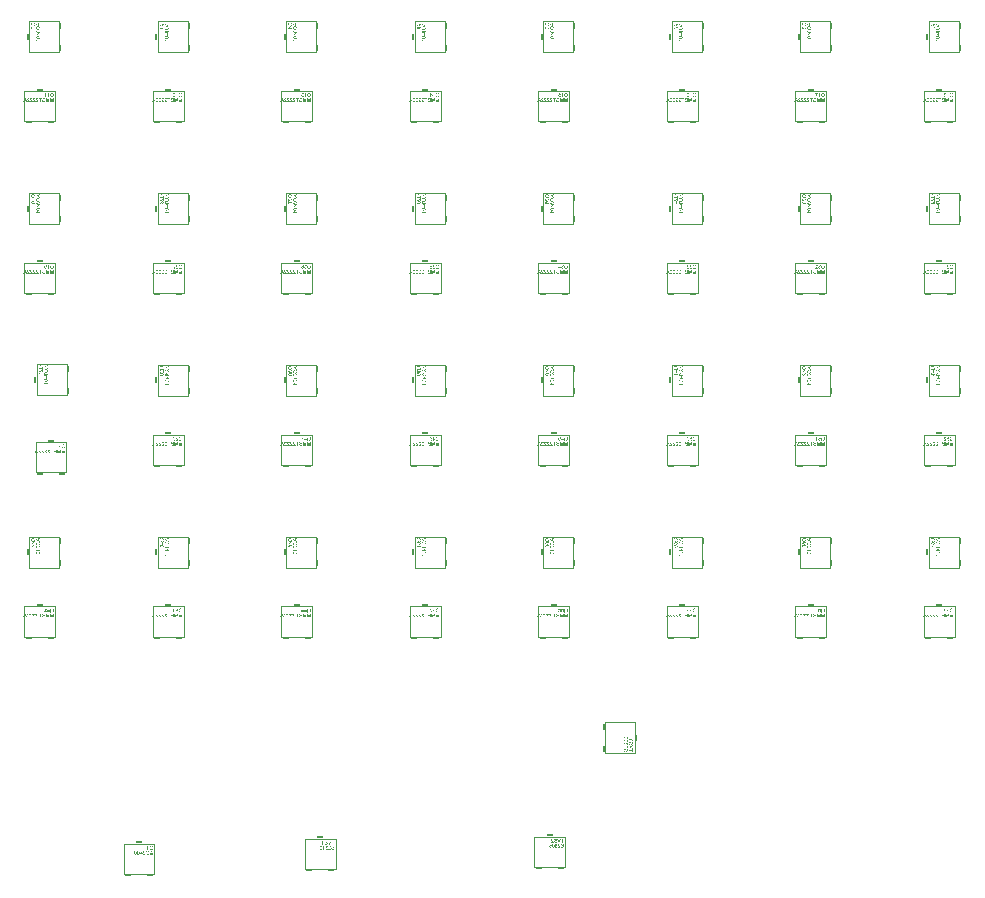
<source format=gbr>
G04*
G04 #@! TF.GenerationSoftware,Altium Limited,Altium Designer,24.1.2 (44)*
G04*
G04 Layer_Color=32768*
%FSLAX44Y44*%
%MOMM*%
G71*
G04*
G04 #@! TF.SameCoordinates,32799FE6-DD90-4EFC-9ADB-317E97FF397D*
G04*
G04*
G04 #@! TF.FilePolarity,Positive*
G04*
G01*
G75*
%ADD14C,0.1000*%
%ADD94R,0.6000X0.2500*%
%ADD95R,0.2500X0.6000*%
G36*
X277040Y100637D02*
X277094Y100562D01*
X277153Y100487D01*
X277207Y100424D01*
X277261Y100366D01*
X277302Y100324D01*
X277319Y100308D01*
X277332Y100295D01*
X277340Y100291D01*
X277344Y100287D01*
X277440Y100208D01*
X277536Y100137D01*
X277636Y100070D01*
X277723Y100016D01*
X277802Y99974D01*
X277836Y99953D01*
X277865Y99941D01*
X277886Y99929D01*
X277902Y99920D01*
X277915Y99912D01*
X277919D01*
Y99529D01*
X277848Y99558D01*
X277777Y99591D01*
X277707Y99625D01*
X277644Y99658D01*
X277590Y99687D01*
X277544Y99712D01*
X277527Y99720D01*
X277515Y99729D01*
X277511Y99733D01*
X277507D01*
X277423Y99783D01*
X277353Y99833D01*
X277286Y99879D01*
X277232Y99920D01*
X277190Y99953D01*
X277157Y99983D01*
X277140Y99999D01*
X277132Y100003D01*
Y97500D01*
X276740D01*
Y100716D01*
X276994D01*
X277040Y100637D01*
D02*
G37*
G36*
X283113Y97500D02*
X282672D01*
X281422Y100703D01*
X281851D01*
X282718Y98375D01*
X282755Y98279D01*
X282789Y98183D01*
X282818Y98091D01*
X282843Y98012D01*
X282864Y97946D01*
X282872Y97921D01*
X282880Y97896D01*
X282884Y97875D01*
X282889Y97862D01*
X282893Y97854D01*
Y97850D01*
X282918Y97942D01*
X282947Y98037D01*
X282976Y98125D01*
X283001Y98204D01*
X283026Y98275D01*
X283034Y98304D01*
X283043Y98329D01*
X283051Y98346D01*
X283055Y98362D01*
X283059Y98371D01*
Y98375D01*
X283892Y100703D01*
X284355D01*
X283113Y97500D01*
D02*
G37*
G36*
X287000Y100324D02*
X285946D01*
Y97500D01*
X285521D01*
Y100324D01*
X284467D01*
Y100703D01*
X287000D01*
Y100324D01*
D02*
G37*
G36*
X280056Y100753D02*
X280168Y100741D01*
X280268Y100720D01*
X280356Y100703D01*
X280393Y100691D01*
X280427Y100682D01*
X280456Y100670D01*
X280481Y100662D01*
X280502Y100658D01*
X280514Y100649D01*
X280522Y100645D01*
X280527D01*
X280618Y100599D01*
X280702Y100549D01*
X280768Y100495D01*
X280827Y100445D01*
X280868Y100399D01*
X280902Y100358D01*
X280918Y100333D01*
X280927Y100329D01*
Y100324D01*
X280972Y100245D01*
X281006Y100166D01*
X281031Y100091D01*
X281047Y100020D01*
X281056Y99958D01*
X281060Y99912D01*
X281064Y99895D01*
Y99883D01*
Y99874D01*
Y99870D01*
X281060Y99791D01*
X281047Y99716D01*
X281031Y99645D01*
X281010Y99587D01*
X280989Y99537D01*
X280972Y99504D01*
X280960Y99479D01*
X280956Y99474D01*
Y99470D01*
X280910Y99408D01*
X280856Y99349D01*
X280797Y99299D01*
X280743Y99258D01*
X280693Y99220D01*
X280652Y99195D01*
X280635Y99187D01*
X280623Y99179D01*
X280618Y99175D01*
X280614D01*
X280577Y99158D01*
X280535Y99137D01*
X280443Y99104D01*
X280339Y99066D01*
X280239Y99037D01*
X280143Y99008D01*
X280106Y99000D01*
X280068Y98987D01*
X280039Y98983D01*
X280019Y98975D01*
X280002Y98970D01*
X279998D01*
X279918Y98950D01*
X279848Y98933D01*
X279781Y98916D01*
X279723Y98904D01*
X279669Y98887D01*
X279623Y98875D01*
X279581Y98866D01*
X279548Y98854D01*
X279514Y98846D01*
X279489Y98837D01*
X279469Y98833D01*
X279452Y98825D01*
X279435Y98820D01*
X279427Y98816D01*
X279356Y98787D01*
X279298Y98754D01*
X279248Y98725D01*
X279206Y98695D01*
X279177Y98671D01*
X279156Y98650D01*
X279144Y98633D01*
X279139Y98629D01*
X279110Y98587D01*
X279085Y98541D01*
X279069Y98496D01*
X279060Y98454D01*
X279052Y98421D01*
X279048Y98391D01*
Y98375D01*
Y98366D01*
X279052Y98312D01*
X279060Y98262D01*
X279077Y98216D01*
X279094Y98175D01*
X279110Y98141D01*
X279127Y98112D01*
X279135Y98096D01*
X279139Y98091D01*
X279177Y98046D01*
X279223Y98008D01*
X279269Y97975D01*
X279314Y97946D01*
X279356Y97925D01*
X279389Y97908D01*
X279410Y97900D01*
X279415Y97896D01*
X279419D01*
X279489Y97871D01*
X279560Y97854D01*
X279635Y97842D01*
X279698Y97833D01*
X279756Y97829D01*
X279802Y97825D01*
X279844D01*
X279944Y97829D01*
X280035Y97837D01*
X280118Y97854D01*
X280189Y97871D01*
X280252Y97887D01*
X280277Y97896D01*
X280298Y97904D01*
X280314Y97908D01*
X280327Y97912D01*
X280331Y97917D01*
X280335D01*
X280410Y97954D01*
X280477Y97996D01*
X280531Y98037D01*
X280577Y98079D01*
X280610Y98112D01*
X280635Y98141D01*
X280652Y98158D01*
X280656Y98167D01*
X280689Y98229D01*
X280718Y98296D01*
X280743Y98362D01*
X280760Y98425D01*
X280772Y98483D01*
X280781Y98525D01*
Y98541D01*
X280785Y98554D01*
Y98562D01*
Y98566D01*
X281185Y98533D01*
X281176Y98416D01*
X281156Y98304D01*
X281126Y98208D01*
X281093Y98121D01*
X281077Y98083D01*
X281064Y98050D01*
X281047Y98025D01*
X281035Y98000D01*
X281026Y97979D01*
X281018Y97967D01*
X281010Y97958D01*
Y97954D01*
X280943Y97867D01*
X280868Y97787D01*
X280793Y97721D01*
X280718Y97667D01*
X280652Y97625D01*
X280623Y97608D01*
X280602Y97596D01*
X280581Y97583D01*
X280564Y97575D01*
X280556Y97571D01*
X280552D01*
X280435Y97529D01*
X280314Y97500D01*
X280189Y97475D01*
X280077Y97463D01*
X280023Y97458D01*
X279977Y97454D01*
X279931Y97450D01*
X279893D01*
X279864Y97446D01*
X279823D01*
X279698Y97450D01*
X279581Y97467D01*
X279477Y97487D01*
X279389Y97508D01*
X279348Y97521D01*
X279314Y97533D01*
X279285Y97542D01*
X279256Y97550D01*
X279240Y97558D01*
X279223Y97567D01*
X279214Y97571D01*
X279210D01*
X279114Y97621D01*
X279027Y97679D01*
X278956Y97737D01*
X278898Y97792D01*
X278852Y97842D01*
X278815Y97883D01*
X278806Y97900D01*
X278798Y97912D01*
X278790Y97917D01*
Y97921D01*
X278740Y98004D01*
X278702Y98091D01*
X278677Y98171D01*
X278656Y98246D01*
X278648Y98308D01*
X278644Y98333D01*
Y98358D01*
X278640Y98375D01*
Y98387D01*
Y98396D01*
Y98400D01*
X278644Y98496D01*
X278661Y98579D01*
X278681Y98658D01*
X278706Y98725D01*
X278736Y98779D01*
X278756Y98820D01*
X278765Y98833D01*
X278773Y98846D01*
X278777Y98850D01*
Y98854D01*
X278831Y98925D01*
X278898Y98991D01*
X278965Y99045D01*
X279031Y99095D01*
X279094Y99133D01*
X279144Y99158D01*
X279165Y99170D01*
X279177Y99179D01*
X279185Y99183D01*
X279189D01*
X279227Y99200D01*
X279273Y99216D01*
X279327Y99233D01*
X279381Y99254D01*
X279498Y99287D01*
X279614Y99316D01*
X279673Y99333D01*
X279723Y99345D01*
X279773Y99358D01*
X279814Y99366D01*
X279848Y99375D01*
X279877Y99383D01*
X279893Y99387D01*
X279898D01*
X279989Y99408D01*
X280073Y99429D01*
X280148Y99450D01*
X280214Y99470D01*
X280273Y99491D01*
X280323Y99508D01*
X280368Y99529D01*
X280410Y99545D01*
X280439Y99558D01*
X280468Y99570D01*
X280489Y99583D01*
X280506Y99595D01*
X280518Y99600D01*
X280527Y99608D01*
X280535Y99612D01*
X280577Y99658D01*
X280606Y99704D01*
X280627Y99749D01*
X280639Y99795D01*
X280648Y99837D01*
X280656Y99866D01*
Y99887D01*
Y99895D01*
X280648Y99966D01*
X280627Y100033D01*
X280602Y100091D01*
X280568Y100141D01*
X280535Y100183D01*
X280510Y100212D01*
X280489Y100229D01*
X280481Y100237D01*
X280448Y100262D01*
X280406Y100283D01*
X280318Y100320D01*
X280227Y100345D01*
X280135Y100362D01*
X280052Y100370D01*
X280019Y100374D01*
X279985Y100378D01*
X279856D01*
X279793Y100370D01*
X279735Y100366D01*
X279681Y100353D01*
X279631Y100341D01*
X279585Y100329D01*
X279544Y100316D01*
X279506Y100303D01*
X279477Y100287D01*
X279448Y100274D01*
X279423Y100262D01*
X279402Y100249D01*
X279389Y100237D01*
X279377Y100233D01*
X279369Y100224D01*
X279302Y100162D01*
X279252Y100087D01*
X279214Y100012D01*
X279185Y99941D01*
X279165Y99874D01*
X279156Y99845D01*
X279152Y99820D01*
X279148Y99799D01*
X279144Y99783D01*
Y99774D01*
Y99770D01*
X278736Y99799D01*
X278744Y99899D01*
X278765Y99995D01*
X278790Y100078D01*
X278819Y100154D01*
X278848Y100216D01*
X278860Y100241D01*
X278869Y100262D01*
X278881Y100279D01*
X278885Y100291D01*
X278894Y100295D01*
Y100299D01*
X278952Y100378D01*
X279023Y100449D01*
X279090Y100508D01*
X279160Y100553D01*
X279219Y100591D01*
X279269Y100620D01*
X279289Y100628D01*
X279302Y100637D01*
X279310Y100641D01*
X279314D01*
X279419Y100678D01*
X279527Y100708D01*
X279631Y100728D01*
X279727Y100745D01*
X279773Y100749D01*
X279814Y100753D01*
X279848D01*
X279881Y100758D01*
X279939D01*
X280056Y100753D01*
D02*
G37*
G36*
X280618Y96462D02*
X280685Y96458D01*
X280810Y96433D01*
X280918Y96395D01*
X280964Y96374D01*
X281010Y96357D01*
X281047Y96337D01*
X281085Y96316D01*
X281114Y96295D01*
X281139Y96278D01*
X281160Y96266D01*
X281172Y96253D01*
X281181Y96249D01*
X281185Y96245D01*
X281231Y96203D01*
X281272Y96158D01*
X281343Y96058D01*
X281397Y95958D01*
X281443Y95862D01*
X281460Y95816D01*
X281472Y95774D01*
X281485Y95733D01*
X281493Y95703D01*
X281501Y95674D01*
X281506Y95654D01*
X281510Y95641D01*
Y95637D01*
X281118Y95566D01*
X281097Y95666D01*
X281072Y95753D01*
X281039Y95829D01*
X281006Y95887D01*
X280977Y95937D01*
X280952Y95970D01*
X280935Y95987D01*
X280927Y95995D01*
X280864Y96045D01*
X280802Y96078D01*
X280735Y96103D01*
X280677Y96124D01*
X280623Y96133D01*
X280577Y96137D01*
X280560Y96141D01*
X280539D01*
X280456Y96137D01*
X280385Y96120D01*
X280318Y96095D01*
X280264Y96070D01*
X280223Y96041D01*
X280189Y96020D01*
X280173Y96004D01*
X280164Y95995D01*
X280114Y95941D01*
X280077Y95878D01*
X280052Y95820D01*
X280031Y95766D01*
X280023Y95716D01*
X280019Y95679D01*
X280014Y95649D01*
Y95645D01*
Y95641D01*
X280019Y95591D01*
X280023Y95545D01*
X280048Y95462D01*
X280077Y95391D01*
X280114Y95333D01*
X280152Y95291D01*
X280185Y95258D01*
X280210Y95241D01*
X280214Y95233D01*
X280218D01*
X280293Y95191D01*
X280373Y95158D01*
X280448Y95137D01*
X280518Y95120D01*
X280577Y95112D01*
X280627Y95108D01*
X280643Y95104D01*
X280689D01*
X280710Y95108D01*
X280723Y95112D01*
X280731D01*
X280777Y94766D01*
X280718Y94779D01*
X280664Y94791D01*
X280614Y94800D01*
X280572Y94804D01*
X280543Y94808D01*
X280497D01*
X280397Y94800D01*
X280310Y94779D01*
X280235Y94754D01*
X280168Y94720D01*
X280118Y94687D01*
X280081Y94662D01*
X280056Y94641D01*
X280048Y94633D01*
X280014Y94600D01*
X279989Y94562D01*
X279944Y94491D01*
X279910Y94416D01*
X279889Y94346D01*
X279877Y94283D01*
X279873Y94254D01*
Y94233D01*
X279869Y94212D01*
Y94200D01*
Y94191D01*
Y94187D01*
Y94137D01*
X279877Y94087D01*
X279898Y93996D01*
X279931Y93912D01*
X279964Y93846D01*
X279998Y93787D01*
X280031Y93746D01*
X280044Y93733D01*
X280052Y93721D01*
X280056Y93717D01*
X280060Y93712D01*
X280098Y93679D01*
X280135Y93650D01*
X280214Y93600D01*
X280293Y93567D01*
X280368Y93546D01*
X280431Y93529D01*
X280460Y93525D01*
X280485D01*
X280502Y93521D01*
X280531D01*
X280614Y93529D01*
X280693Y93546D01*
X280760Y93567D01*
X280818Y93596D01*
X280868Y93621D01*
X280902Y93646D01*
X280922Y93662D01*
X280931Y93667D01*
X280960Y93696D01*
X280985Y93729D01*
X281031Y93808D01*
X281072Y93887D01*
X281101Y93967D01*
X281126Y94042D01*
X281135Y94071D01*
X281143Y94100D01*
X281147Y94121D01*
X281152Y94137D01*
X281156Y94150D01*
Y94154D01*
X281547Y94100D01*
X281539Y94025D01*
X281522Y93954D01*
X281506Y93891D01*
X281481Y93829D01*
X281456Y93771D01*
X281431Y93717D01*
X281401Y93667D01*
X281376Y93621D01*
X281347Y93583D01*
X281322Y93546D01*
X281297Y93517D01*
X281276Y93492D01*
X281256Y93471D01*
X281243Y93458D01*
X281235Y93450D01*
X281231Y93446D01*
X281176Y93400D01*
X281122Y93363D01*
X281064Y93329D01*
X281001Y93300D01*
X280943Y93279D01*
X280885Y93258D01*
X280777Y93229D01*
X280727Y93217D01*
X280677Y93208D01*
X280635Y93204D01*
X280602Y93200D01*
X280572Y93196D01*
X280531D01*
X280443Y93200D01*
X280364Y93208D01*
X280285Y93221D01*
X280214Y93242D01*
X280143Y93263D01*
X280081Y93287D01*
X280023Y93313D01*
X279968Y93342D01*
X279923Y93367D01*
X279881Y93392D01*
X279844Y93417D01*
X279814Y93438D01*
X279789Y93458D01*
X279773Y93471D01*
X279764Y93479D01*
X279760Y93483D01*
X279706Y93537D01*
X279660Y93596D01*
X279619Y93658D01*
X279581Y93717D01*
X279552Y93779D01*
X279527Y93837D01*
X279506Y93896D01*
X279489Y93950D01*
X279477Y94000D01*
X279469Y94046D01*
X279460Y94087D01*
X279456Y94125D01*
X279452Y94154D01*
Y94179D01*
Y94191D01*
Y94196D01*
X279460Y94308D01*
X279477Y94404D01*
X279502Y94491D01*
X279531Y94566D01*
X279560Y94629D01*
X279573Y94650D01*
X279585Y94670D01*
X279594Y94687D01*
X279602Y94700D01*
X279610Y94704D01*
Y94708D01*
X279673Y94779D01*
X279748Y94837D01*
X279818Y94887D01*
X279889Y94925D01*
X279952Y94950D01*
X279981Y94962D01*
X280006Y94970D01*
X280023Y94975D01*
X280039Y94979D01*
X280048Y94983D01*
X280052D01*
X279977Y95024D01*
X279910Y95066D01*
X279852Y95112D01*
X279806Y95158D01*
X279769Y95195D01*
X279743Y95225D01*
X279727Y95245D01*
X279723Y95254D01*
X279685Y95320D01*
X279656Y95387D01*
X279639Y95449D01*
X279623Y95508D01*
X279614Y95558D01*
X279610Y95599D01*
Y95624D01*
Y95629D01*
Y95633D01*
X279614Y95712D01*
X279627Y95787D01*
X279648Y95858D01*
X279669Y95920D01*
X279694Y95970D01*
X279710Y96012D01*
X279727Y96037D01*
X279731Y96041D01*
Y96045D01*
X279777Y96116D01*
X279831Y96174D01*
X279889Y96228D01*
X279944Y96274D01*
X279993Y96308D01*
X280031Y96333D01*
X280048Y96341D01*
X280060Y96349D01*
X280064Y96353D01*
X280068D01*
X280152Y96391D01*
X280235Y96420D01*
X280314Y96437D01*
X280389Y96453D01*
X280452Y96462D01*
X280481D01*
X280502Y96466D01*
X280548D01*
X280618Y96462D01*
D02*
G37*
G36*
X283064D02*
X283143Y96458D01*
X283218Y96445D01*
X283284Y96428D01*
X283351Y96412D01*
X283409Y96391D01*
X283463Y96370D01*
X283513Y96349D01*
X283559Y96324D01*
X283597Y96303D01*
X283630Y96283D01*
X283659Y96266D01*
X283680Y96249D01*
X283697Y96237D01*
X283705Y96233D01*
X283709Y96228D01*
X283759Y96183D01*
X283801Y96133D01*
X283838Y96078D01*
X283872Y96020D01*
X283901Y95966D01*
X283926Y95908D01*
X283963Y95795D01*
X283980Y95745D01*
X283992Y95695D01*
X284001Y95654D01*
X284009Y95616D01*
X284013Y95583D01*
Y95562D01*
X284017Y95545D01*
Y95541D01*
X283613Y95499D01*
X283605Y95608D01*
X283588Y95699D01*
X283559Y95779D01*
X283526Y95849D01*
X283497Y95899D01*
X283468Y95941D01*
X283451Y95962D01*
X283443Y95970D01*
X283376Y96028D01*
X283301Y96070D01*
X283222Y96099D01*
X283151Y96120D01*
X283088Y96133D01*
X283059Y96137D01*
X283034D01*
X283018Y96141D01*
X282988D01*
X282893Y96133D01*
X282805Y96116D01*
X282730Y96091D01*
X282668Y96062D01*
X282618Y96028D01*
X282580Y96004D01*
X282560Y95987D01*
X282551Y95978D01*
X282493Y95916D01*
X282451Y95849D01*
X282422Y95787D01*
X282401Y95724D01*
X282389Y95670D01*
X282384Y95624D01*
X282380Y95608D01*
Y95599D01*
Y95591D01*
Y95587D01*
Y95545D01*
X282389Y95504D01*
X282409Y95416D01*
X282439Y95337D01*
X282472Y95266D01*
X282509Y95204D01*
X282526Y95179D01*
X282539Y95154D01*
X282551Y95137D01*
X282560Y95125D01*
X282564Y95116D01*
X282568Y95112D01*
X282605Y95062D01*
X282651Y95012D01*
X282701Y94958D01*
X282755Y94900D01*
X282872Y94787D01*
X282988Y94679D01*
X283043Y94629D01*
X283097Y94583D01*
X283147Y94541D01*
X283188Y94504D01*
X283222Y94475D01*
X283251Y94454D01*
X283268Y94437D01*
X283272Y94433D01*
X283393Y94333D01*
X283497Y94241D01*
X283584Y94158D01*
X283655Y94087D01*
X283713Y94029D01*
X283755Y93983D01*
X283768Y93967D01*
X283780Y93954D01*
X283784Y93950D01*
X283788Y93946D01*
X283851Y93867D01*
X283905Y93792D01*
X283947Y93721D01*
X283984Y93654D01*
X284013Y93600D01*
X284030Y93558D01*
X284038Y93542D01*
X284042Y93529D01*
X284047Y93525D01*
Y93521D01*
X284063Y93471D01*
X284076Y93425D01*
X284084Y93379D01*
X284088Y93337D01*
X284092Y93300D01*
Y93275D01*
Y93258D01*
Y93250D01*
X281972D01*
Y93629D01*
X283547D01*
X283493Y93704D01*
X283463Y93742D01*
X283438Y93771D01*
X283413Y93800D01*
X283397Y93821D01*
X283384Y93833D01*
X283380Y93837D01*
X283359Y93858D01*
X283330Y93887D01*
X283301Y93917D01*
X283268Y93946D01*
X283193Y94012D01*
X283113Y94079D01*
X283043Y94141D01*
X283009Y94171D01*
X282984Y94196D01*
X282959Y94212D01*
X282943Y94229D01*
X282930Y94237D01*
X282926Y94241D01*
X282851Y94308D01*
X282776Y94371D01*
X282714Y94425D01*
X282651Y94479D01*
X282597Y94529D01*
X282547Y94579D01*
X282501Y94621D01*
X282464Y94658D01*
X282426Y94691D01*
X282397Y94720D01*
X282372Y94746D01*
X282351Y94766D01*
X282339Y94783D01*
X282326Y94795D01*
X282318Y94800D01*
Y94804D01*
X282255Y94879D01*
X282201Y94954D01*
X282155Y95020D01*
X282118Y95079D01*
X282089Y95125D01*
X282072Y95162D01*
X282060Y95187D01*
X282055Y95195D01*
X282030Y95266D01*
X282010Y95333D01*
X281997Y95400D01*
X281985Y95454D01*
X281980Y95504D01*
X281976Y95541D01*
Y95566D01*
Y95574D01*
X281980Y95645D01*
X281989Y95712D01*
X282001Y95774D01*
X282018Y95833D01*
X282064Y95941D01*
X282085Y95991D01*
X282110Y96033D01*
X282139Y96074D01*
X282160Y96108D01*
X282185Y96137D01*
X282205Y96162D01*
X282222Y96183D01*
X282235Y96195D01*
X282243Y96203D01*
X282247Y96208D01*
X282301Y96253D01*
X282355Y96291D01*
X282414Y96328D01*
X282476Y96357D01*
X282539Y96383D01*
X282597Y96403D01*
X282714Y96433D01*
X282768Y96445D01*
X282818Y96453D01*
X282864Y96458D01*
X282905Y96462D01*
X282934Y96466D01*
X282980D01*
X283064Y96462D01*
D02*
G37*
G36*
X275603D02*
X275682Y96458D01*
X275757Y96445D01*
X275824Y96428D01*
X275890Y96412D01*
X275949Y96391D01*
X276003Y96370D01*
X276053Y96349D01*
X276099Y96324D01*
X276136Y96303D01*
X276169Y96283D01*
X276199Y96266D01*
X276219Y96249D01*
X276236Y96237D01*
X276244Y96233D01*
X276249Y96228D01*
X276299Y96183D01*
X276340Y96133D01*
X276378Y96078D01*
X276411Y96020D01*
X276440Y95966D01*
X276465Y95908D01*
X276503Y95795D01*
X276519Y95745D01*
X276532Y95695D01*
X276540Y95654D01*
X276549Y95616D01*
X276553Y95583D01*
Y95562D01*
X276557Y95545D01*
Y95541D01*
X276153Y95499D01*
X276145Y95608D01*
X276128Y95699D01*
X276099Y95779D01*
X276065Y95849D01*
X276036Y95899D01*
X276007Y95941D01*
X275990Y95962D01*
X275982Y95970D01*
X275915Y96028D01*
X275840Y96070D01*
X275761Y96099D01*
X275690Y96120D01*
X275628Y96133D01*
X275599Y96137D01*
X275574D01*
X275557Y96141D01*
X275528D01*
X275432Y96133D01*
X275345Y96116D01*
X275270Y96091D01*
X275207Y96062D01*
X275157Y96028D01*
X275120Y96004D01*
X275099Y95987D01*
X275091Y95978D01*
X275032Y95916D01*
X274991Y95849D01*
X274961Y95787D01*
X274941Y95724D01*
X274928Y95670D01*
X274924Y95624D01*
X274920Y95608D01*
Y95599D01*
Y95591D01*
Y95587D01*
Y95545D01*
X274928Y95504D01*
X274949Y95416D01*
X274978Y95337D01*
X275011Y95266D01*
X275049Y95204D01*
X275066Y95179D01*
X275078Y95154D01*
X275091Y95137D01*
X275099Y95125D01*
X275103Y95116D01*
X275107Y95112D01*
X275145Y95062D01*
X275191Y95012D01*
X275240Y94958D01*
X275295Y94900D01*
X275411Y94787D01*
X275528Y94679D01*
X275582Y94629D01*
X275636Y94583D01*
X275686Y94541D01*
X275728Y94504D01*
X275761Y94475D01*
X275790Y94454D01*
X275807Y94437D01*
X275811Y94433D01*
X275932Y94333D01*
X276036Y94241D01*
X276124Y94158D01*
X276194Y94087D01*
X276253Y94029D01*
X276294Y93983D01*
X276307Y93967D01*
X276319Y93954D01*
X276324Y93950D01*
X276328Y93946D01*
X276390Y93867D01*
X276444Y93792D01*
X276486Y93721D01*
X276523Y93654D01*
X276553Y93600D01*
X276569Y93558D01*
X276578Y93542D01*
X276582Y93529D01*
X276586Y93525D01*
Y93521D01*
X276603Y93471D01*
X276615Y93425D01*
X276623Y93379D01*
X276628Y93337D01*
X276632Y93300D01*
Y93275D01*
Y93258D01*
Y93250D01*
X274512D01*
Y93629D01*
X276086D01*
X276032Y93704D01*
X276003Y93742D01*
X275978Y93771D01*
X275953Y93800D01*
X275936Y93821D01*
X275924Y93833D01*
X275919Y93837D01*
X275899Y93858D01*
X275870Y93887D01*
X275840Y93917D01*
X275807Y93946D01*
X275732Y94012D01*
X275653Y94079D01*
X275582Y94141D01*
X275549Y94171D01*
X275524Y94196D01*
X275499Y94212D01*
X275482Y94229D01*
X275470Y94237D01*
X275466Y94241D01*
X275390Y94308D01*
X275315Y94371D01*
X275253Y94425D01*
X275191Y94479D01*
X275136Y94529D01*
X275086Y94579D01*
X275041Y94621D01*
X275003Y94658D01*
X274966Y94691D01*
X274936Y94720D01*
X274911Y94746D01*
X274891Y94766D01*
X274878Y94783D01*
X274866Y94795D01*
X274857Y94800D01*
Y94804D01*
X274795Y94879D01*
X274741Y94954D01*
X274695Y95020D01*
X274657Y95079D01*
X274628Y95125D01*
X274611Y95162D01*
X274599Y95187D01*
X274595Y95195D01*
X274570Y95266D01*
X274549Y95333D01*
X274536Y95400D01*
X274524Y95454D01*
X274520Y95504D01*
X274516Y95541D01*
Y95566D01*
Y95574D01*
X274520Y95645D01*
X274528Y95712D01*
X274541Y95774D01*
X274557Y95833D01*
X274603Y95941D01*
X274624Y95991D01*
X274649Y96033D01*
X274678Y96074D01*
X274699Y96108D01*
X274724Y96137D01*
X274745Y96162D01*
X274762Y96183D01*
X274774Y96195D01*
X274782Y96203D01*
X274786Y96208D01*
X274841Y96253D01*
X274895Y96291D01*
X274953Y96328D01*
X275016Y96357D01*
X275078Y96383D01*
X275136Y96403D01*
X275253Y96433D01*
X275307Y96445D01*
X275357Y96453D01*
X275403Y96458D01*
X275445Y96462D01*
X275474Y96466D01*
X275520D01*
X275603Y96462D01*
D02*
G37*
G36*
X277882Y96387D02*
X277936Y96312D01*
X277994Y96237D01*
X278048Y96174D01*
X278102Y96116D01*
X278144Y96074D01*
X278161Y96058D01*
X278173Y96045D01*
X278181Y96041D01*
X278186Y96037D01*
X278281Y95958D01*
X278377Y95887D01*
X278477Y95820D01*
X278565Y95766D01*
X278644Y95724D01*
X278677Y95703D01*
X278706Y95691D01*
X278727Y95679D01*
X278744Y95670D01*
X278756Y95662D01*
X278761D01*
Y95279D01*
X278690Y95308D01*
X278619Y95341D01*
X278548Y95374D01*
X278486Y95408D01*
X278431Y95437D01*
X278386Y95462D01*
X278369Y95470D01*
X278356Y95479D01*
X278352Y95483D01*
X278348D01*
X278265Y95533D01*
X278194Y95583D01*
X278127Y95629D01*
X278073Y95670D01*
X278032Y95703D01*
X277998Y95733D01*
X277981Y95749D01*
X277973Y95753D01*
Y93250D01*
X277582D01*
Y96466D01*
X277836D01*
X277882Y96387D01*
D02*
G37*
G36*
X285871Y96503D02*
X285984Y96491D01*
X286084Y96470D01*
X286171Y96453D01*
X286208Y96441D01*
X286242Y96433D01*
X286271Y96420D01*
X286296Y96412D01*
X286317Y96407D01*
X286329Y96399D01*
X286338Y96395D01*
X286342D01*
X286434Y96349D01*
X286517Y96299D01*
X286583Y96245D01*
X286642Y96195D01*
X286683Y96149D01*
X286717Y96108D01*
X286733Y96083D01*
X286742Y96078D01*
Y96074D01*
X286788Y95995D01*
X286821Y95916D01*
X286846Y95841D01*
X286863Y95770D01*
X286871Y95708D01*
X286875Y95662D01*
X286879Y95645D01*
Y95633D01*
Y95624D01*
Y95620D01*
X286875Y95541D01*
X286863Y95466D01*
X286846Y95395D01*
X286825Y95337D01*
X286804Y95287D01*
X286788Y95254D01*
X286775Y95229D01*
X286771Y95225D01*
Y95220D01*
X286725Y95158D01*
X286671Y95099D01*
X286613Y95049D01*
X286558Y95008D01*
X286509Y94970D01*
X286467Y94945D01*
X286450Y94937D01*
X286438Y94929D01*
X286434Y94925D01*
X286429D01*
X286392Y94908D01*
X286350Y94887D01*
X286259Y94854D01*
X286154Y94816D01*
X286054Y94787D01*
X285959Y94758D01*
X285921Y94750D01*
X285884Y94737D01*
X285854Y94733D01*
X285834Y94725D01*
X285817Y94720D01*
X285813D01*
X285734Y94700D01*
X285663Y94683D01*
X285596Y94666D01*
X285538Y94654D01*
X285484Y94637D01*
X285438Y94625D01*
X285396Y94616D01*
X285363Y94604D01*
X285330Y94595D01*
X285305Y94587D01*
X285284Y94583D01*
X285267Y94575D01*
X285250Y94571D01*
X285242Y94566D01*
X285171Y94537D01*
X285113Y94504D01*
X285063Y94475D01*
X285021Y94445D01*
X284992Y94420D01*
X284971Y94400D01*
X284959Y94383D01*
X284955Y94379D01*
X284925Y94337D01*
X284900Y94291D01*
X284884Y94246D01*
X284876Y94204D01*
X284867Y94171D01*
X284863Y94141D01*
Y94125D01*
Y94116D01*
X284867Y94062D01*
X284876Y94012D01*
X284892Y93967D01*
X284909Y93925D01*
X284925Y93891D01*
X284942Y93862D01*
X284951Y93846D01*
X284955Y93841D01*
X284992Y93796D01*
X285038Y93758D01*
X285084Y93725D01*
X285130Y93696D01*
X285171Y93675D01*
X285205Y93658D01*
X285226Y93650D01*
X285230Y93646D01*
X285234D01*
X285305Y93621D01*
X285375Y93604D01*
X285450Y93592D01*
X285513Y93583D01*
X285571Y93579D01*
X285617Y93575D01*
X285659D01*
X285759Y93579D01*
X285850Y93587D01*
X285934Y93604D01*
X286004Y93621D01*
X286067Y93637D01*
X286092Y93646D01*
X286113Y93654D01*
X286129Y93658D01*
X286142Y93662D01*
X286146Y93667D01*
X286150D01*
X286225Y93704D01*
X286292Y93746D01*
X286346Y93787D01*
X286392Y93829D01*
X286425Y93862D01*
X286450Y93891D01*
X286467Y93908D01*
X286471Y93917D01*
X286504Y93979D01*
X286534Y94046D01*
X286558Y94112D01*
X286575Y94175D01*
X286588Y94233D01*
X286596Y94275D01*
Y94291D01*
X286600Y94304D01*
Y94312D01*
Y94316D01*
X287000Y94283D01*
X286992Y94166D01*
X286971Y94054D01*
X286942Y93958D01*
X286908Y93871D01*
X286892Y93833D01*
X286879Y93800D01*
X286863Y93775D01*
X286850Y93750D01*
X286842Y93729D01*
X286833Y93717D01*
X286825Y93708D01*
Y93704D01*
X286758Y93617D01*
X286683Y93537D01*
X286608Y93471D01*
X286534Y93417D01*
X286467Y93375D01*
X286438Y93358D01*
X286417Y93346D01*
X286396Y93333D01*
X286379Y93325D01*
X286371Y93321D01*
X286367D01*
X286250Y93279D01*
X286129Y93250D01*
X286004Y93225D01*
X285892Y93212D01*
X285838Y93208D01*
X285792Y93204D01*
X285746Y93200D01*
X285709D01*
X285679Y93196D01*
X285638D01*
X285513Y93200D01*
X285396Y93217D01*
X285292Y93237D01*
X285205Y93258D01*
X285163Y93271D01*
X285130Y93283D01*
X285100Y93292D01*
X285071Y93300D01*
X285055Y93308D01*
X285038Y93317D01*
X285030Y93321D01*
X285026D01*
X284930Y93371D01*
X284842Y93429D01*
X284771Y93487D01*
X284713Y93542D01*
X284667Y93592D01*
X284630Y93633D01*
X284622Y93650D01*
X284613Y93662D01*
X284605Y93667D01*
Y93671D01*
X284555Y93754D01*
X284517Y93841D01*
X284492Y93921D01*
X284471Y93996D01*
X284463Y94058D01*
X284459Y94083D01*
Y94108D01*
X284455Y94125D01*
Y94137D01*
Y94146D01*
Y94150D01*
X284459Y94246D01*
X284476Y94329D01*
X284496Y94408D01*
X284522Y94475D01*
X284551Y94529D01*
X284571Y94571D01*
X284580Y94583D01*
X284588Y94595D01*
X284592Y94600D01*
Y94604D01*
X284646Y94675D01*
X284713Y94741D01*
X284780Y94795D01*
X284846Y94845D01*
X284909Y94883D01*
X284959Y94908D01*
X284980Y94920D01*
X284992Y94929D01*
X285000Y94933D01*
X285005D01*
X285042Y94950D01*
X285088Y94966D01*
X285142Y94983D01*
X285196Y95004D01*
X285313Y95037D01*
X285430Y95066D01*
X285488Y95083D01*
X285538Y95095D01*
X285588Y95108D01*
X285630Y95116D01*
X285663Y95125D01*
X285692Y95133D01*
X285709Y95137D01*
X285713D01*
X285805Y95158D01*
X285888Y95179D01*
X285963Y95199D01*
X286029Y95220D01*
X286088Y95241D01*
X286138Y95258D01*
X286184Y95279D01*
X286225Y95295D01*
X286254Y95308D01*
X286283Y95320D01*
X286304Y95333D01*
X286321Y95345D01*
X286334Y95350D01*
X286342Y95358D01*
X286350Y95362D01*
X286392Y95408D01*
X286421Y95454D01*
X286442Y95499D01*
X286454Y95545D01*
X286463Y95587D01*
X286471Y95616D01*
Y95637D01*
Y95645D01*
X286463Y95716D01*
X286442Y95783D01*
X286417Y95841D01*
X286383Y95891D01*
X286350Y95933D01*
X286325Y95962D01*
X286304Y95978D01*
X286296Y95987D01*
X286263Y96012D01*
X286221Y96033D01*
X286134Y96070D01*
X286042Y96095D01*
X285950Y96112D01*
X285867Y96120D01*
X285834Y96124D01*
X285800Y96128D01*
X285671D01*
X285609Y96120D01*
X285550Y96116D01*
X285496Y96103D01*
X285446Y96091D01*
X285400Y96078D01*
X285359Y96066D01*
X285321Y96053D01*
X285292Y96037D01*
X285263Y96024D01*
X285238Y96012D01*
X285217Y95999D01*
X285205Y95987D01*
X285192Y95983D01*
X285184Y95974D01*
X285117Y95912D01*
X285067Y95837D01*
X285030Y95762D01*
X285000Y95691D01*
X284980Y95624D01*
X284971Y95595D01*
X284967Y95570D01*
X284963Y95549D01*
X284959Y95533D01*
Y95524D01*
Y95520D01*
X284551Y95549D01*
X284559Y95649D01*
X284580Y95745D01*
X284605Y95829D01*
X284634Y95904D01*
X284663Y95966D01*
X284676Y95991D01*
X284684Y96012D01*
X284696Y96028D01*
X284701Y96041D01*
X284709Y96045D01*
Y96049D01*
X284767Y96128D01*
X284838Y96199D01*
X284905Y96258D01*
X284975Y96303D01*
X285034Y96341D01*
X285084Y96370D01*
X285105Y96378D01*
X285117Y96387D01*
X285126Y96391D01*
X285130D01*
X285234Y96428D01*
X285342Y96458D01*
X285446Y96478D01*
X285542Y96495D01*
X285588Y96499D01*
X285630Y96503D01*
X285663D01*
X285696Y96508D01*
X285755D01*
X285871Y96503D01*
D02*
G37*
G36*
X126073Y92162D02*
X126139Y92157D01*
X126264Y92133D01*
X126373Y92095D01*
X126419Y92074D01*
X126464Y92058D01*
X126502Y92037D01*
X126539Y92016D01*
X126569Y91995D01*
X126594Y91978D01*
X126614Y91966D01*
X126627Y91953D01*
X126635Y91949D01*
X126639Y91945D01*
X126685Y91903D01*
X126727Y91858D01*
X126798Y91758D01*
X126852Y91658D01*
X126898Y91562D01*
X126914Y91516D01*
X126927Y91474D01*
X126939Y91433D01*
X126948Y91404D01*
X126956Y91374D01*
X126960Y91354D01*
X126964Y91341D01*
Y91337D01*
X126573Y91266D01*
X126552Y91366D01*
X126527Y91454D01*
X126494Y91529D01*
X126460Y91587D01*
X126431Y91637D01*
X126406Y91670D01*
X126389Y91687D01*
X126381Y91695D01*
X126319Y91745D01*
X126256Y91778D01*
X126189Y91804D01*
X126131Y91824D01*
X126077Y91833D01*
X126031Y91837D01*
X126014Y91841D01*
X125994D01*
X125910Y91837D01*
X125840Y91820D01*
X125773Y91795D01*
X125719Y91770D01*
X125677Y91741D01*
X125644Y91720D01*
X125627Y91704D01*
X125619Y91695D01*
X125569Y91641D01*
X125531Y91579D01*
X125506Y91520D01*
X125485Y91466D01*
X125477Y91416D01*
X125473Y91379D01*
X125469Y91349D01*
Y91345D01*
Y91341D01*
X125473Y91291D01*
X125477Y91245D01*
X125502Y91162D01*
X125531Y91091D01*
X125569Y91033D01*
X125606Y90991D01*
X125640Y90958D01*
X125665Y90941D01*
X125669Y90933D01*
X125673D01*
X125748Y90891D01*
X125827Y90858D01*
X125902Y90837D01*
X125973Y90820D01*
X126031Y90812D01*
X126081Y90808D01*
X126098Y90804D01*
X126144D01*
X126165Y90808D01*
X126177Y90812D01*
X126185D01*
X126231Y90466D01*
X126173Y90479D01*
X126119Y90491D01*
X126069Y90500D01*
X126027Y90504D01*
X125998Y90508D01*
X125952D01*
X125852Y90500D01*
X125765Y90479D01*
X125690Y90454D01*
X125623Y90421D01*
X125573Y90387D01*
X125535Y90362D01*
X125511Y90341D01*
X125502Y90333D01*
X125469Y90300D01*
X125444Y90262D01*
X125398Y90191D01*
X125365Y90116D01*
X125344Y90046D01*
X125331Y89983D01*
X125327Y89954D01*
Y89933D01*
X125323Y89912D01*
Y89900D01*
Y89892D01*
Y89887D01*
Y89837D01*
X125331Y89787D01*
X125352Y89696D01*
X125386Y89612D01*
X125419Y89546D01*
X125452Y89487D01*
X125485Y89446D01*
X125498Y89433D01*
X125506Y89421D01*
X125511Y89417D01*
X125515Y89412D01*
X125552Y89379D01*
X125590Y89350D01*
X125669Y89300D01*
X125748Y89267D01*
X125823Y89246D01*
X125885Y89229D01*
X125915Y89225D01*
X125940D01*
X125956Y89221D01*
X125985D01*
X126069Y89229D01*
X126148Y89246D01*
X126215Y89267D01*
X126273Y89296D01*
X126323Y89321D01*
X126356Y89346D01*
X126377Y89362D01*
X126385Y89367D01*
X126414Y89396D01*
X126439Y89429D01*
X126485Y89508D01*
X126527Y89587D01*
X126556Y89667D01*
X126581Y89741D01*
X126589Y89771D01*
X126598Y89800D01*
X126602Y89821D01*
X126606Y89837D01*
X126610Y89850D01*
Y89854D01*
X127002Y89800D01*
X126993Y89725D01*
X126977Y89654D01*
X126960Y89592D01*
X126935Y89529D01*
X126910Y89471D01*
X126885Y89417D01*
X126856Y89367D01*
X126831Y89321D01*
X126802Y89283D01*
X126777Y89246D01*
X126752Y89217D01*
X126731Y89192D01*
X126710Y89171D01*
X126698Y89158D01*
X126689Y89150D01*
X126685Y89146D01*
X126631Y89100D01*
X126577Y89062D01*
X126519Y89029D01*
X126456Y89000D01*
X126398Y88979D01*
X126339Y88958D01*
X126231Y88929D01*
X126181Y88917D01*
X126131Y88908D01*
X126089Y88904D01*
X126056Y88900D01*
X126027Y88896D01*
X125985D01*
X125898Y88900D01*
X125819Y88908D01*
X125740Y88921D01*
X125669Y88942D01*
X125598Y88962D01*
X125535Y88988D01*
X125477Y89012D01*
X125423Y89042D01*
X125377Y89067D01*
X125336Y89092D01*
X125298Y89117D01*
X125269Y89137D01*
X125244Y89158D01*
X125227Y89171D01*
X125219Y89179D01*
X125215Y89183D01*
X125161Y89237D01*
X125115Y89296D01*
X125073Y89358D01*
X125036Y89417D01*
X125007Y89479D01*
X124981Y89537D01*
X124961Y89596D01*
X124944Y89650D01*
X124931Y89700D01*
X124923Y89746D01*
X124915Y89787D01*
X124911Y89825D01*
X124907Y89854D01*
Y89879D01*
Y89892D01*
Y89896D01*
X124915Y90008D01*
X124931Y90104D01*
X124957Y90191D01*
X124986Y90266D01*
X125015Y90329D01*
X125027Y90350D01*
X125040Y90371D01*
X125048Y90387D01*
X125056Y90400D01*
X125065Y90404D01*
Y90408D01*
X125127Y90479D01*
X125202Y90537D01*
X125273Y90587D01*
X125344Y90625D01*
X125406Y90650D01*
X125435Y90662D01*
X125461Y90670D01*
X125477Y90675D01*
X125494Y90679D01*
X125502Y90683D01*
X125506D01*
X125431Y90725D01*
X125365Y90766D01*
X125306Y90812D01*
X125261Y90858D01*
X125223Y90895D01*
X125198Y90925D01*
X125181Y90945D01*
X125177Y90954D01*
X125140Y91020D01*
X125111Y91087D01*
X125094Y91150D01*
X125077Y91208D01*
X125069Y91258D01*
X125065Y91299D01*
Y91324D01*
Y91329D01*
Y91333D01*
X125069Y91412D01*
X125081Y91487D01*
X125102Y91558D01*
X125123Y91620D01*
X125148Y91670D01*
X125165Y91712D01*
X125181Y91737D01*
X125186Y91741D01*
Y91745D01*
X125231Y91816D01*
X125286Y91874D01*
X125344Y91928D01*
X125398Y91974D01*
X125448Y92008D01*
X125485Y92033D01*
X125502Y92041D01*
X125515Y92049D01*
X125519Y92053D01*
X125523D01*
X125606Y92091D01*
X125690Y92120D01*
X125769Y92137D01*
X125844Y92153D01*
X125906Y92162D01*
X125935D01*
X125956Y92166D01*
X126002D01*
X126073Y92162D01*
D02*
G37*
G36*
X133654Y88950D02*
X133209D01*
X132859Y89921D01*
X131517D01*
X131146Y88950D01*
X130667D01*
X131971Y92153D01*
X132434D01*
X133654Y88950D01*
D02*
G37*
G36*
X124648Y90079D02*
Y89717D01*
X123257D01*
Y88950D01*
X122865D01*
Y89717D01*
X122432D01*
Y90079D01*
X122865D01*
Y92153D01*
X123186D01*
X124648Y90079D01*
D02*
G37*
G36*
X129043Y92203D02*
X129160Y92187D01*
X129272Y92166D01*
X129376Y92137D01*
X129476Y92103D01*
X129568Y92066D01*
X129651Y92024D01*
X129726Y91983D01*
X129793Y91937D01*
X129855Y91899D01*
X129905Y91858D01*
X129947Y91824D01*
X129980Y91795D01*
X130005Y91774D01*
X130022Y91758D01*
X130026Y91754D01*
X130101Y91666D01*
X130168Y91570D01*
X130222Y91470D01*
X130272Y91370D01*
X130313Y91266D01*
X130347Y91162D01*
X130376Y91062D01*
X130397Y90962D01*
X130413Y90870D01*
X130430Y90783D01*
X130438Y90708D01*
X130443Y90641D01*
X130447Y90583D01*
X130451Y90541D01*
Y90529D01*
Y90516D01*
Y90512D01*
Y90508D01*
X130447Y90429D01*
X130443Y90354D01*
X130422Y90204D01*
X130393Y90071D01*
X130376Y90008D01*
X130359Y89950D01*
X130343Y89900D01*
X130326Y89850D01*
X130309Y89808D01*
X130297Y89775D01*
X130284Y89746D01*
X130276Y89725D01*
X130268Y89712D01*
Y89708D01*
X130193Y89575D01*
X130105Y89454D01*
X130063Y89404D01*
X130018Y89354D01*
X129972Y89308D01*
X129930Y89267D01*
X129888Y89233D01*
X129851Y89200D01*
X129818Y89175D01*
X129789Y89154D01*
X129764Y89133D01*
X129747Y89121D01*
X129734Y89117D01*
X129730Y89113D01*
X129664Y89075D01*
X129593Y89042D01*
X129526Y89012D01*
X129455Y88988D01*
X129318Y88950D01*
X129193Y88925D01*
X129135Y88912D01*
X129085Y88908D01*
X129039Y88904D01*
X128997Y88900D01*
X128968Y88896D01*
X128922D01*
X128843Y88900D01*
X128768Y88904D01*
X128626Y88925D01*
X128493Y88958D01*
X128435Y88975D01*
X128376Y88996D01*
X128326Y89012D01*
X128281Y89029D01*
X128243Y89046D01*
X128210Y89062D01*
X128185Y89075D01*
X128164Y89083D01*
X128152Y89092D01*
X128147D01*
X128081Y89129D01*
X128018Y89171D01*
X127906Y89267D01*
X127810Y89362D01*
X127768Y89408D01*
X127731Y89454D01*
X127697Y89500D01*
X127668Y89537D01*
X127647Y89575D01*
X127627Y89608D01*
X127610Y89633D01*
X127598Y89654D01*
X127593Y89667D01*
X127589Y89671D01*
X127556Y89746D01*
X127522Y89821D01*
X127472Y89971D01*
X127439Y90116D01*
X127427Y90187D01*
X127414Y90254D01*
X127406Y90316D01*
X127397Y90371D01*
X127393Y90421D01*
Y90462D01*
X127389Y90500D01*
Y90525D01*
Y90541D01*
Y90546D01*
Y90633D01*
X127397Y90720D01*
X127418Y90883D01*
X127431Y90958D01*
X127448Y91029D01*
X127464Y91095D01*
X127481Y91154D01*
X127502Y91208D01*
X127518Y91258D01*
X127535Y91299D01*
X127548Y91337D01*
X127560Y91366D01*
X127568Y91387D01*
X127572Y91399D01*
X127577Y91404D01*
X127656Y91537D01*
X127697Y91599D01*
X127739Y91658D01*
X127785Y91708D01*
X127831Y91758D01*
X127877Y91804D01*
X127918Y91841D01*
X127960Y91878D01*
X127997Y91908D01*
X128035Y91933D01*
X128064Y91958D01*
X128089Y91974D01*
X128106Y91987D01*
X128118Y91991D01*
X128122Y91995D01*
X128189Y92033D01*
X128260Y92066D01*
X128326Y92095D01*
X128397Y92120D01*
X128531Y92157D01*
X128651Y92183D01*
X128710Y92191D01*
X128760Y92195D01*
X128806Y92199D01*
X128843Y92203D01*
X128876Y92207D01*
X128918D01*
X129043Y92203D01*
D02*
G37*
G36*
X121112Y92157D02*
X121224Y92137D01*
X121324Y92108D01*
X121407Y92074D01*
X121445Y92053D01*
X121474Y92037D01*
X121503Y92020D01*
X121524Y92008D01*
X121541Y91995D01*
X121553Y91987D01*
X121561Y91983D01*
X121566Y91978D01*
X121645Y91903D01*
X121716Y91816D01*
X121774Y91724D01*
X121824Y91641D01*
X121861Y91562D01*
X121878Y91529D01*
X121891Y91499D01*
X121899Y91474D01*
X121907Y91458D01*
X121911Y91445D01*
Y91441D01*
X121932Y91374D01*
X121949Y91304D01*
X121978Y91154D01*
X121999Y90999D01*
X122011Y90854D01*
X122020Y90787D01*
Y90725D01*
X122024Y90670D01*
X122028Y90625D01*
Y90583D01*
Y90554D01*
Y90537D01*
Y90529D01*
X122024Y90366D01*
X122016Y90212D01*
X121999Y90075D01*
X121978Y89946D01*
X121957Y89825D01*
X121928Y89721D01*
X121899Y89625D01*
X121870Y89537D01*
X121841Y89462D01*
X121816Y89400D01*
X121786Y89346D01*
X121766Y89300D01*
X121745Y89267D01*
X121728Y89246D01*
X121720Y89229D01*
X121716Y89225D01*
X121662Y89167D01*
X121607Y89117D01*
X121549Y89071D01*
X121491Y89033D01*
X121428Y89004D01*
X121366Y88975D01*
X121307Y88954D01*
X121249Y88938D01*
X121195Y88925D01*
X121145Y88912D01*
X121103Y88904D01*
X121062Y88900D01*
X121032D01*
X121007Y88896D01*
X120987D01*
X120924Y88900D01*
X120862Y88904D01*
X120749Y88925D01*
X120649Y88954D01*
X120566Y88992D01*
X120528Y89008D01*
X120499Y89025D01*
X120470Y89042D01*
X120449Y89054D01*
X120433Y89067D01*
X120416Y89075D01*
X120412Y89083D01*
X120408D01*
X120324Y89158D01*
X120253Y89246D01*
X120195Y89333D01*
X120145Y89421D01*
X120108Y89496D01*
X120091Y89529D01*
X120079Y89558D01*
X120070Y89583D01*
X120062Y89600D01*
X120058Y89612D01*
Y89616D01*
X120037Y89683D01*
X120020Y89754D01*
X119991Y89904D01*
X119970Y90058D01*
X119954Y90204D01*
X119949Y90271D01*
X119945Y90333D01*
Y90387D01*
X119941Y90433D01*
Y90475D01*
Y90504D01*
Y90520D01*
Y90529D01*
Y90616D01*
X119945Y90700D01*
X119949Y90775D01*
X119954Y90845D01*
X119958Y90916D01*
X119966Y90975D01*
X119970Y91033D01*
X119979Y91083D01*
X119987Y91129D01*
X119991Y91170D01*
X119999Y91204D01*
X120004Y91233D01*
X120008Y91254D01*
X120012Y91270D01*
X120016Y91279D01*
Y91283D01*
X120045Y91383D01*
X120074Y91479D01*
X120108Y91558D01*
X120141Y91629D01*
X120170Y91687D01*
X120191Y91728D01*
X120199Y91741D01*
X120208Y91754D01*
X120212Y91758D01*
Y91762D01*
X120262Y91833D01*
X120316Y91891D01*
X120370Y91941D01*
X120420Y91987D01*
X120466Y92020D01*
X120499Y92041D01*
X120524Y92058D01*
X120528Y92062D01*
X120533D01*
X120608Y92095D01*
X120687Y92120D01*
X120762Y92141D01*
X120833Y92153D01*
X120895Y92162D01*
X120920D01*
X120945Y92166D01*
X121049D01*
X121112Y92157D01*
D02*
G37*
G36*
X118625D02*
X118737Y92137D01*
X118837Y92108D01*
X118920Y92074D01*
X118958Y92053D01*
X118987Y92037D01*
X119016Y92020D01*
X119037Y92008D01*
X119054Y91995D01*
X119066Y91987D01*
X119075Y91983D01*
X119079Y91978D01*
X119158Y91903D01*
X119229Y91816D01*
X119287Y91724D01*
X119337Y91641D01*
X119375Y91562D01*
X119391Y91529D01*
X119404Y91499D01*
X119412Y91474D01*
X119420Y91458D01*
X119425Y91445D01*
Y91441D01*
X119445Y91374D01*
X119462Y91304D01*
X119491Y91154D01*
X119512Y90999D01*
X119524Y90854D01*
X119533Y90787D01*
Y90725D01*
X119537Y90670D01*
X119541Y90625D01*
Y90583D01*
Y90554D01*
Y90537D01*
Y90529D01*
X119537Y90366D01*
X119529Y90212D01*
X119512Y90075D01*
X119491Y89946D01*
X119470Y89825D01*
X119441Y89721D01*
X119412Y89625D01*
X119383Y89537D01*
X119354Y89462D01*
X119329Y89400D01*
X119300Y89346D01*
X119279Y89300D01*
X119258Y89267D01*
X119241Y89246D01*
X119233Y89229D01*
X119229Y89225D01*
X119175Y89167D01*
X119121Y89117D01*
X119062Y89071D01*
X119004Y89033D01*
X118941Y89004D01*
X118879Y88975D01*
X118820Y88954D01*
X118762Y88938D01*
X118708Y88925D01*
X118658Y88912D01*
X118616Y88904D01*
X118575Y88900D01*
X118546D01*
X118521Y88896D01*
X118500D01*
X118437Y88900D01*
X118375Y88904D01*
X118262Y88925D01*
X118162Y88954D01*
X118079Y88992D01*
X118042Y89008D01*
X118012Y89025D01*
X117983Y89042D01*
X117962Y89054D01*
X117946Y89067D01*
X117929Y89075D01*
X117925Y89083D01*
X117921D01*
X117837Y89158D01*
X117767Y89246D01*
X117708Y89333D01*
X117658Y89421D01*
X117621Y89496D01*
X117604Y89529D01*
X117592Y89558D01*
X117583Y89583D01*
X117575Y89600D01*
X117571Y89612D01*
Y89616D01*
X117550Y89683D01*
X117533Y89754D01*
X117504Y89904D01*
X117483Y90058D01*
X117467Y90204D01*
X117463Y90271D01*
X117458Y90333D01*
Y90387D01*
X117454Y90433D01*
Y90475D01*
Y90504D01*
Y90520D01*
Y90529D01*
Y90616D01*
X117458Y90700D01*
X117463Y90775D01*
X117467Y90845D01*
X117471Y90916D01*
X117479Y90975D01*
X117483Y91033D01*
X117492Y91083D01*
X117500Y91129D01*
X117504Y91170D01*
X117513Y91204D01*
X117517Y91233D01*
X117521Y91254D01*
X117525Y91270D01*
X117529Y91279D01*
Y91283D01*
X117558Y91383D01*
X117587Y91479D01*
X117621Y91558D01*
X117654Y91629D01*
X117683Y91687D01*
X117704Y91728D01*
X117712Y91741D01*
X117721Y91754D01*
X117725Y91758D01*
Y91762D01*
X117775Y91833D01*
X117829Y91891D01*
X117883Y91941D01*
X117933Y91987D01*
X117979Y92020D01*
X118012Y92041D01*
X118037Y92058D01*
X118042Y92062D01*
X118046D01*
X118121Y92095D01*
X118200Y92120D01*
X118275Y92141D01*
X118346Y92153D01*
X118408Y92162D01*
X118433D01*
X118458Y92166D01*
X118562D01*
X118625Y92157D01*
D02*
G37*
G36*
X129005Y96337D02*
X129060Y96262D01*
X129118Y96187D01*
X129172Y96124D01*
X129226Y96066D01*
X129268Y96024D01*
X129284Y96008D01*
X129297Y95995D01*
X129305Y95991D01*
X129310Y95987D01*
X129405Y95908D01*
X129501Y95837D01*
X129601Y95770D01*
X129689Y95716D01*
X129768Y95674D01*
X129801Y95654D01*
X129830Y95641D01*
X129851Y95629D01*
X129868Y95620D01*
X129880Y95612D01*
X129884D01*
Y95229D01*
X129814Y95258D01*
X129743Y95291D01*
X129672Y95324D01*
X129609Y95358D01*
X129555Y95387D01*
X129509Y95412D01*
X129493Y95420D01*
X129480Y95429D01*
X129476Y95433D01*
X129472D01*
X129389Y95483D01*
X129318Y95533D01*
X129251Y95579D01*
X129197Y95620D01*
X129155Y95654D01*
X129122Y95683D01*
X129105Y95699D01*
X129097Y95704D01*
Y93200D01*
X128706D01*
Y96416D01*
X128960D01*
X129005Y96337D01*
D02*
G37*
G36*
X132209Y96453D02*
X132288Y96449D01*
X132438Y96424D01*
X132505Y96412D01*
X132571Y96395D01*
X132634Y96374D01*
X132688Y96358D01*
X132742Y96337D01*
X132784Y96320D01*
X132825Y96299D01*
X132859Y96287D01*
X132884Y96274D01*
X132904Y96262D01*
X132917Y96258D01*
X132921Y96253D01*
X132984Y96212D01*
X133046Y96170D01*
X133154Y96074D01*
X133250Y95974D01*
X133325Y95878D01*
X133358Y95833D01*
X133388Y95791D01*
X133413Y95754D01*
X133429Y95720D01*
X133446Y95695D01*
X133458Y95674D01*
X133463Y95662D01*
X133467Y95658D01*
X133500Y95583D01*
X133529Y95508D01*
X133579Y95362D01*
X133613Y95216D01*
X133625Y95149D01*
X133633Y95083D01*
X133642Y95025D01*
X133650Y94970D01*
X133654Y94920D01*
Y94879D01*
X133658Y94846D01*
Y94820D01*
Y94804D01*
Y94800D01*
X133654Y94712D01*
X133650Y94625D01*
X133629Y94466D01*
X133617Y94391D01*
X133600Y94321D01*
X133583Y94254D01*
X133563Y94192D01*
X133546Y94137D01*
X133529Y94087D01*
X133513Y94046D01*
X133500Y94008D01*
X133488Y93979D01*
X133479Y93958D01*
X133471Y93946D01*
Y93941D01*
X133392Y93808D01*
X133350Y93746D01*
X133304Y93692D01*
X133258Y93637D01*
X133213Y93587D01*
X133171Y93546D01*
X133125Y93504D01*
X133084Y93471D01*
X133046Y93442D01*
X133013Y93413D01*
X132984Y93392D01*
X132959Y93375D01*
X132942Y93363D01*
X132929Y93358D01*
X132925Y93354D01*
X132859Y93317D01*
X132788Y93287D01*
X132721Y93258D01*
X132654Y93233D01*
X132521Y93196D01*
X132400Y93171D01*
X132342Y93163D01*
X132292Y93158D01*
X132250Y93154D01*
X132213Y93150D01*
X132180Y93146D01*
X132138D01*
X132059Y93150D01*
X131980Y93154D01*
X131834Y93175D01*
X131763Y93192D01*
X131696Y93208D01*
X131638Y93225D01*
X131580Y93246D01*
X131530Y93263D01*
X131484Y93279D01*
X131447Y93296D01*
X131413Y93313D01*
X131384Y93325D01*
X131367Y93333D01*
X131355Y93342D01*
X131351D01*
X131222Y93250D01*
X131101Y93171D01*
X130984Y93104D01*
X130880Y93050D01*
X130834Y93029D01*
X130793Y93008D01*
X130755Y92992D01*
X130722Y92979D01*
X130697Y92967D01*
X130680Y92958D01*
X130667Y92954D01*
X130663D01*
X130534Y93246D01*
X130630Y93283D01*
X130726Y93329D01*
X130817Y93379D01*
X130901Y93429D01*
X130972Y93471D01*
X131005Y93492D01*
X131030Y93508D01*
X131051Y93521D01*
X131067Y93533D01*
X131076Y93538D01*
X131080Y93542D01*
X130997Y93633D01*
X130922Y93725D01*
X130859Y93817D01*
X130809Y93904D01*
X130767Y93975D01*
X130751Y94008D01*
X130738Y94033D01*
X130730Y94058D01*
X130722Y94075D01*
X130717Y94083D01*
Y94087D01*
X130676Y94208D01*
X130647Y94333D01*
X130626Y94454D01*
X130613Y94562D01*
X130605Y94612D01*
X130601Y94658D01*
Y94700D01*
X130597Y94733D01*
Y94762D01*
Y94783D01*
Y94796D01*
Y94800D01*
Y94887D01*
X130605Y94975D01*
X130626Y95137D01*
X130638Y95212D01*
X130655Y95279D01*
X130672Y95345D01*
X130688Y95408D01*
X130709Y95462D01*
X130726Y95508D01*
X130743Y95554D01*
X130755Y95587D01*
X130767Y95616D01*
X130776Y95637D01*
X130780Y95649D01*
X130784Y95654D01*
X130863Y95787D01*
X130905Y95849D01*
X130947Y95908D01*
X130992Y95958D01*
X131038Y96008D01*
X131084Y96053D01*
X131126Y96091D01*
X131167Y96129D01*
X131205Y96158D01*
X131242Y96183D01*
X131271Y96208D01*
X131297Y96224D01*
X131313Y96237D01*
X131326Y96241D01*
X131330Y96245D01*
X131397Y96283D01*
X131467Y96316D01*
X131534Y96345D01*
X131605Y96370D01*
X131738Y96408D01*
X131859Y96433D01*
X131917Y96441D01*
X131967Y96445D01*
X132013Y96449D01*
X132051Y96453D01*
X132084Y96458D01*
X132126D01*
X132209Y96453D01*
D02*
G37*
G36*
X146547Y793100D02*
X145576Y792750D01*
Y791409D01*
X146547Y791038D01*
Y790559D01*
X143343Y791863D01*
Y792325D01*
X146547Y793546D01*
Y793100D01*
D02*
G37*
G36*
X145068Y790338D02*
X145143Y790334D01*
X145293Y790313D01*
X145426Y790284D01*
X145489Y790267D01*
X145547Y790251D01*
X145597Y790234D01*
X145647Y790217D01*
X145689Y790201D01*
X145722Y790188D01*
X145751Y790176D01*
X145772Y790167D01*
X145785Y790159D01*
X145789D01*
X145922Y790084D01*
X146043Y789997D01*
X146093Y789955D01*
X146143Y789909D01*
X146189Y789863D01*
X146230Y789822D01*
X146264Y789780D01*
X146297Y789743D01*
X146322Y789709D01*
X146343Y789680D01*
X146363Y789655D01*
X146376Y789638D01*
X146380Y789626D01*
X146384Y789622D01*
X146422Y789555D01*
X146455Y789484D01*
X146484Y789417D01*
X146509Y789347D01*
X146547Y789209D01*
X146572Y789084D01*
X146584Y789026D01*
X146588Y788976D01*
X146593Y788930D01*
X146597Y788888D01*
X146601Y788859D01*
Y788813D01*
X146597Y788734D01*
X146593Y788659D01*
X146572Y788518D01*
X146538Y788384D01*
X146522Y788326D01*
X146501Y788268D01*
X146484Y788218D01*
X146468Y788172D01*
X146451Y788135D01*
X146434Y788101D01*
X146422Y788076D01*
X146413Y788055D01*
X146405Y788043D01*
Y788039D01*
X146368Y787972D01*
X146326Y787910D01*
X146230Y787797D01*
X146134Y787701D01*
X146089Y787660D01*
X146043Y787622D01*
X145997Y787589D01*
X145959Y787560D01*
X145922Y787539D01*
X145889Y787518D01*
X145864Y787501D01*
X145843Y787489D01*
X145830Y787485D01*
X145826Y787480D01*
X145751Y787447D01*
X145676Y787414D01*
X145526Y787364D01*
X145380Y787331D01*
X145310Y787318D01*
X145243Y787306D01*
X145181Y787297D01*
X145126Y787289D01*
X145076Y787285D01*
X145035D01*
X144997Y787281D01*
X144972D01*
X144956D01*
X144951D01*
X144864D01*
X144776Y787289D01*
X144614Y787310D01*
X144539Y787322D01*
X144468Y787339D01*
X144402Y787356D01*
X144343Y787372D01*
X144289Y787393D01*
X144239Y787410D01*
X144197Y787426D01*
X144160Y787439D01*
X144131Y787451D01*
X144110Y787460D01*
X144097Y787464D01*
X144093Y787468D01*
X143960Y787547D01*
X143897Y787589D01*
X143839Y787630D01*
X143789Y787676D01*
X143739Y787722D01*
X143693Y787768D01*
X143656Y787810D01*
X143618Y787851D01*
X143589Y787889D01*
X143564Y787926D01*
X143539Y787955D01*
X143523Y787980D01*
X143510Y787997D01*
X143506Y788010D01*
X143502Y788014D01*
X143464Y788080D01*
X143431Y788151D01*
X143402Y788218D01*
X143377Y788289D01*
X143339Y788422D01*
X143314Y788543D01*
X143306Y788601D01*
X143302Y788651D01*
X143298Y788697D01*
X143294Y788734D01*
X143289Y788768D01*
Y788809D01*
X143294Y788934D01*
X143310Y789051D01*
X143331Y789163D01*
X143360Y789268D01*
X143393Y789368D01*
X143431Y789459D01*
X143473Y789542D01*
X143514Y789617D01*
X143560Y789684D01*
X143598Y789747D01*
X143639Y789797D01*
X143673Y789838D01*
X143702Y789872D01*
X143722Y789897D01*
X143739Y789913D01*
X143743Y789917D01*
X143831Y789992D01*
X143927Y790059D01*
X144027Y790113D01*
X144127Y790163D01*
X144231Y790205D01*
X144335Y790238D01*
X144435Y790267D01*
X144535Y790288D01*
X144627Y790305D01*
X144714Y790322D01*
X144789Y790330D01*
X144856Y790334D01*
X144914Y790338D01*
X144956Y790342D01*
X144968D01*
X144980D01*
X144985D01*
X144989D01*
X145068Y790338D01*
D02*
G37*
G36*
X145772Y786885D02*
X145843Y786868D01*
X145905Y786852D01*
X145968Y786826D01*
X146026Y786802D01*
X146080Y786777D01*
X146130Y786747D01*
X146176Y786722D01*
X146214Y786693D01*
X146251Y786668D01*
X146280Y786643D01*
X146305Y786622D01*
X146326Y786602D01*
X146339Y786589D01*
X146347Y786581D01*
X146351Y786577D01*
X146397Y786523D01*
X146434Y786468D01*
X146468Y786410D01*
X146497Y786348D01*
X146518Y786289D01*
X146538Y786231D01*
X146568Y786123D01*
X146580Y786073D01*
X146588Y786023D01*
X146593Y785981D01*
X146597Y785948D01*
X146601Y785918D01*
Y785877D01*
X146597Y785789D01*
X146588Y785710D01*
X146576Y785631D01*
X146555Y785560D01*
X146534Y785489D01*
X146509Y785427D01*
X146484Y785369D01*
X146455Y785314D01*
X146430Y785269D01*
X146405Y785227D01*
X146380Y785190D01*
X146359Y785160D01*
X146339Y785135D01*
X146326Y785119D01*
X146318Y785110D01*
X146313Y785106D01*
X146259Y785052D01*
X146201Y785006D01*
X146139Y784965D01*
X146080Y784927D01*
X146018Y784898D01*
X145959Y784873D01*
X145901Y784852D01*
X145847Y784835D01*
X145797Y784823D01*
X145751Y784815D01*
X145709Y784806D01*
X145672Y784802D01*
X145643Y784798D01*
X145618D01*
X145605D01*
X145601D01*
X145489Y784806D01*
X145393Y784823D01*
X145305Y784848D01*
X145231Y784877D01*
X145168Y784906D01*
X145147Y784919D01*
X145126Y784931D01*
X145110Y784939D01*
X145097Y784948D01*
X145093Y784956D01*
X145089D01*
X145018Y785019D01*
X144960Y785094D01*
X144910Y785164D01*
X144872Y785235D01*
X144847Y785298D01*
X144835Y785327D01*
X144826Y785352D01*
X144822Y785369D01*
X144818Y785385D01*
X144814Y785394D01*
Y785398D01*
X144772Y785323D01*
X144731Y785256D01*
X144685Y785198D01*
X144639Y785152D01*
X144601Y785115D01*
X144572Y785089D01*
X144551Y785073D01*
X144543Y785069D01*
X144476Y785031D01*
X144410Y785002D01*
X144347Y784985D01*
X144289Y784969D01*
X144239Y784960D01*
X144197Y784956D01*
X144172D01*
X144168D01*
X144164D01*
X144085Y784960D01*
X144010Y784973D01*
X143939Y784994D01*
X143877Y785014D01*
X143827Y785040D01*
X143785Y785056D01*
X143760Y785073D01*
X143756Y785077D01*
X143752D01*
X143681Y785123D01*
X143623Y785177D01*
X143568Y785235D01*
X143523Y785289D01*
X143489Y785339D01*
X143464Y785377D01*
X143456Y785394D01*
X143448Y785406D01*
X143443Y785410D01*
Y785414D01*
X143406Y785498D01*
X143377Y785581D01*
X143360Y785660D01*
X143343Y785735D01*
X143335Y785798D01*
Y785827D01*
X143331Y785848D01*
Y785893D01*
X143335Y785964D01*
X143339Y786031D01*
X143364Y786156D01*
X143402Y786264D01*
X143423Y786310D01*
X143439Y786356D01*
X143460Y786393D01*
X143481Y786431D01*
X143502Y786460D01*
X143518Y786485D01*
X143531Y786506D01*
X143543Y786518D01*
X143548Y786527D01*
X143552Y786531D01*
X143593Y786577D01*
X143639Y786618D01*
X143739Y786689D01*
X143839Y786743D01*
X143935Y786789D01*
X143981Y786806D01*
X144022Y786818D01*
X144064Y786831D01*
X144093Y786839D01*
X144122Y786847D01*
X144143Y786852D01*
X144156Y786856D01*
X144160D01*
X144231Y786464D01*
X144131Y786443D01*
X144043Y786418D01*
X143968Y786385D01*
X143910Y786352D01*
X143860Y786322D01*
X143827Y786298D01*
X143810Y786281D01*
X143802Y786273D01*
X143752Y786210D01*
X143718Y786148D01*
X143693Y786081D01*
X143673Y786023D01*
X143664Y785968D01*
X143660Y785923D01*
X143656Y785906D01*
Y785885D01*
X143660Y785802D01*
X143677Y785731D01*
X143702Y785664D01*
X143727Y785610D01*
X143756Y785568D01*
X143777Y785535D01*
X143793Y785518D01*
X143802Y785510D01*
X143856Y785460D01*
X143918Y785423D01*
X143977Y785398D01*
X144031Y785377D01*
X144081Y785369D01*
X144118Y785364D01*
X144147Y785360D01*
X144152D01*
X144156D01*
X144206Y785364D01*
X144252Y785369D01*
X144335Y785394D01*
X144406Y785423D01*
X144464Y785460D01*
X144506Y785498D01*
X144539Y785531D01*
X144556Y785556D01*
X144564Y785560D01*
Y785564D01*
X144606Y785639D01*
X144639Y785719D01*
X144660Y785794D01*
X144676Y785864D01*
X144685Y785923D01*
X144689Y785973D01*
X144693Y785989D01*
Y786035D01*
X144689Y786056D01*
X144685Y786068D01*
Y786077D01*
X145030Y786123D01*
X145018Y786064D01*
X145006Y786010D01*
X144997Y785960D01*
X144993Y785918D01*
X144989Y785889D01*
Y785844D01*
X144997Y785743D01*
X145018Y785656D01*
X145043Y785581D01*
X145076Y785514D01*
X145110Y785464D01*
X145135Y785427D01*
X145155Y785402D01*
X145164Y785394D01*
X145197Y785360D01*
X145235Y785335D01*
X145305Y785289D01*
X145380Y785256D01*
X145451Y785235D01*
X145514Y785223D01*
X145543Y785219D01*
X145564D01*
X145584Y785214D01*
X145597D01*
X145605D01*
X145610D01*
X145660D01*
X145709Y785223D01*
X145801Y785244D01*
X145885Y785277D01*
X145951Y785310D01*
X146009Y785344D01*
X146051Y785377D01*
X146064Y785389D01*
X146076Y785398D01*
X146080Y785402D01*
X146084Y785406D01*
X146118Y785444D01*
X146147Y785481D01*
X146197Y785560D01*
X146230Y785639D01*
X146251Y785714D01*
X146268Y785777D01*
X146272Y785806D01*
Y785831D01*
X146276Y785848D01*
Y785877D01*
X146268Y785960D01*
X146251Y786039D01*
X146230Y786106D01*
X146201Y786164D01*
X146176Y786214D01*
X146151Y786247D01*
X146134Y786268D01*
X146130Y786277D01*
X146101Y786306D01*
X146068Y786331D01*
X145989Y786377D01*
X145910Y786418D01*
X145830Y786448D01*
X145755Y786472D01*
X145726Y786481D01*
X145697Y786489D01*
X145676Y786493D01*
X145660Y786497D01*
X145647Y786502D01*
X145643D01*
X145697Y786893D01*
X145772Y786885D01*
D02*
G37*
G36*
X145780Y783148D02*
X146547D01*
Y782757D01*
X145780D01*
Y782324D01*
X145418D01*
Y782757D01*
X143343D01*
Y783077D01*
X145418Y784540D01*
X145780D01*
Y783148D01*
D02*
G37*
G36*
X145131Y781915D02*
X145285Y781907D01*
X145422Y781890D01*
X145551Y781870D01*
X145672Y781849D01*
X145776Y781820D01*
X145872Y781790D01*
X145959Y781761D01*
X146034Y781732D01*
X146097Y781707D01*
X146151Y781678D01*
X146197Y781657D01*
X146230Y781636D01*
X146251Y781619D01*
X146268Y781611D01*
X146272Y781607D01*
X146330Y781553D01*
X146380Y781499D01*
X146426Y781440D01*
X146463Y781382D01*
X146493Y781320D01*
X146522Y781257D01*
X146543Y781199D01*
X146559Y781141D01*
X146572Y781086D01*
X146584Y781036D01*
X146593Y780995D01*
X146597Y780953D01*
Y780924D01*
X146601Y780899D01*
Y780878D01*
X146597Y780816D01*
X146593Y780753D01*
X146572Y780641D01*
X146543Y780541D01*
X146505Y780457D01*
X146489Y780420D01*
X146472Y780391D01*
X146455Y780361D01*
X146443Y780341D01*
X146430Y780324D01*
X146422Y780307D01*
X146413Y780303D01*
Y780299D01*
X146339Y780216D01*
X146251Y780145D01*
X146164Y780087D01*
X146076Y780037D01*
X146001Y779999D01*
X145968Y779983D01*
X145939Y779970D01*
X145914Y779962D01*
X145897Y779953D01*
X145885Y779949D01*
X145880D01*
X145814Y779928D01*
X145743Y779912D01*
X145593Y779883D01*
X145439Y779862D01*
X145293Y779845D01*
X145226Y779841D01*
X145164Y779837D01*
X145110D01*
X145064Y779833D01*
X145022D01*
X144993D01*
X144976D01*
X144968D01*
X144881D01*
X144797Y779837D01*
X144722Y779841D01*
X144651Y779845D01*
X144581Y779849D01*
X144522Y779857D01*
X144464Y779862D01*
X144414Y779870D01*
X144368Y779878D01*
X144326Y779883D01*
X144293Y779891D01*
X144264Y779895D01*
X144243Y779899D01*
X144227Y779903D01*
X144218Y779908D01*
X144214D01*
X144114Y779937D01*
X144018Y779966D01*
X143939Y779999D01*
X143868Y780033D01*
X143810Y780062D01*
X143768Y780082D01*
X143756Y780091D01*
X143743Y780099D01*
X143739Y780103D01*
X143735D01*
X143664Y780153D01*
X143606Y780207D01*
X143556Y780262D01*
X143510Y780312D01*
X143477Y780357D01*
X143456Y780391D01*
X143439Y780416D01*
X143435Y780420D01*
Y780424D01*
X143402Y780499D01*
X143377Y780578D01*
X143356Y780653D01*
X143343Y780724D01*
X143335Y780786D01*
Y780811D01*
X143331Y780836D01*
Y780941D01*
X143339Y781003D01*
X143360Y781115D01*
X143389Y781216D01*
X143423Y781299D01*
X143443Y781336D01*
X143460Y781365D01*
X143477Y781395D01*
X143489Y781415D01*
X143502Y781432D01*
X143510Y781445D01*
X143514Y781453D01*
X143518Y781457D01*
X143593Y781536D01*
X143681Y781607D01*
X143772Y781665D01*
X143856Y781715D01*
X143935Y781753D01*
X143968Y781769D01*
X143997Y781782D01*
X144022Y781790D01*
X144039Y781799D01*
X144052Y781803D01*
X144056D01*
X144122Y781824D01*
X144193Y781840D01*
X144343Y781870D01*
X144497Y781890D01*
X144643Y781903D01*
X144710Y781911D01*
X144772D01*
X144826Y781915D01*
X144872Y781919D01*
X144914D01*
X144943D01*
X144960D01*
X144968D01*
X145131Y781915D01*
D02*
G37*
G36*
X144489Y779062D02*
X144456Y778991D01*
X144422Y778920D01*
X144389Y778858D01*
X144360Y778804D01*
X144335Y778758D01*
X144326Y778741D01*
X144318Y778729D01*
X144314Y778725D01*
Y778720D01*
X144264Y778637D01*
X144214Y778566D01*
X144168Y778500D01*
X144127Y778445D01*
X144093Y778404D01*
X144064Y778370D01*
X144047Y778354D01*
X144043Y778345D01*
X146547D01*
Y777954D01*
X143331D01*
Y778208D01*
X143410Y778254D01*
X143485Y778308D01*
X143560Y778366D01*
X143623Y778420D01*
X143681Y778475D01*
X143722Y778516D01*
X143739Y778533D01*
X143752Y778545D01*
X143756Y778554D01*
X143760Y778558D01*
X143839Y778654D01*
X143910Y778749D01*
X143977Y778849D01*
X144031Y778937D01*
X144072Y779016D01*
X144093Y779049D01*
X144106Y779079D01*
X144118Y779099D01*
X144127Y779116D01*
X144135Y779128D01*
Y779133D01*
X144518D01*
X144489Y779062D01*
D02*
G37*
G36*
X140785Y793546D02*
X140872Y793541D01*
X141031Y793521D01*
X141105Y793508D01*
X141176Y793492D01*
X141243Y793475D01*
X141305Y793454D01*
X141360Y793437D01*
X141410Y793421D01*
X141451Y793404D01*
X141489Y793391D01*
X141518Y793379D01*
X141539Y793371D01*
X141551Y793362D01*
X141555D01*
X141689Y793283D01*
X141751Y793242D01*
X141805Y793196D01*
X141859Y793150D01*
X141909Y793104D01*
X141951Y793062D01*
X141993Y793017D01*
X142026Y792975D01*
X142055Y792937D01*
X142084Y792904D01*
X142105Y792875D01*
X142122Y792850D01*
X142134Y792833D01*
X142139Y792821D01*
X142143Y792817D01*
X142180Y792750D01*
X142209Y792679D01*
X142239Y792613D01*
X142263Y792546D01*
X142301Y792413D01*
X142326Y792292D01*
X142334Y792234D01*
X142338Y792184D01*
X142343Y792142D01*
X142347Y792104D01*
X142351Y792071D01*
Y792029D01*
X142347Y791950D01*
X142343Y791871D01*
X142322Y791725D01*
X142305Y791655D01*
X142289Y791588D01*
X142272Y791529D01*
X142251Y791471D01*
X142234Y791421D01*
X142218Y791375D01*
X142201Y791338D01*
X142184Y791305D01*
X142172Y791275D01*
X142163Y791259D01*
X142155Y791246D01*
Y791242D01*
X142247Y791113D01*
X142326Y790992D01*
X142393Y790875D01*
X142447Y790771D01*
X142468Y790725D01*
X142488Y790684D01*
X142505Y790646D01*
X142518Y790613D01*
X142530Y790588D01*
X142538Y790571D01*
X142543Y790559D01*
Y790555D01*
X142251Y790426D01*
X142213Y790521D01*
X142168Y790617D01*
X142118Y790709D01*
X142068Y790792D01*
X142026Y790863D01*
X142005Y790896D01*
X141988Y790921D01*
X141976Y790942D01*
X141964Y790959D01*
X141959Y790967D01*
X141955Y790971D01*
X141864Y790888D01*
X141772Y790813D01*
X141680Y790751D01*
X141593Y790701D01*
X141522Y790659D01*
X141489Y790642D01*
X141464Y790630D01*
X141439Y790621D01*
X141422Y790613D01*
X141414Y790609D01*
X141410D01*
X141289Y790567D01*
X141164Y790538D01*
X141043Y790517D01*
X140935Y790505D01*
X140885Y790496D01*
X140839Y790492D01*
X140797D01*
X140764Y790488D01*
X140735D01*
X140714D01*
X140701D01*
X140697D01*
X140610D01*
X140522Y790496D01*
X140360Y790517D01*
X140285Y790530D01*
X140218Y790546D01*
X140152Y790563D01*
X140089Y790580D01*
X140035Y790601D01*
X139989Y790617D01*
X139943Y790634D01*
X139910Y790646D01*
X139881Y790659D01*
X139860Y790667D01*
X139847Y790671D01*
X139843Y790676D01*
X139710Y790755D01*
X139648Y790796D01*
X139589Y790838D01*
X139539Y790884D01*
X139489Y790930D01*
X139443Y790975D01*
X139406Y791017D01*
X139368Y791059D01*
X139339Y791096D01*
X139314Y791134D01*
X139289Y791163D01*
X139273Y791188D01*
X139260Y791205D01*
X139256Y791217D01*
X139252Y791221D01*
X139214Y791288D01*
X139181Y791359D01*
X139152Y791425D01*
X139127Y791496D01*
X139089Y791629D01*
X139064Y791750D01*
X139056Y791809D01*
X139052Y791859D01*
X139048Y791904D01*
X139044Y791942D01*
X139039Y791975D01*
Y792017D01*
X139044Y792100D01*
X139048Y792179D01*
X139073Y792329D01*
X139085Y792396D01*
X139102Y792463D01*
X139123Y792525D01*
X139139Y792579D01*
X139160Y792633D01*
X139177Y792675D01*
X139198Y792717D01*
X139210Y792750D01*
X139223Y792775D01*
X139235Y792796D01*
X139239Y792808D01*
X139243Y792812D01*
X139285Y792875D01*
X139327Y792937D01*
X139423Y793046D01*
X139522Y793142D01*
X139618Y793217D01*
X139664Y793250D01*
X139706Y793279D01*
X139743Y793304D01*
X139777Y793321D01*
X139802Y793337D01*
X139822Y793350D01*
X139835Y793354D01*
X139839Y793358D01*
X139914Y793391D01*
X139989Y793421D01*
X140135Y793471D01*
X140281Y793504D01*
X140347Y793516D01*
X140414Y793525D01*
X140472Y793533D01*
X140526Y793541D01*
X140576Y793546D01*
X140618D01*
X140651Y793550D01*
X140676D01*
X140693D01*
X140697D01*
X140785Y793546D01*
D02*
G37*
G36*
X141522Y790067D02*
X141593Y790051D01*
X141655Y790034D01*
X141718Y790009D01*
X141776Y789984D01*
X141830Y789959D01*
X141880Y789930D01*
X141926Y789905D01*
X141964Y789876D01*
X142001Y789851D01*
X142030Y789826D01*
X142055Y789805D01*
X142076Y789784D01*
X142088Y789772D01*
X142097Y789763D01*
X142101Y789759D01*
X142147Y789705D01*
X142184Y789651D01*
X142218Y789593D01*
X142247Y789530D01*
X142268Y789472D01*
X142289Y789413D01*
X142318Y789305D01*
X142330Y789255D01*
X142338Y789205D01*
X142343Y789163D01*
X142347Y789130D01*
X142351Y789101D01*
Y789059D01*
X142347Y788972D01*
X142338Y788893D01*
X142326Y788813D01*
X142305Y788743D01*
X142284Y788672D01*
X142259Y788609D01*
X142234Y788551D01*
X142205Y788497D01*
X142180Y788451D01*
X142155Y788410D01*
X142130Y788372D01*
X142109Y788343D01*
X142088Y788318D01*
X142076Y788301D01*
X142068Y788293D01*
X142064Y788289D01*
X142009Y788234D01*
X141951Y788189D01*
X141889Y788147D01*
X141830Y788110D01*
X141768Y788080D01*
X141709Y788055D01*
X141651Y788035D01*
X141597Y788018D01*
X141547Y788005D01*
X141501Y787997D01*
X141460Y787989D01*
X141422Y787985D01*
X141393Y787980D01*
X141368D01*
X141355D01*
X141351D01*
X141239Y787989D01*
X141143Y788005D01*
X141055Y788030D01*
X140981Y788060D01*
X140918Y788089D01*
X140897Y788101D01*
X140876Y788114D01*
X140860Y788122D01*
X140847Y788130D01*
X140843Y788139D01*
X140839D01*
X140768Y788201D01*
X140710Y788276D01*
X140660Y788347D01*
X140622Y788418D01*
X140597Y788480D01*
X140585Y788509D01*
X140576Y788534D01*
X140572Y788551D01*
X140568Y788568D01*
X140564Y788576D01*
Y788580D01*
X140522Y788505D01*
X140481Y788439D01*
X140435Y788380D01*
X140389Y788335D01*
X140351Y788297D01*
X140322Y788272D01*
X140302Y788255D01*
X140293Y788251D01*
X140226Y788214D01*
X140160Y788185D01*
X140097Y788168D01*
X140039Y788151D01*
X139989Y788143D01*
X139947Y788139D01*
X139922D01*
X139918D01*
X139914D01*
X139835Y788143D01*
X139760Y788155D01*
X139689Y788176D01*
X139627Y788197D01*
X139577Y788222D01*
X139535Y788239D01*
X139510Y788255D01*
X139506Y788260D01*
X139502D01*
X139431Y788305D01*
X139373Y788360D01*
X139318Y788418D01*
X139273Y788472D01*
X139239Y788522D01*
X139214Y788559D01*
X139206Y788576D01*
X139198Y788589D01*
X139193Y788593D01*
Y788597D01*
X139156Y788680D01*
X139127Y788764D01*
X139110Y788843D01*
X139093Y788918D01*
X139085Y788980D01*
Y789009D01*
X139081Y789030D01*
Y789076D01*
X139085Y789147D01*
X139089Y789213D01*
X139114Y789338D01*
X139152Y789447D01*
X139173Y789492D01*
X139189Y789538D01*
X139210Y789576D01*
X139231Y789613D01*
X139252Y789642D01*
X139268Y789668D01*
X139281Y789688D01*
X139293Y789701D01*
X139298Y789709D01*
X139302Y789713D01*
X139343Y789759D01*
X139389Y789801D01*
X139489Y789872D01*
X139589Y789926D01*
X139685Y789972D01*
X139731Y789988D01*
X139772Y790001D01*
X139814Y790013D01*
X139843Y790022D01*
X139872Y790030D01*
X139893Y790034D01*
X139906Y790038D01*
X139910D01*
X139981Y789647D01*
X139881Y789626D01*
X139793Y789601D01*
X139718Y789567D01*
X139660Y789534D01*
X139610Y789505D01*
X139577Y789480D01*
X139560Y789463D01*
X139552Y789455D01*
X139502Y789393D01*
X139468Y789330D01*
X139443Y789263D01*
X139423Y789205D01*
X139414Y789151D01*
X139410Y789105D01*
X139406Y789089D01*
Y789068D01*
X139410Y788984D01*
X139427Y788913D01*
X139452Y788847D01*
X139477Y788793D01*
X139506Y788751D01*
X139527Y788718D01*
X139543Y788701D01*
X139552Y788693D01*
X139606Y788643D01*
X139668Y788605D01*
X139727Y788580D01*
X139781Y788559D01*
X139831Y788551D01*
X139868Y788547D01*
X139897Y788543D01*
X139902D01*
X139906D01*
X139956Y788547D01*
X140001Y788551D01*
X140085Y788576D01*
X140156Y788605D01*
X140214Y788643D01*
X140256Y788680D01*
X140289Y788714D01*
X140306Y788739D01*
X140314Y788743D01*
Y788747D01*
X140356Y788822D01*
X140389Y788901D01*
X140410Y788976D01*
X140426Y789047D01*
X140435Y789105D01*
X140439Y789155D01*
X140443Y789172D01*
Y789218D01*
X140439Y789238D01*
X140435Y789251D01*
Y789259D01*
X140780Y789305D01*
X140768Y789247D01*
X140756Y789193D01*
X140747Y789143D01*
X140743Y789101D01*
X140739Y789072D01*
Y789026D01*
X140747Y788926D01*
X140768Y788839D01*
X140793Y788764D01*
X140826Y788697D01*
X140860Y788647D01*
X140885Y788609D01*
X140906Y788584D01*
X140914Y788576D01*
X140947Y788543D01*
X140985Y788518D01*
X141055Y788472D01*
X141130Y788439D01*
X141201Y788418D01*
X141264Y788405D01*
X141293Y788401D01*
X141314D01*
X141334Y788397D01*
X141347D01*
X141355D01*
X141360D01*
X141410D01*
X141460Y788405D01*
X141551Y788426D01*
X141635Y788459D01*
X141701Y788493D01*
X141759Y788526D01*
X141801Y788559D01*
X141814Y788572D01*
X141826Y788580D01*
X141830Y788584D01*
X141834Y788589D01*
X141868Y788626D01*
X141897Y788664D01*
X141947Y788743D01*
X141980Y788822D01*
X142001Y788897D01*
X142018Y788959D01*
X142022Y788988D01*
Y789014D01*
X142026Y789030D01*
Y789059D01*
X142018Y789143D01*
X142001Y789222D01*
X141980Y789288D01*
X141951Y789347D01*
X141926Y789397D01*
X141901Y789430D01*
X141884Y789451D01*
X141880Y789459D01*
X141851Y789488D01*
X141818Y789513D01*
X141739Y789559D01*
X141659Y789601D01*
X141580Y789630D01*
X141505Y789655D01*
X141476Y789663D01*
X141447Y789672D01*
X141426Y789676D01*
X141410Y789680D01*
X141397Y789684D01*
X141393D01*
X141447Y790076D01*
X141522Y790067D01*
D02*
G37*
G36*
X799347Y793100D02*
X798376Y792750D01*
Y791409D01*
X799347Y791038D01*
Y790559D01*
X796143Y791863D01*
Y792325D01*
X799347Y793546D01*
Y793100D01*
D02*
G37*
G36*
X797868Y790338D02*
X797943Y790334D01*
X798093Y790313D01*
X798226Y790284D01*
X798289Y790267D01*
X798347Y790251D01*
X798397Y790234D01*
X798447Y790217D01*
X798489Y790201D01*
X798522Y790188D01*
X798551Y790176D01*
X798572Y790167D01*
X798584Y790159D01*
X798589D01*
X798722Y790084D01*
X798843Y789996D01*
X798893Y789955D01*
X798943Y789909D01*
X798988Y789863D01*
X799030Y789822D01*
X799063Y789780D01*
X799097Y789742D01*
X799122Y789709D01*
X799143Y789680D01*
X799163Y789655D01*
X799176Y789638D01*
X799180Y789626D01*
X799184Y789622D01*
X799222Y789555D01*
X799255Y789484D01*
X799284Y789417D01*
X799309Y789347D01*
X799347Y789209D01*
X799372Y789084D01*
X799384Y789026D01*
X799388Y788976D01*
X799392Y788930D01*
X799397Y788888D01*
X799401Y788859D01*
Y788813D01*
X799397Y788734D01*
X799392Y788659D01*
X799372Y788518D01*
X799338Y788384D01*
X799322Y788326D01*
X799301Y788268D01*
X799284Y788218D01*
X799268Y788172D01*
X799251Y788135D01*
X799234Y788101D01*
X799222Y788076D01*
X799213Y788055D01*
X799205Y788043D01*
Y788039D01*
X799168Y787972D01*
X799126Y787909D01*
X799030Y787797D01*
X798934Y787701D01*
X798888Y787660D01*
X798843Y787622D01*
X798797Y787589D01*
X798759Y787560D01*
X798722Y787539D01*
X798689Y787518D01*
X798664Y787501D01*
X798643Y787489D01*
X798630Y787485D01*
X798626Y787480D01*
X798551Y787447D01*
X798476Y787414D01*
X798326Y787364D01*
X798180Y787330D01*
X798110Y787318D01*
X798043Y787306D01*
X797980Y787297D01*
X797926Y787289D01*
X797876Y787285D01*
X797835D01*
X797797Y787281D01*
X797772D01*
X797756D01*
X797751D01*
X797664D01*
X797576Y787289D01*
X797414Y787310D01*
X797339Y787322D01*
X797268Y787339D01*
X797201Y787355D01*
X797143Y787372D01*
X797089Y787393D01*
X797039Y787410D01*
X796997Y787426D01*
X796960Y787439D01*
X796931Y787451D01*
X796910Y787460D01*
X796897Y787464D01*
X796893Y787468D01*
X796760Y787547D01*
X796697Y787589D01*
X796639Y787630D01*
X796589Y787676D01*
X796539Y787722D01*
X796493Y787768D01*
X796456Y787810D01*
X796418Y787851D01*
X796389Y787889D01*
X796364Y787926D01*
X796339Y787955D01*
X796322Y787980D01*
X796310Y787997D01*
X796306Y788009D01*
X796302Y788014D01*
X796264Y788080D01*
X796231Y788151D01*
X796202Y788218D01*
X796177Y788289D01*
X796139Y788422D01*
X796114Y788543D01*
X796106Y788601D01*
X796102Y788651D01*
X796097Y788697D01*
X796093Y788734D01*
X796089Y788768D01*
Y788809D01*
X796093Y788934D01*
X796110Y789051D01*
X796131Y789163D01*
X796160Y789268D01*
X796193Y789368D01*
X796231Y789459D01*
X796273Y789542D01*
X796314Y789617D01*
X796360Y789684D01*
X796397Y789747D01*
X796439Y789797D01*
X796472Y789838D01*
X796502Y789872D01*
X796522Y789896D01*
X796539Y789913D01*
X796543Y789917D01*
X796631Y789992D01*
X796727Y790059D01*
X796826Y790113D01*
X796926Y790163D01*
X797031Y790205D01*
X797135Y790238D01*
X797235Y790267D01*
X797335Y790288D01*
X797426Y790305D01*
X797514Y790321D01*
X797589Y790330D01*
X797655Y790334D01*
X797714Y790338D01*
X797756Y790342D01*
X797768D01*
X797780D01*
X797785D01*
X797789D01*
X797868Y790338D01*
D02*
G37*
G36*
X798572Y786885D02*
X798643Y786868D01*
X798705Y786852D01*
X798768Y786826D01*
X798826Y786802D01*
X798880Y786777D01*
X798930Y786747D01*
X798976Y786722D01*
X799014Y786693D01*
X799051Y786668D01*
X799080Y786643D01*
X799105Y786622D01*
X799126Y786602D01*
X799138Y786589D01*
X799147Y786581D01*
X799151Y786577D01*
X799197Y786522D01*
X799234Y786468D01*
X799268Y786410D01*
X799297Y786347D01*
X799318Y786289D01*
X799338Y786231D01*
X799368Y786123D01*
X799380Y786072D01*
X799388Y786022D01*
X799392Y785981D01*
X799397Y785948D01*
X799401Y785918D01*
Y785877D01*
X799397Y785789D01*
X799388Y785710D01*
X799376Y785631D01*
X799355Y785560D01*
X799334Y785489D01*
X799309Y785427D01*
X799284Y785368D01*
X799255Y785314D01*
X799230Y785269D01*
X799205Y785227D01*
X799180Y785189D01*
X799159Y785160D01*
X799138Y785135D01*
X799126Y785119D01*
X799118Y785110D01*
X799113Y785106D01*
X799059Y785052D01*
X799001Y785006D01*
X798939Y784965D01*
X798880Y784927D01*
X798818Y784898D01*
X798759Y784873D01*
X798701Y784852D01*
X798647Y784835D01*
X798597Y784823D01*
X798551Y784815D01*
X798509Y784806D01*
X798472Y784802D01*
X798443Y784798D01*
X798418D01*
X798405D01*
X798401D01*
X798289Y784806D01*
X798193Y784823D01*
X798105Y784848D01*
X798030Y784877D01*
X797968Y784906D01*
X797947Y784919D01*
X797926Y784931D01*
X797910Y784939D01*
X797897Y784948D01*
X797893Y784956D01*
X797889D01*
X797818Y785019D01*
X797760Y785094D01*
X797710Y785164D01*
X797672Y785235D01*
X797647Y785298D01*
X797635Y785327D01*
X797626Y785352D01*
X797622Y785368D01*
X797618Y785385D01*
X797614Y785394D01*
Y785398D01*
X797572Y785323D01*
X797531Y785256D01*
X797485Y785198D01*
X797439Y785152D01*
X797401Y785114D01*
X797372Y785089D01*
X797351Y785073D01*
X797343Y785069D01*
X797276Y785031D01*
X797210Y785002D01*
X797147Y784985D01*
X797089Y784969D01*
X797039Y784960D01*
X796997Y784956D01*
X796972D01*
X796968D01*
X796964D01*
X796885Y784960D01*
X796810Y784973D01*
X796739Y784994D01*
X796677Y785014D01*
X796627Y785040D01*
X796585Y785056D01*
X796560Y785073D01*
X796556Y785077D01*
X796552D01*
X796481Y785123D01*
X796423Y785177D01*
X796368Y785235D01*
X796322Y785289D01*
X796289Y785339D01*
X796264Y785377D01*
X796256Y785394D01*
X796247Y785406D01*
X796243Y785410D01*
Y785414D01*
X796206Y785498D01*
X796177Y785581D01*
X796160Y785660D01*
X796143Y785735D01*
X796135Y785798D01*
Y785827D01*
X796131Y785848D01*
Y785893D01*
X796135Y785964D01*
X796139Y786031D01*
X796164Y786156D01*
X796202Y786264D01*
X796223Y786310D01*
X796239Y786356D01*
X796260Y786393D01*
X796281Y786431D01*
X796302Y786460D01*
X796318Y786485D01*
X796331Y786506D01*
X796343Y786518D01*
X796348Y786527D01*
X796352Y786531D01*
X796393Y786577D01*
X796439Y786618D01*
X796539Y786689D01*
X796639Y786743D01*
X796735Y786789D01*
X796781Y786806D01*
X796822Y786818D01*
X796864Y786831D01*
X796893Y786839D01*
X796922Y786847D01*
X796943Y786852D01*
X796956Y786856D01*
X796960D01*
X797031Y786464D01*
X796931Y786443D01*
X796843Y786418D01*
X796768Y786385D01*
X796710Y786352D01*
X796660Y786322D01*
X796627Y786298D01*
X796610Y786281D01*
X796602Y786273D01*
X796552Y786210D01*
X796518Y786148D01*
X796493Y786081D01*
X796472Y786022D01*
X796464Y785968D01*
X796460Y785923D01*
X796456Y785906D01*
Y785885D01*
X796460Y785802D01*
X796477Y785731D01*
X796502Y785664D01*
X796527Y785610D01*
X796556Y785568D01*
X796577Y785535D01*
X796593Y785518D01*
X796602Y785510D01*
X796656Y785460D01*
X796718Y785423D01*
X796777Y785398D01*
X796831Y785377D01*
X796881Y785368D01*
X796918Y785364D01*
X796947Y785360D01*
X796952D01*
X796956D01*
X797006Y785364D01*
X797051Y785368D01*
X797135Y785394D01*
X797206Y785423D01*
X797264Y785460D01*
X797306Y785498D01*
X797339Y785531D01*
X797356Y785556D01*
X797364Y785560D01*
Y785564D01*
X797405Y785639D01*
X797439Y785718D01*
X797460Y785793D01*
X797476Y785864D01*
X797485Y785923D01*
X797489Y785973D01*
X797493Y785989D01*
Y786035D01*
X797489Y786056D01*
X797485Y786068D01*
Y786077D01*
X797830Y786123D01*
X797818Y786064D01*
X797805Y786010D01*
X797797Y785960D01*
X797793Y785918D01*
X797789Y785889D01*
Y785843D01*
X797797Y785743D01*
X797818Y785656D01*
X797843Y785581D01*
X797876Y785514D01*
X797910Y785464D01*
X797935Y785427D01*
X797955Y785402D01*
X797964Y785394D01*
X797997Y785360D01*
X798035Y785335D01*
X798105Y785289D01*
X798180Y785256D01*
X798251Y785235D01*
X798314Y785223D01*
X798343Y785219D01*
X798364D01*
X798384Y785214D01*
X798397D01*
X798405D01*
X798410D01*
X798459D01*
X798509Y785223D01*
X798601Y785244D01*
X798684Y785277D01*
X798751Y785310D01*
X798809Y785343D01*
X798851Y785377D01*
X798864Y785389D01*
X798876Y785398D01*
X798880Y785402D01*
X798884Y785406D01*
X798918Y785443D01*
X798947Y785481D01*
X798997Y785560D01*
X799030Y785639D01*
X799051Y785714D01*
X799068Y785777D01*
X799072Y785806D01*
Y785831D01*
X799076Y785848D01*
Y785877D01*
X799068Y785960D01*
X799051Y786039D01*
X799030Y786106D01*
X799001Y786164D01*
X798976Y786214D01*
X798951Y786247D01*
X798934Y786268D01*
X798930Y786277D01*
X798901Y786306D01*
X798868Y786331D01*
X798789Y786377D01*
X798709Y786418D01*
X798630Y786447D01*
X798555Y786472D01*
X798526Y786481D01*
X798497Y786489D01*
X798476Y786493D01*
X798459Y786497D01*
X798447Y786502D01*
X798443D01*
X798497Y786893D01*
X798572Y786885D01*
D02*
G37*
G36*
X798580Y783148D02*
X799347D01*
Y782757D01*
X798580D01*
Y782324D01*
X798218D01*
Y782757D01*
X796143D01*
Y783077D01*
X798218Y784540D01*
X798580D01*
Y783148D01*
D02*
G37*
G36*
X797930Y781915D02*
X798084Y781907D01*
X798222Y781890D01*
X798351Y781869D01*
X798472Y781849D01*
X798576Y781819D01*
X798672Y781790D01*
X798759Y781761D01*
X798834Y781732D01*
X798897Y781707D01*
X798951Y781678D01*
X798997Y781657D01*
X799030Y781636D01*
X799051Y781619D01*
X799068Y781611D01*
X799072Y781607D01*
X799130Y781553D01*
X799180Y781499D01*
X799226Y781440D01*
X799263Y781382D01*
X799293Y781320D01*
X799322Y781257D01*
X799342Y781199D01*
X799359Y781140D01*
X799372Y781086D01*
X799384Y781036D01*
X799392Y780995D01*
X799397Y780953D01*
Y780924D01*
X799401Y780899D01*
Y780878D01*
X799397Y780816D01*
X799392Y780753D01*
X799372Y780641D01*
X799342Y780541D01*
X799305Y780457D01*
X799288Y780420D01*
X799272Y780391D01*
X799255Y780361D01*
X799243Y780341D01*
X799230Y780324D01*
X799222Y780307D01*
X799213Y780303D01*
Y780299D01*
X799138Y780216D01*
X799051Y780145D01*
X798963Y780087D01*
X798876Y780037D01*
X798801Y779999D01*
X798768Y779982D01*
X798738Y779970D01*
X798714Y779962D01*
X798697Y779953D01*
X798684Y779949D01*
X798680D01*
X798614Y779928D01*
X798543Y779912D01*
X798393Y779882D01*
X798239Y779862D01*
X798093Y779845D01*
X798026Y779841D01*
X797964Y779837D01*
X797910D01*
X797864Y779833D01*
X797822D01*
X797793D01*
X797776D01*
X797768D01*
X797681D01*
X797597Y779837D01*
X797522Y779841D01*
X797451Y779845D01*
X797381Y779849D01*
X797322Y779857D01*
X797264Y779862D01*
X797214Y779870D01*
X797168Y779878D01*
X797126Y779882D01*
X797093Y779891D01*
X797064Y779895D01*
X797043Y779899D01*
X797027Y779903D01*
X797018Y779907D01*
X797014D01*
X796914Y779937D01*
X796818Y779966D01*
X796739Y779999D01*
X796668Y780032D01*
X796610Y780062D01*
X796568Y780082D01*
X796556Y780091D01*
X796543Y780099D01*
X796539Y780103D01*
X796535D01*
X796464Y780153D01*
X796406Y780207D01*
X796356Y780262D01*
X796310Y780312D01*
X796277Y780357D01*
X796256Y780391D01*
X796239Y780416D01*
X796235Y780420D01*
Y780424D01*
X796202Y780499D01*
X796177Y780578D01*
X796156Y780653D01*
X796143Y780724D01*
X796135Y780786D01*
Y780811D01*
X796131Y780836D01*
Y780940D01*
X796139Y781003D01*
X796160Y781115D01*
X796189Y781215D01*
X796223Y781299D01*
X796243Y781336D01*
X796260Y781365D01*
X796277Y781395D01*
X796289Y781415D01*
X796302Y781432D01*
X796310Y781444D01*
X796314Y781453D01*
X796318Y781457D01*
X796393Y781536D01*
X796481Y781607D01*
X796572Y781665D01*
X796656Y781715D01*
X796735Y781753D01*
X796768Y781769D01*
X796797Y781782D01*
X796822Y781790D01*
X796839Y781799D01*
X796852Y781803D01*
X796856D01*
X796922Y781824D01*
X796993Y781840D01*
X797143Y781869D01*
X797297Y781890D01*
X797443Y781903D01*
X797510Y781911D01*
X797572D01*
X797626Y781915D01*
X797672Y781919D01*
X797714D01*
X797743D01*
X797760D01*
X797768D01*
X797930Y781915D01*
D02*
G37*
G36*
X797289Y779062D02*
X797256Y778991D01*
X797222Y778920D01*
X797189Y778858D01*
X797160Y778803D01*
X797135Y778758D01*
X797126Y778741D01*
X797118Y778729D01*
X797114Y778724D01*
Y778720D01*
X797064Y778637D01*
X797014Y778566D01*
X796968Y778500D01*
X796926Y778445D01*
X796893Y778404D01*
X796864Y778370D01*
X796847Y778354D01*
X796843Y778345D01*
X799347D01*
Y777954D01*
X796131D01*
Y778208D01*
X796210Y778254D01*
X796285Y778308D01*
X796360Y778366D01*
X796423Y778420D01*
X796481Y778475D01*
X796522Y778516D01*
X796539Y778533D01*
X796552Y778545D01*
X796556Y778554D01*
X796560Y778558D01*
X796639Y778654D01*
X796710Y778749D01*
X796777Y778849D01*
X796831Y778937D01*
X796872Y779016D01*
X796893Y779049D01*
X796906Y779079D01*
X796918Y779099D01*
X796926Y779116D01*
X796935Y779128D01*
Y779133D01*
X797318D01*
X797289Y779062D01*
D02*
G37*
G36*
X793585Y793546D02*
X793672Y793541D01*
X793830Y793521D01*
X793905Y793508D01*
X793976Y793492D01*
X794043Y793475D01*
X794105Y793454D01*
X794159Y793437D01*
X794209Y793421D01*
X794251Y793404D01*
X794289Y793391D01*
X794318Y793379D01*
X794339Y793371D01*
X794351Y793362D01*
X794355D01*
X794489Y793283D01*
X794551Y793242D01*
X794605Y793196D01*
X794659Y793150D01*
X794709Y793104D01*
X794751Y793062D01*
X794793Y793017D01*
X794826Y792975D01*
X794855Y792937D01*
X794884Y792904D01*
X794905Y792875D01*
X794922Y792850D01*
X794934Y792833D01*
X794938Y792821D01*
X794943Y792817D01*
X794980Y792750D01*
X795009Y792679D01*
X795038Y792613D01*
X795063Y792546D01*
X795101Y792413D01*
X795126Y792292D01*
X795134Y792233D01*
X795138Y792184D01*
X795143Y792142D01*
X795147Y792104D01*
X795151Y792071D01*
Y792029D01*
X795147Y791950D01*
X795143Y791871D01*
X795122Y791725D01*
X795105Y791654D01*
X795088Y791588D01*
X795072Y791529D01*
X795051Y791471D01*
X795034Y791421D01*
X795018Y791375D01*
X795001Y791338D01*
X794984Y791304D01*
X794972Y791275D01*
X794963Y791259D01*
X794955Y791246D01*
Y791242D01*
X795047Y791113D01*
X795126Y790992D01*
X795192Y790875D01*
X795247Y790771D01*
X795267Y790725D01*
X795288Y790684D01*
X795305Y790646D01*
X795318Y790613D01*
X795330Y790588D01*
X795338Y790571D01*
X795342Y790559D01*
Y790555D01*
X795051Y790426D01*
X795013Y790521D01*
X794968Y790617D01*
X794918Y790709D01*
X794868Y790792D01*
X794826Y790863D01*
X794805Y790896D01*
X794789Y790921D01*
X794776Y790942D01*
X794763Y790959D01*
X794759Y790967D01*
X794755Y790971D01*
X794663Y790888D01*
X794572Y790813D01*
X794480Y790751D01*
X794393Y790701D01*
X794322Y790659D01*
X794289Y790642D01*
X794264Y790630D01*
X794239Y790621D01*
X794222Y790613D01*
X794214Y790609D01*
X794209D01*
X794089Y790567D01*
X793964Y790538D01*
X793843Y790517D01*
X793735Y790505D01*
X793685Y790496D01*
X793639Y790492D01*
X793597D01*
X793564Y790488D01*
X793535D01*
X793514D01*
X793501D01*
X793497D01*
X793410D01*
X793322Y790496D01*
X793160Y790517D01*
X793085Y790530D01*
X793018Y790546D01*
X792951Y790563D01*
X792889Y790580D01*
X792835Y790601D01*
X792789Y790617D01*
X792743Y790634D01*
X792710Y790646D01*
X792681Y790659D01*
X792660Y790667D01*
X792647Y790671D01*
X792643Y790676D01*
X792510Y790755D01*
X792447Y790796D01*
X792389Y790838D01*
X792339Y790884D01*
X792289Y790930D01*
X792243Y790975D01*
X792206Y791017D01*
X792168Y791059D01*
X792139Y791096D01*
X792114Y791134D01*
X792089Y791163D01*
X792073Y791188D01*
X792060Y791205D01*
X792056Y791217D01*
X792052Y791221D01*
X792014Y791288D01*
X791981Y791359D01*
X791952Y791425D01*
X791927Y791496D01*
X791889Y791629D01*
X791864Y791750D01*
X791856Y791809D01*
X791852Y791859D01*
X791848Y791904D01*
X791843Y791942D01*
X791839Y791975D01*
Y792017D01*
X791843Y792100D01*
X791848Y792179D01*
X791872Y792329D01*
X791885Y792396D01*
X791902Y792463D01*
X791923Y792525D01*
X791939Y792579D01*
X791960Y792633D01*
X791977Y792675D01*
X791998Y792717D01*
X792010Y792750D01*
X792022Y792775D01*
X792035Y792796D01*
X792039Y792808D01*
X792043Y792812D01*
X792085Y792875D01*
X792127Y792937D01*
X792222Y793046D01*
X792322Y793141D01*
X792418Y793216D01*
X792464Y793250D01*
X792506Y793279D01*
X792543Y793304D01*
X792577Y793321D01*
X792601Y793337D01*
X792622Y793350D01*
X792635Y793354D01*
X792639Y793358D01*
X792714Y793391D01*
X792789Y793421D01*
X792935Y793471D01*
X793081Y793504D01*
X793147Y793516D01*
X793214Y793525D01*
X793272Y793533D01*
X793326Y793541D01*
X793376Y793546D01*
X793418D01*
X793451Y793550D01*
X793476D01*
X793493D01*
X793497D01*
X793585Y793546D01*
D02*
G37*
G36*
X793051Y790071D02*
X793130Y790063D01*
X793210Y790051D01*
X793280Y790034D01*
X793347Y790013D01*
X793410Y789988D01*
X793468Y789963D01*
X793518Y789938D01*
X793564Y789913D01*
X793605Y789888D01*
X793643Y789863D01*
X793668Y789842D01*
X793693Y789826D01*
X793710Y789813D01*
X793718Y789805D01*
X793722Y789801D01*
X793772Y789747D01*
X793818Y789692D01*
X793855Y789638D01*
X793889Y789580D01*
X793918Y789522D01*
X793939Y789467D01*
X793960Y789413D01*
X793972Y789363D01*
X793985Y789313D01*
X793993Y789272D01*
X794001Y789230D01*
X794005Y789197D01*
X794009Y789168D01*
Y789130D01*
X794005Y789043D01*
X793993Y788959D01*
X793972Y788884D01*
X793951Y788822D01*
X793930Y788764D01*
X793910Y788726D01*
X793905Y788709D01*
X793897Y788697D01*
X793893Y788693D01*
Y788689D01*
X793847Y788618D01*
X793797Y788551D01*
X793747Y788497D01*
X793697Y788451D01*
X793655Y788414D01*
X793618Y788384D01*
X793597Y788368D01*
X793589Y788364D01*
X793622D01*
X793647D01*
X793664D01*
X793668D01*
X793760Y788368D01*
X793847Y788372D01*
X793930Y788380D01*
X794001Y788393D01*
X794064Y788405D01*
X794089Y788409D01*
X794109Y788414D01*
X794126Y788418D01*
X794139D01*
X794147Y788422D01*
X794151D01*
X794234Y788443D01*
X794309Y788468D01*
X794372Y788493D01*
X794426Y788518D01*
X794468Y788539D01*
X794501Y788551D01*
X794518Y788564D01*
X794526Y788568D01*
X794576Y788601D01*
X794618Y788639D01*
X794655Y788676D01*
X794688Y788714D01*
X794714Y788743D01*
X794730Y788768D01*
X794743Y788789D01*
X794747Y788793D01*
X794772Y788847D01*
X794793Y788901D01*
X794805Y788955D01*
X794818Y789001D01*
X794822Y789047D01*
X794826Y789080D01*
Y789109D01*
X794822Y789184D01*
X794809Y789255D01*
X794789Y789313D01*
X794768Y789363D01*
X794747Y789405D01*
X794726Y789434D01*
X794714Y789451D01*
X794709Y789459D01*
X794659Y789505D01*
X794601Y789542D01*
X794538Y789576D01*
X794472Y789597D01*
X794418Y789617D01*
X794368Y789630D01*
X794351Y789634D01*
X794339D01*
X794330Y789638D01*
X794326D01*
X794355Y790017D01*
X794426Y790005D01*
X794489Y789992D01*
X794551Y789976D01*
X794605Y789955D01*
X794659Y789930D01*
X794709Y789909D01*
X794751Y789884D01*
X794793Y789859D01*
X794826Y789834D01*
X794855Y789813D01*
X794884Y789792D01*
X794905Y789772D01*
X794922Y789755D01*
X794934Y789742D01*
X794938Y789738D01*
X794943Y789734D01*
X794980Y789688D01*
X795009Y789638D01*
X795038Y789588D01*
X795063Y789538D01*
X795101Y789434D01*
X795126Y789338D01*
X795134Y789293D01*
X795138Y789251D01*
X795143Y789218D01*
X795147Y789184D01*
X795151Y789159D01*
Y789122D01*
X795147Y789055D01*
X795143Y788993D01*
X795122Y788876D01*
X795092Y788772D01*
X795055Y788680D01*
X795038Y788643D01*
X795022Y788605D01*
X795005Y788576D01*
X794993Y788551D01*
X794980Y788530D01*
X794972Y788518D01*
X794963Y788509D01*
Y788505D01*
X794884Y788409D01*
X794797Y788330D01*
X794705Y788260D01*
X794613Y788205D01*
X794534Y788159D01*
X794501Y788143D01*
X794468Y788130D01*
X794443Y788118D01*
X794426Y788110D01*
X794414Y788105D01*
X794409D01*
X794339Y788080D01*
X794264Y788059D01*
X794105Y788026D01*
X793939Y788005D01*
X793859Y787997D01*
X793784Y787989D01*
X793710Y787984D01*
X793643Y787980D01*
X793585Y787976D01*
X793530Y787972D01*
X793489D01*
X793456D01*
X793439D01*
X793430D01*
X793322D01*
X793222Y787976D01*
X793130Y787984D01*
X793043Y787993D01*
X792960Y788005D01*
X792889Y788014D01*
X792822Y788026D01*
X792760Y788039D01*
X792706Y788055D01*
X792660Y788068D01*
X792622Y788076D01*
X792589Y788089D01*
X792564Y788097D01*
X792543Y788105D01*
X792535Y788110D01*
X792531D01*
X792418Y788164D01*
X792322Y788226D01*
X792243Y788293D01*
X792172Y788355D01*
X792122Y788414D01*
X792081Y788459D01*
X792068Y788476D01*
X792060Y788489D01*
X792052Y788497D01*
Y788501D01*
X791993Y788601D01*
X791952Y788701D01*
X791923Y788797D01*
X791902Y788884D01*
X791889Y788959D01*
X791885Y788993D01*
Y789018D01*
X791881Y789043D01*
Y789072D01*
X791885Y789151D01*
X791893Y789226D01*
X791910Y789301D01*
X791927Y789368D01*
X791952Y789430D01*
X791977Y789488D01*
X792002Y789547D01*
X792031Y789593D01*
X792060Y789638D01*
X792085Y789680D01*
X792110Y789713D01*
X792135Y789742D01*
X792152Y789763D01*
X792168Y789780D01*
X792177Y789788D01*
X792181Y789792D01*
X792239Y789842D01*
X792297Y789884D01*
X792364Y789921D01*
X792427Y789955D01*
X792493Y789984D01*
X792560Y790005D01*
X792685Y790038D01*
X792739Y790051D01*
X792793Y790059D01*
X792843Y790067D01*
X792885Y790071D01*
X792918Y790076D01*
X792943D01*
X792960D01*
X792964D01*
X793051Y790071D01*
D02*
G37*
G36*
X797095Y729552D02*
X797174Y729548D01*
X797249Y729535D01*
X797316Y729518D01*
X797382Y729502D01*
X797441Y729481D01*
X797495Y729460D01*
X797545Y729439D01*
X797591Y729414D01*
X797628Y729393D01*
X797661Y729373D01*
X797691Y729356D01*
X797711Y729339D01*
X797728Y729327D01*
X797736Y729323D01*
X797741Y729318D01*
X797791Y729273D01*
X797832Y729223D01*
X797870Y729168D01*
X797903Y729110D01*
X797932Y729056D01*
X797957Y728998D01*
X797995Y728885D01*
X798011Y728835D01*
X798024Y728785D01*
X798032Y728744D01*
X798040Y728706D01*
X798045Y728673D01*
Y728652D01*
X798049Y728635D01*
Y728631D01*
X797645Y728589D01*
X797636Y728698D01*
X797620Y728789D01*
X797591Y728868D01*
X797557Y728939D01*
X797528Y728989D01*
X797499Y729031D01*
X797482Y729052D01*
X797474Y729060D01*
X797407Y729118D01*
X797332Y729160D01*
X797253Y729189D01*
X797182Y729210D01*
X797120Y729223D01*
X797091Y729227D01*
X797066D01*
X797049Y729231D01*
X797020D01*
X796924Y729223D01*
X796837Y729206D01*
X796762Y729181D01*
X796699Y729152D01*
X796649Y729118D01*
X796612Y729093D01*
X796591Y729077D01*
X796583Y729069D01*
X796524Y729006D01*
X796483Y728939D01*
X796453Y728877D01*
X796433Y728814D01*
X796420Y728760D01*
X796416Y728714D01*
X796412Y728698D01*
Y728689D01*
Y728681D01*
Y728677D01*
Y728635D01*
X796420Y728594D01*
X796441Y728506D01*
X796470Y728427D01*
X796503Y728356D01*
X796541Y728294D01*
X796558Y728269D01*
X796570Y728244D01*
X796583Y728227D01*
X796591Y728214D01*
X796595Y728206D01*
X796599Y728202D01*
X796637Y728152D01*
X796683Y728102D01*
X796732Y728048D01*
X796787Y727990D01*
X796903Y727877D01*
X797020Y727769D01*
X797074Y727719D01*
X797128Y727673D01*
X797178Y727631D01*
X797220Y727594D01*
X797253Y727565D01*
X797282Y727544D01*
X797299Y727527D01*
X797303Y727523D01*
X797424Y727423D01*
X797528Y727331D01*
X797616Y727248D01*
X797686Y727177D01*
X797745Y727119D01*
X797786Y727073D01*
X797799Y727057D01*
X797811Y727044D01*
X797816Y727040D01*
X797820Y727036D01*
X797882Y726956D01*
X797936Y726881D01*
X797978Y726811D01*
X798016Y726744D01*
X798045Y726690D01*
X798061Y726648D01*
X798070Y726632D01*
X798074Y726619D01*
X798078Y726615D01*
Y726611D01*
X798095Y726561D01*
X798107Y726515D01*
X798115Y726469D01*
X798120Y726428D01*
X798124Y726390D01*
Y726365D01*
Y726348D01*
Y726340D01*
X796003D01*
Y726719D01*
X797578D01*
X797524Y726794D01*
X797495Y726832D01*
X797470Y726861D01*
X797445Y726890D01*
X797428Y726911D01*
X797416Y726923D01*
X797411Y726927D01*
X797391Y726948D01*
X797362Y726977D01*
X797332Y727007D01*
X797299Y727036D01*
X797224Y727102D01*
X797145Y727169D01*
X797074Y727231D01*
X797041Y727261D01*
X797016Y727286D01*
X796991Y727302D01*
X796974Y727319D01*
X796962Y727327D01*
X796957Y727331D01*
X796882Y727398D01*
X796807Y727460D01*
X796745Y727515D01*
X796683Y727569D01*
X796628Y727619D01*
X796578Y727669D01*
X796533Y727710D01*
X796495Y727748D01*
X796458Y727781D01*
X796428Y727811D01*
X796403Y727835D01*
X796383Y727856D01*
X796370Y727873D01*
X796358Y727885D01*
X796349Y727890D01*
Y727894D01*
X796287Y727969D01*
X796233Y728044D01*
X796187Y728110D01*
X796149Y728169D01*
X796120Y728214D01*
X796104Y728252D01*
X796091Y728277D01*
X796087Y728285D01*
X796062Y728356D01*
X796041Y728423D01*
X796029Y728489D01*
X796016Y728544D01*
X796012Y728594D01*
X796008Y728631D01*
Y728656D01*
Y728664D01*
X796012Y728735D01*
X796020Y728802D01*
X796033Y728864D01*
X796049Y728923D01*
X796095Y729031D01*
X796116Y729081D01*
X796141Y729123D01*
X796170Y729164D01*
X796191Y729198D01*
X796216Y729227D01*
X796237Y729252D01*
X796254Y729273D01*
X796266Y729285D01*
X796274Y729293D01*
X796279Y729298D01*
X796333Y729343D01*
X796387Y729381D01*
X796445Y729418D01*
X796508Y729447D01*
X796570Y729473D01*
X796628Y729493D01*
X796745Y729522D01*
X796799Y729535D01*
X796849Y729543D01*
X796895Y729548D01*
X796937Y729552D01*
X796966Y729556D01*
X797012D01*
X797095Y729552D01*
D02*
G37*
G36*
X794608D02*
X794687Y729548D01*
X794762Y729535D01*
X794829Y729518D01*
X794895Y729502D01*
X794954Y729481D01*
X795008Y729460D01*
X795058Y729439D01*
X795104Y729414D01*
X795141Y729393D01*
X795175Y729373D01*
X795204Y729356D01*
X795225Y729339D01*
X795241Y729327D01*
X795250Y729323D01*
X795254Y729318D01*
X795304Y729273D01*
X795345Y729223D01*
X795383Y729168D01*
X795416Y729110D01*
X795445Y729056D01*
X795470Y728998D01*
X795508Y728885D01*
X795525Y728835D01*
X795537Y728785D01*
X795545Y728744D01*
X795554Y728706D01*
X795558Y728673D01*
Y728652D01*
X795562Y728635D01*
Y728631D01*
X795158Y728589D01*
X795150Y728698D01*
X795133Y728789D01*
X795104Y728868D01*
X795070Y728939D01*
X795041Y728989D01*
X795012Y729031D01*
X794995Y729052D01*
X794987Y729060D01*
X794921Y729118D01*
X794846Y729160D01*
X794766Y729189D01*
X794696Y729210D01*
X794633Y729223D01*
X794604Y729227D01*
X794579D01*
X794562Y729231D01*
X794533D01*
X794437Y729223D01*
X794350Y729206D01*
X794275Y729181D01*
X794212Y729152D01*
X794162Y729118D01*
X794125Y729093D01*
X794104Y729077D01*
X794096Y729069D01*
X794037Y729006D01*
X793996Y728939D01*
X793967Y728877D01*
X793946Y728814D01*
X793933Y728760D01*
X793929Y728714D01*
X793925Y728698D01*
Y728689D01*
Y728681D01*
Y728677D01*
Y728635D01*
X793933Y728594D01*
X793954Y728506D01*
X793983Y728427D01*
X794016Y728356D01*
X794054Y728294D01*
X794071Y728269D01*
X794083Y728244D01*
X794096Y728227D01*
X794104Y728214D01*
X794108Y728206D01*
X794112Y728202D01*
X794150Y728152D01*
X794196Y728102D01*
X794246Y728048D01*
X794300Y727990D01*
X794416Y727877D01*
X794533Y727769D01*
X794587Y727719D01*
X794641Y727673D01*
X794691Y727631D01*
X794733Y727594D01*
X794766Y727565D01*
X794796Y727544D01*
X794812Y727527D01*
X794816Y727523D01*
X794937Y727423D01*
X795041Y727331D01*
X795129Y727248D01*
X795200Y727177D01*
X795258Y727119D01*
X795300Y727073D01*
X795312Y727057D01*
X795324Y727044D01*
X795329Y727040D01*
X795333Y727036D01*
X795395Y726956D01*
X795450Y726881D01*
X795491Y726811D01*
X795529Y726744D01*
X795558Y726690D01*
X795574Y726648D01*
X795583Y726632D01*
X795587Y726619D01*
X795591Y726615D01*
Y726611D01*
X795608Y726561D01*
X795620Y726515D01*
X795629Y726469D01*
X795633Y726428D01*
X795637Y726390D01*
Y726365D01*
Y726348D01*
Y726340D01*
X793517D01*
Y726719D01*
X795091D01*
X795037Y726794D01*
X795008Y726832D01*
X794983Y726861D01*
X794958Y726890D01*
X794941Y726911D01*
X794929Y726923D01*
X794925Y726927D01*
X794904Y726948D01*
X794875Y726977D01*
X794846Y727007D01*
X794812Y727036D01*
X794737Y727102D01*
X794658Y727169D01*
X794587Y727231D01*
X794554Y727261D01*
X794529Y727286D01*
X794504Y727302D01*
X794487Y727319D01*
X794475Y727327D01*
X794471Y727331D01*
X794396Y727398D01*
X794321Y727460D01*
X794258Y727515D01*
X794196Y727569D01*
X794141Y727619D01*
X794091Y727669D01*
X794046Y727710D01*
X794008Y727748D01*
X793971Y727781D01*
X793942Y727811D01*
X793917Y727835D01*
X793896Y727856D01*
X793883Y727873D01*
X793871Y727885D01*
X793862Y727890D01*
Y727894D01*
X793800Y727969D01*
X793746Y728044D01*
X793700Y728110D01*
X793662Y728169D01*
X793633Y728214D01*
X793617Y728252D01*
X793604Y728277D01*
X793600Y728285D01*
X793575Y728356D01*
X793554Y728423D01*
X793542Y728489D01*
X793529Y728544D01*
X793525Y728594D01*
X793521Y728631D01*
Y728656D01*
Y728664D01*
X793525Y728735D01*
X793533Y728802D01*
X793546Y728864D01*
X793562Y728923D01*
X793608Y729031D01*
X793629Y729081D01*
X793654Y729123D01*
X793683Y729164D01*
X793704Y729198D01*
X793729Y729227D01*
X793750Y729252D01*
X793767Y729273D01*
X793779Y729285D01*
X793787Y729293D01*
X793792Y729298D01*
X793846Y729343D01*
X793900Y729381D01*
X793958Y729418D01*
X794021Y729447D01*
X794083Y729473D01*
X794141Y729493D01*
X794258Y729522D01*
X794312Y729535D01*
X794362Y729543D01*
X794408Y729548D01*
X794450Y729552D01*
X794479Y729556D01*
X794525D01*
X794608Y729552D01*
D02*
G37*
G36*
X792121D02*
X792200Y729548D01*
X792275Y729535D01*
X792342Y729518D01*
X792409Y729502D01*
X792467Y729481D01*
X792521Y729460D01*
X792571Y729439D01*
X792617Y729414D01*
X792654Y729393D01*
X792688Y729373D01*
X792717Y729356D01*
X792738Y729339D01*
X792754Y729327D01*
X792763Y729323D01*
X792767Y729318D01*
X792817Y729273D01*
X792859Y729223D01*
X792896Y729168D01*
X792929Y729110D01*
X792959Y729056D01*
X792983Y728998D01*
X793021Y728885D01*
X793038Y728835D01*
X793050Y728785D01*
X793058Y728744D01*
X793067Y728706D01*
X793071Y728673D01*
Y728652D01*
X793075Y728635D01*
Y728631D01*
X792671Y728589D01*
X792663Y728698D01*
X792646Y728789D01*
X792617Y728868D01*
X792584Y728939D01*
X792554Y728989D01*
X792525Y729031D01*
X792509Y729052D01*
X792500Y729060D01*
X792434Y729118D01*
X792359Y729160D01*
X792280Y729189D01*
X792209Y729210D01*
X792146Y729223D01*
X792117Y729227D01*
X792092D01*
X792075Y729231D01*
X792046D01*
X791950Y729223D01*
X791863Y729206D01*
X791788Y729181D01*
X791725Y729152D01*
X791675Y729118D01*
X791638Y729093D01*
X791617Y729077D01*
X791609Y729069D01*
X791551Y729006D01*
X791509Y728939D01*
X791480Y728877D01*
X791459Y728814D01*
X791446Y728760D01*
X791442Y728714D01*
X791438Y728698D01*
Y728689D01*
Y728681D01*
Y728677D01*
Y728635D01*
X791446Y728594D01*
X791467Y728506D01*
X791496Y728427D01*
X791530Y728356D01*
X791567Y728294D01*
X791584Y728269D01*
X791596Y728244D01*
X791609Y728227D01*
X791617Y728214D01*
X791621Y728206D01*
X791626Y728202D01*
X791663Y728152D01*
X791709Y728102D01*
X791759Y728048D01*
X791813Y727990D01*
X791930Y727877D01*
X792046Y727769D01*
X792100Y727719D01*
X792154Y727673D01*
X792205Y727631D01*
X792246Y727594D01*
X792280Y727565D01*
X792309Y727544D01*
X792325Y727527D01*
X792329Y727523D01*
X792450Y727423D01*
X792554Y727331D01*
X792642Y727248D01*
X792713Y727177D01*
X792771Y727119D01*
X792813Y727073D01*
X792825Y727057D01*
X792838Y727044D01*
X792842Y727040D01*
X792846Y727036D01*
X792908Y726956D01*
X792963Y726881D01*
X793004Y726811D01*
X793042Y726744D01*
X793071Y726690D01*
X793088Y726648D01*
X793096Y726632D01*
X793100Y726619D01*
X793104Y726615D01*
Y726611D01*
X793121Y726561D01*
X793133Y726515D01*
X793142Y726469D01*
X793146Y726428D01*
X793150Y726390D01*
Y726365D01*
Y726348D01*
Y726340D01*
X791030D01*
Y726719D01*
X792604D01*
X792550Y726794D01*
X792521Y726832D01*
X792496Y726861D01*
X792471Y726890D01*
X792454Y726911D01*
X792442Y726923D01*
X792438Y726927D01*
X792417Y726948D01*
X792388Y726977D01*
X792359Y727007D01*
X792325Y727036D01*
X792250Y727102D01*
X792171Y727169D01*
X792100Y727231D01*
X792067Y727261D01*
X792042Y727286D01*
X792017Y727302D01*
X792000Y727319D01*
X791988Y727327D01*
X791984Y727331D01*
X791909Y727398D01*
X791834Y727460D01*
X791771Y727515D01*
X791709Y727569D01*
X791655Y727619D01*
X791605Y727669D01*
X791559Y727710D01*
X791521Y727748D01*
X791484Y727781D01*
X791455Y727811D01*
X791430Y727835D01*
X791409Y727856D01*
X791396Y727873D01*
X791384Y727885D01*
X791376Y727890D01*
Y727894D01*
X791313Y727969D01*
X791259Y728044D01*
X791213Y728110D01*
X791176Y728169D01*
X791146Y728214D01*
X791130Y728252D01*
X791117Y728277D01*
X791113Y728285D01*
X791088Y728356D01*
X791067Y728423D01*
X791055Y728489D01*
X791042Y728544D01*
X791038Y728594D01*
X791034Y728631D01*
Y728656D01*
Y728664D01*
X791038Y728735D01*
X791047Y728802D01*
X791059Y728864D01*
X791076Y728923D01*
X791122Y729031D01*
X791142Y729081D01*
X791167Y729123D01*
X791196Y729164D01*
X791217Y729198D01*
X791242Y729227D01*
X791263Y729252D01*
X791280Y729273D01*
X791292Y729285D01*
X791301Y729293D01*
X791305Y729298D01*
X791359Y729343D01*
X791413Y729381D01*
X791471Y729418D01*
X791534Y729447D01*
X791596Y729473D01*
X791655Y729493D01*
X791771Y729522D01*
X791825Y729535D01*
X791875Y729543D01*
X791921Y729548D01*
X791963Y729552D01*
X791992Y729556D01*
X792038D01*
X792121Y729552D01*
D02*
G37*
G36*
X789634D02*
X789714Y729548D01*
X789789Y729535D01*
X789855Y729518D01*
X789922Y729502D01*
X789980Y729481D01*
X790034Y729460D01*
X790084Y729439D01*
X790130Y729414D01*
X790167Y729393D01*
X790201Y729373D01*
X790230Y729356D01*
X790251Y729339D01*
X790267Y729327D01*
X790276Y729323D01*
X790280Y729318D01*
X790330Y729273D01*
X790372Y729223D01*
X790409Y729168D01*
X790443Y729110D01*
X790472Y729056D01*
X790497Y728998D01*
X790534Y728885D01*
X790551Y728835D01*
X790563Y728785D01*
X790572Y728744D01*
X790580Y728706D01*
X790584Y728673D01*
Y728652D01*
X790588Y728635D01*
Y728631D01*
X790184Y728589D01*
X790176Y728698D01*
X790159Y728789D01*
X790130Y728868D01*
X790097Y728939D01*
X790068Y728989D01*
X790038Y729031D01*
X790022Y729052D01*
X790013Y729060D01*
X789947Y729118D01*
X789872Y729160D01*
X789793Y729189D01*
X789722Y729210D01*
X789659Y729223D01*
X789630Y729227D01*
X789605D01*
X789588Y729231D01*
X789559D01*
X789464Y729223D01*
X789376Y729206D01*
X789301Y729181D01*
X789239Y729152D01*
X789189Y729118D01*
X789151Y729093D01*
X789130Y729077D01*
X789122Y729069D01*
X789064Y729006D01*
X789022Y728939D01*
X788993Y728877D01*
X788972Y728814D01*
X788960Y728760D01*
X788955Y728714D01*
X788951Y728698D01*
Y728689D01*
Y728681D01*
Y728677D01*
Y728635D01*
X788960Y728594D01*
X788980Y728506D01*
X789009Y728427D01*
X789043Y728356D01*
X789080Y728294D01*
X789097Y728269D01*
X789109Y728244D01*
X789122Y728227D01*
X789130Y728214D01*
X789135Y728206D01*
X789139Y728202D01*
X789176Y728152D01*
X789222Y728102D01*
X789272Y728048D01*
X789326Y727990D01*
X789443Y727877D01*
X789559Y727769D01*
X789613Y727719D01*
X789668Y727673D01*
X789718Y727631D01*
X789759Y727594D01*
X789793Y727565D01*
X789822Y727544D01*
X789838Y727527D01*
X789843Y727523D01*
X789963Y727423D01*
X790068Y727331D01*
X790155Y727248D01*
X790226Y727177D01*
X790284Y727119D01*
X790326Y727073D01*
X790338Y727057D01*
X790351Y727044D01*
X790355Y727040D01*
X790359Y727036D01*
X790422Y726956D01*
X790476Y726881D01*
X790517Y726811D01*
X790555Y726744D01*
X790584Y726690D01*
X790601Y726648D01*
X790609Y726632D01*
X790613Y726619D01*
X790617Y726615D01*
Y726611D01*
X790634Y726561D01*
X790647Y726515D01*
X790655Y726469D01*
X790659Y726428D01*
X790663Y726390D01*
Y726365D01*
Y726348D01*
Y726340D01*
X788543D01*
Y726719D01*
X790117D01*
X790063Y726794D01*
X790034Y726832D01*
X790009Y726861D01*
X789984Y726890D01*
X789968Y726911D01*
X789955Y726923D01*
X789951Y726927D01*
X789930Y726948D01*
X789901Y726977D01*
X789872Y727007D01*
X789838Y727036D01*
X789763Y727102D01*
X789684Y727169D01*
X789613Y727231D01*
X789580Y727261D01*
X789555Y727286D01*
X789530Y727302D01*
X789513Y727319D01*
X789501Y727327D01*
X789497Y727331D01*
X789422Y727398D01*
X789347Y727460D01*
X789284Y727515D01*
X789222Y727569D01*
X789168Y727619D01*
X789118Y727669D01*
X789072Y727710D01*
X789035Y727748D01*
X788997Y727781D01*
X788968Y727811D01*
X788943Y727835D01*
X788922Y727856D01*
X788910Y727873D01*
X788897Y727885D01*
X788889Y727890D01*
Y727894D01*
X788826Y727969D01*
X788772Y728044D01*
X788726Y728110D01*
X788689Y728169D01*
X788660Y728214D01*
X788643Y728252D01*
X788630Y728277D01*
X788626Y728285D01*
X788601Y728356D01*
X788580Y728423D01*
X788568Y728489D01*
X788555Y728544D01*
X788551Y728594D01*
X788547Y728631D01*
Y728656D01*
Y728664D01*
X788551Y728735D01*
X788560Y728802D01*
X788572Y728864D01*
X788589Y728923D01*
X788635Y729031D01*
X788655Y729081D01*
X788680Y729123D01*
X788710Y729164D01*
X788730Y729198D01*
X788755Y729227D01*
X788776Y729252D01*
X788793Y729273D01*
X788805Y729285D01*
X788814Y729293D01*
X788818Y729298D01*
X788872Y729343D01*
X788926Y729381D01*
X788985Y729418D01*
X789047Y729447D01*
X789109Y729473D01*
X789168Y729493D01*
X789284Y729522D01*
X789339Y729535D01*
X789389Y729543D01*
X789434Y729548D01*
X789476Y729552D01*
X789505Y729556D01*
X789551D01*
X789634Y729552D01*
D02*
G37*
G36*
X811091Y726340D02*
X810683D01*
Y729069D01*
X809758Y726340D01*
X809379D01*
X808442Y729023D01*
Y726340D01*
X808034D01*
Y729543D01*
X808605D01*
X809375Y727315D01*
X809417Y727194D01*
X809450Y727090D01*
X809479Y727002D01*
X809504Y726927D01*
X809521Y726873D01*
X809533Y726832D01*
X809542Y726806D01*
X809546Y726798D01*
X809567Y726865D01*
X809592Y726940D01*
X809617Y727019D01*
X809642Y727094D01*
X809662Y727165D01*
X809675Y727194D01*
X809683Y727223D01*
X809692Y727244D01*
X809696Y727261D01*
X809700Y727269D01*
Y727273D01*
X810458Y729543D01*
X811091D01*
Y726340D01*
D02*
G37*
G36*
X807363D02*
X806955D01*
Y729069D01*
X806030Y726340D01*
X805651D01*
X804714Y729023D01*
Y726340D01*
X804306D01*
Y729543D01*
X804876D01*
X805647Y727315D01*
X805689Y727194D01*
X805722Y727090D01*
X805751Y727002D01*
X805776Y726927D01*
X805793Y726873D01*
X805805Y726832D01*
X805814Y726806D01*
X805818Y726798D01*
X805838Y726865D01*
X805863Y726940D01*
X805889Y727019D01*
X805913Y727094D01*
X805934Y727165D01*
X805947Y727194D01*
X805955Y727223D01*
X805964Y727244D01*
X805968Y727261D01*
X805972Y727269D01*
Y727273D01*
X806730Y729543D01*
X807363D01*
Y726340D01*
D02*
G37*
G36*
X803639D02*
X802423D01*
X802310Y726344D01*
X802210Y726348D01*
X802123Y726357D01*
X802048Y726365D01*
X801990Y726373D01*
X801964Y726377D01*
X801944Y726382D01*
X801927Y726386D01*
X801915Y726390D01*
X801906D01*
X801831Y726411D01*
X801760Y726436D01*
X801702Y726465D01*
X801652Y726490D01*
X801610Y726511D01*
X801581Y726532D01*
X801560Y726544D01*
X801556Y726548D01*
X801506Y726594D01*
X801460Y726640D01*
X801419Y726690D01*
X801385Y726740D01*
X801356Y726782D01*
X801336Y726815D01*
X801323Y726840D01*
X801319Y726848D01*
X801285Y726923D01*
X801265Y726994D01*
X801248Y727065D01*
X801236Y727127D01*
X801227Y727186D01*
X801223Y727227D01*
Y727244D01*
Y727256D01*
Y727261D01*
Y727265D01*
X801231Y727365D01*
X801248Y727456D01*
X801273Y727540D01*
X801302Y727610D01*
X801331Y727669D01*
X801356Y727710D01*
X801365Y727727D01*
X801373Y727740D01*
X801381Y727744D01*
Y727748D01*
X801444Y727819D01*
X801515Y727881D01*
X801590Y727931D01*
X801660Y727973D01*
X801727Y728006D01*
X801756Y728019D01*
X801777Y728027D01*
X801798Y728035D01*
X801815Y728040D01*
X801823Y728044D01*
X801827D01*
X801748Y728085D01*
X801681Y728135D01*
X801623Y728181D01*
X801573Y728227D01*
X801535Y728269D01*
X801510Y728302D01*
X801494Y728323D01*
X801490Y728331D01*
X801452Y728402D01*
X801423Y728469D01*
X801406Y728535D01*
X801390Y728598D01*
X801381Y728648D01*
X801377Y728689D01*
Y728702D01*
Y728714D01*
Y728719D01*
Y728723D01*
X801381Y728806D01*
X801398Y728881D01*
X801419Y728952D01*
X801440Y729014D01*
X801465Y729069D01*
X801486Y729110D01*
X801502Y729135D01*
X801506Y729139D01*
Y729143D01*
X801556Y729214D01*
X801615Y729277D01*
X801669Y729327D01*
X801727Y729368D01*
X801777Y729402D01*
X801815Y729427D01*
X801831Y729435D01*
X801844Y729439D01*
X801848Y729443D01*
X801852D01*
X801939Y729477D01*
X802035Y729502D01*
X802135Y729518D01*
X802227Y729531D01*
X802310Y729539D01*
X802348D01*
X802377Y729543D01*
X803639D01*
Y726340D01*
D02*
G37*
G36*
X800882Y729164D02*
X799828D01*
Y726340D01*
X799403D01*
Y729164D01*
X798349D01*
Y729543D01*
X800882D01*
Y729164D01*
D02*
G37*
G36*
X788310Y726340D02*
X787864D01*
X787514Y727311D01*
X786173D01*
X785802Y726340D01*
X785323D01*
X786627Y729543D01*
X787089D01*
X788310Y726340D01*
D02*
G37*
G36*
X806438Y733727D02*
X806492Y733652D01*
X806551Y733577D01*
X806605Y733514D01*
X806659Y733456D01*
X806701Y733414D01*
X806718Y733398D01*
X806730Y733385D01*
X806738Y733381D01*
X806742Y733377D01*
X806838Y733298D01*
X806934Y733227D01*
X807034Y733160D01*
X807122Y733106D01*
X807201Y733064D01*
X807234Y733044D01*
X807263Y733031D01*
X807284Y733018D01*
X807301Y733010D01*
X807313Y733002D01*
X807317D01*
Y732619D01*
X807246Y732648D01*
X807176Y732681D01*
X807105Y732714D01*
X807042Y732748D01*
X806988Y732777D01*
X806942Y732802D01*
X806926Y732810D01*
X806913Y732819D01*
X806909Y732823D01*
X806905D01*
X806822Y732873D01*
X806751Y732923D01*
X806684Y732969D01*
X806630Y733010D01*
X806588Y733044D01*
X806555Y733073D01*
X806538Y733089D01*
X806530Y733093D01*
Y730590D01*
X806138D01*
Y733806D01*
X806393D01*
X806438Y733727D01*
D02*
G37*
G36*
X809642Y733843D02*
X809721Y733839D01*
X809871Y733814D01*
X809938Y733802D01*
X810004Y733785D01*
X810067Y733764D01*
X810121Y733747D01*
X810175Y733727D01*
X810217Y733710D01*
X810258Y733689D01*
X810292Y733677D01*
X810316Y733664D01*
X810337Y733652D01*
X810350Y733648D01*
X810354Y733643D01*
X810416Y733602D01*
X810479Y733560D01*
X810587Y733464D01*
X810683Y733364D01*
X810758Y733269D01*
X810791Y733223D01*
X810821Y733181D01*
X810846Y733143D01*
X810862Y733110D01*
X810879Y733085D01*
X810891Y733064D01*
X810896Y733052D01*
X810900Y733048D01*
X810933Y732973D01*
X810962Y732898D01*
X811012Y732752D01*
X811046Y732606D01*
X811058Y732540D01*
X811066Y732473D01*
X811075Y732414D01*
X811083Y732360D01*
X811087Y732310D01*
Y732269D01*
X811091Y732235D01*
Y732210D01*
Y732194D01*
Y732190D01*
X811087Y732102D01*
X811083Y732015D01*
X811062Y731856D01*
X811050Y731781D01*
X811033Y731711D01*
X811016Y731644D01*
X810995Y731581D01*
X810979Y731527D01*
X810962Y731477D01*
X810946Y731436D01*
X810933Y731398D01*
X810921Y731369D01*
X810912Y731348D01*
X810904Y731336D01*
Y731331D01*
X810825Y731198D01*
X810783Y731136D01*
X810737Y731081D01*
X810691Y731027D01*
X810646Y730977D01*
X810604Y730936D01*
X810558Y730894D01*
X810517Y730861D01*
X810479Y730832D01*
X810446Y730802D01*
X810416Y730782D01*
X810391Y730765D01*
X810375Y730752D01*
X810362Y730748D01*
X810358Y730744D01*
X810292Y730707D01*
X810221Y730677D01*
X810154Y730648D01*
X810087Y730623D01*
X809954Y730586D01*
X809833Y730561D01*
X809775Y730553D01*
X809725Y730548D01*
X809683Y730544D01*
X809646Y730540D01*
X809613Y730536D01*
X809571D01*
X809492Y730540D01*
X809413Y730544D01*
X809267Y730565D01*
X809196Y730582D01*
X809129Y730598D01*
X809071Y730615D01*
X809013Y730636D01*
X808963Y730652D01*
X808917Y730669D01*
X808879Y730686D01*
X808846Y730703D01*
X808817Y730715D01*
X808800Y730723D01*
X808788Y730732D01*
X808784D01*
X808654Y730640D01*
X808534Y730561D01*
X808417Y730494D01*
X808313Y730440D01*
X808267Y730419D01*
X808225Y730398D01*
X808188Y730382D01*
X808155Y730369D01*
X808130Y730357D01*
X808113Y730348D01*
X808100Y730344D01*
X808096D01*
X807967Y730636D01*
X808063Y730673D01*
X808159Y730719D01*
X808250Y730769D01*
X808334Y730819D01*
X808404Y730861D01*
X808438Y730882D01*
X808463Y730898D01*
X808484Y730911D01*
X808500Y730923D01*
X808509Y730927D01*
X808513Y730932D01*
X808429Y731023D01*
X808354Y731115D01*
X808292Y731207D01*
X808242Y731294D01*
X808200Y731365D01*
X808184Y731398D01*
X808171Y731423D01*
X808163Y731448D01*
X808155Y731465D01*
X808150Y731473D01*
Y731477D01*
X808109Y731598D01*
X808080Y731723D01*
X808059Y731844D01*
X808046Y731952D01*
X808038Y732002D01*
X808034Y732048D01*
Y732090D01*
X808030Y732123D01*
Y732152D01*
Y732173D01*
Y732185D01*
Y732190D01*
Y732277D01*
X808038Y732365D01*
X808059Y732527D01*
X808071Y732602D01*
X808088Y732669D01*
X808105Y732735D01*
X808121Y732798D01*
X808142Y732852D01*
X808159Y732898D01*
X808175Y732944D01*
X808188Y732977D01*
X808200Y733006D01*
X808209Y733027D01*
X808213Y733039D01*
X808217Y733044D01*
X808296Y733177D01*
X808338Y733239D01*
X808380Y733298D01*
X808425Y733348D01*
X808471Y733398D01*
X808517Y733443D01*
X808559Y733481D01*
X808600Y733518D01*
X808638Y733548D01*
X808675Y733573D01*
X808705Y733598D01*
X808729Y733614D01*
X808746Y733627D01*
X808759Y733631D01*
X808763Y733635D01*
X808829Y733672D01*
X808900Y733706D01*
X808967Y733735D01*
X809038Y733760D01*
X809171Y733798D01*
X809292Y733822D01*
X809350Y733831D01*
X809400Y733835D01*
X809446Y733839D01*
X809483Y733843D01*
X809517Y733848D01*
X809558D01*
X809642Y733843D01*
D02*
G37*
G36*
X804164Y733802D02*
X804239Y733798D01*
X804306Y733785D01*
X804368Y733768D01*
X804426Y733752D01*
X804485Y733731D01*
X804535Y733706D01*
X804576Y733685D01*
X804618Y733664D01*
X804656Y733639D01*
X804685Y733618D01*
X804710Y733602D01*
X804731Y733585D01*
X804743Y733577D01*
X804751Y733568D01*
X804755Y733564D01*
X804801Y733518D01*
X804839Y733473D01*
X804872Y733423D01*
X804901Y733373D01*
X804922Y733323D01*
X804943Y733273D01*
X804972Y733181D01*
X804993Y733102D01*
X804997Y733064D01*
X805001Y733035D01*
X805005Y733010D01*
Y732994D01*
Y732981D01*
Y732977D01*
X805001Y732894D01*
X804989Y732819D01*
X804968Y732752D01*
X804947Y732694D01*
X804926Y732648D01*
X804905Y732610D01*
X804893Y732589D01*
X804889Y732581D01*
X804839Y732523D01*
X804785Y732469D01*
X804722Y732427D01*
X804664Y732390D01*
X804610Y732360D01*
X804568Y732340D01*
X804551Y732331D01*
X804539Y732327D01*
X804530Y732323D01*
X804526D01*
X804631Y732290D01*
X804718Y732248D01*
X804797Y732198D01*
X804860Y732152D01*
X804910Y732106D01*
X804947Y732069D01*
X804968Y732044D01*
X804976Y732040D01*
Y732036D01*
X805030Y731952D01*
X805068Y731865D01*
X805097Y731781D01*
X805114Y731698D01*
X805126Y731623D01*
X805130Y731594D01*
Y731569D01*
X805135Y731544D01*
Y731527D01*
Y731519D01*
Y731515D01*
X805130Y731440D01*
X805122Y731365D01*
X805109Y731294D01*
X805089Y731227D01*
X805068Y731165D01*
X805043Y731106D01*
X805018Y731057D01*
X804989Y731007D01*
X804964Y730965D01*
X804939Y730927D01*
X804914Y730894D01*
X804893Y730865D01*
X804872Y730844D01*
X804860Y730827D01*
X804851Y730819D01*
X804847Y730815D01*
X804789Y730765D01*
X804731Y730723D01*
X804668Y730686D01*
X804605Y730652D01*
X804539Y730628D01*
X804476Y730602D01*
X804356Y730569D01*
X804297Y730561D01*
X804247Y730553D01*
X804201Y730544D01*
X804160Y730540D01*
X804127Y730536D01*
X804081D01*
X803993Y730540D01*
X803914Y730548D01*
X803835Y730561D01*
X803764Y730582D01*
X803693Y730602D01*
X803631Y730623D01*
X803577Y730648D01*
X803522Y730677D01*
X803477Y730703D01*
X803435Y730727D01*
X803402Y730748D01*
X803372Y730773D01*
X803347Y730790D01*
X803331Y730802D01*
X803323Y730811D01*
X803318Y730815D01*
X803268Y730869D01*
X803223Y730923D01*
X803185Y730982D01*
X803148Y731040D01*
X803122Y731098D01*
X803098Y731156D01*
X803077Y731211D01*
X803064Y731265D01*
X803052Y731315D01*
X803043Y731357D01*
X803035Y731398D01*
X803031Y731436D01*
X803027Y731465D01*
Y731486D01*
Y731498D01*
Y731502D01*
X803035Y731611D01*
X803052Y731711D01*
X803077Y731798D01*
X803102Y731873D01*
X803131Y731931D01*
X803143Y731956D01*
X803156Y731977D01*
X803168Y731994D01*
X803173Y732006D01*
X803181Y732010D01*
Y732015D01*
X803243Y732090D01*
X803314Y732152D01*
X803389Y732206D01*
X803464Y732248D01*
X803531Y732281D01*
X803556Y732294D01*
X803581Y732306D01*
X803602Y732315D01*
X803618Y732319D01*
X803627Y732323D01*
X803631D01*
X803547Y732360D01*
X803477Y732402D01*
X803414Y732444D01*
X803364Y732485D01*
X803327Y732523D01*
X803298Y732552D01*
X803281Y732569D01*
X803277Y732577D01*
X803235Y732644D01*
X803206Y732710D01*
X803185Y732773D01*
X803173Y732835D01*
X803160Y732889D01*
X803156Y732931D01*
Y732948D01*
Y732960D01*
Y732964D01*
Y732969D01*
X803160Y733031D01*
X803168Y733093D01*
X803181Y733152D01*
X803197Y733210D01*
X803239Y733310D01*
X803285Y733398D01*
X803310Y733431D01*
X803331Y733464D01*
X803356Y733493D01*
X803372Y733518D01*
X803389Y733535D01*
X803402Y733548D01*
X803410Y733556D01*
X803414Y733560D01*
X803464Y733602D01*
X803514Y733643D01*
X803572Y733672D01*
X803627Y733702D01*
X803685Y733727D01*
X803739Y733747D01*
X803847Y733777D01*
X803897Y733785D01*
X803943Y733793D01*
X803985Y733798D01*
X804018Y733802D01*
X804047Y733806D01*
X804089D01*
X804164Y733802D01*
D02*
G37*
G36*
X37747Y356700D02*
X36776Y356350D01*
Y355009D01*
X37747Y354638D01*
Y354159D01*
X34543Y355463D01*
Y355925D01*
X37747Y357146D01*
Y356700D01*
D02*
G37*
G36*
X36268Y353938D02*
X36343Y353934D01*
X36493Y353913D01*
X36626Y353884D01*
X36689Y353867D01*
X36747Y353851D01*
X36797Y353834D01*
X36847Y353817D01*
X36889Y353801D01*
X36922Y353788D01*
X36951Y353776D01*
X36972Y353767D01*
X36985Y353759D01*
X36989D01*
X37122Y353684D01*
X37243Y353597D01*
X37293Y353555D01*
X37343Y353509D01*
X37389Y353463D01*
X37430Y353422D01*
X37464Y353380D01*
X37497Y353343D01*
X37522Y353309D01*
X37543Y353280D01*
X37564Y353255D01*
X37576Y353238D01*
X37580Y353226D01*
X37584Y353222D01*
X37622Y353155D01*
X37655Y353084D01*
X37684Y353018D01*
X37709Y352947D01*
X37747Y352809D01*
X37772Y352684D01*
X37784Y352626D01*
X37789Y352576D01*
X37793Y352530D01*
X37797Y352489D01*
X37801Y352459D01*
Y352413D01*
X37797Y352334D01*
X37793Y352259D01*
X37772Y352118D01*
X37738Y351984D01*
X37722Y351926D01*
X37701Y351868D01*
X37684Y351818D01*
X37668Y351772D01*
X37651Y351735D01*
X37634Y351701D01*
X37622Y351676D01*
X37613Y351655D01*
X37605Y351643D01*
Y351639D01*
X37568Y351572D01*
X37526Y351510D01*
X37430Y351397D01*
X37334Y351301D01*
X37289Y351260D01*
X37243Y351222D01*
X37197Y351189D01*
X37160Y351160D01*
X37122Y351139D01*
X37089Y351118D01*
X37064Y351101D01*
X37043Y351089D01*
X37030Y351085D01*
X37026Y351081D01*
X36951Y351047D01*
X36876Y351014D01*
X36726Y350964D01*
X36580Y350931D01*
X36510Y350918D01*
X36443Y350906D01*
X36381Y350897D01*
X36326Y350889D01*
X36276Y350885D01*
X36235D01*
X36197Y350881D01*
X36172D01*
X36156D01*
X36151D01*
X36064D01*
X35976Y350889D01*
X35814Y350910D01*
X35739Y350922D01*
X35668Y350939D01*
X35601Y350956D01*
X35543Y350972D01*
X35489Y350993D01*
X35439Y351010D01*
X35397Y351026D01*
X35360Y351039D01*
X35331Y351051D01*
X35310Y351060D01*
X35297Y351064D01*
X35293Y351068D01*
X35160Y351147D01*
X35097Y351189D01*
X35039Y351231D01*
X34989Y351276D01*
X34939Y351322D01*
X34893Y351368D01*
X34856Y351410D01*
X34818Y351451D01*
X34789Y351489D01*
X34764Y351526D01*
X34739Y351555D01*
X34723Y351580D01*
X34710Y351597D01*
X34706Y351610D01*
X34702Y351614D01*
X34664Y351680D01*
X34631Y351751D01*
X34602Y351818D01*
X34577Y351889D01*
X34539Y352022D01*
X34514Y352143D01*
X34506Y352201D01*
X34502Y352251D01*
X34498Y352297D01*
X34494Y352334D01*
X34489Y352368D01*
Y352409D01*
X34494Y352534D01*
X34510Y352651D01*
X34531Y352763D01*
X34560Y352868D01*
X34594Y352968D01*
X34631Y353059D01*
X34673Y353143D01*
X34714Y353218D01*
X34760Y353284D01*
X34798Y353347D01*
X34839Y353397D01*
X34873Y353438D01*
X34902Y353472D01*
X34922Y353497D01*
X34939Y353513D01*
X34943Y353517D01*
X35031Y353592D01*
X35127Y353659D01*
X35227Y353713D01*
X35327Y353763D01*
X35431Y353805D01*
X35535Y353838D01*
X35635Y353867D01*
X35735Y353888D01*
X35826Y353905D01*
X35914Y353922D01*
X35989Y353930D01*
X36056Y353934D01*
X36114Y353938D01*
X36156Y353942D01*
X36168D01*
X36181D01*
X36185D01*
X36189D01*
X36268Y353938D01*
D02*
G37*
G36*
X36972Y350485D02*
X37043Y350468D01*
X37105Y350452D01*
X37168Y350427D01*
X37226Y350402D01*
X37280Y350377D01*
X37330Y350347D01*
X37376Y350322D01*
X37414Y350293D01*
X37451Y350268D01*
X37480Y350243D01*
X37505Y350222D01*
X37526Y350202D01*
X37538Y350189D01*
X37547Y350181D01*
X37551Y350177D01*
X37597Y350122D01*
X37634Y350068D01*
X37668Y350010D01*
X37697Y349948D01*
X37718Y349889D01*
X37738Y349831D01*
X37768Y349723D01*
X37780Y349673D01*
X37789Y349623D01*
X37793Y349581D01*
X37797Y349548D01*
X37801Y349519D01*
Y349477D01*
X37797Y349389D01*
X37789Y349310D01*
X37776Y349231D01*
X37755Y349160D01*
X37734Y349089D01*
X37709Y349027D01*
X37684Y348969D01*
X37655Y348914D01*
X37630Y348869D01*
X37605Y348827D01*
X37580Y348789D01*
X37559Y348760D01*
X37538Y348735D01*
X37526Y348719D01*
X37518Y348710D01*
X37513Y348706D01*
X37459Y348652D01*
X37401Y348606D01*
X37339Y348564D01*
X37280Y348527D01*
X37218Y348498D01*
X37160Y348473D01*
X37101Y348452D01*
X37047Y348435D01*
X36997Y348423D01*
X36951Y348415D01*
X36909Y348406D01*
X36872Y348402D01*
X36843Y348398D01*
X36818D01*
X36805D01*
X36801D01*
X36689Y348406D01*
X36593Y348423D01*
X36505Y348448D01*
X36430Y348477D01*
X36368Y348506D01*
X36347Y348519D01*
X36326Y348531D01*
X36310Y348540D01*
X36297Y348548D01*
X36293Y348556D01*
X36289D01*
X36218Y348619D01*
X36160Y348694D01*
X36110Y348764D01*
X36072Y348835D01*
X36047Y348898D01*
X36035Y348927D01*
X36026Y348952D01*
X36022Y348969D01*
X36018Y348985D01*
X36014Y348994D01*
Y348998D01*
X35972Y348923D01*
X35931Y348856D01*
X35885Y348798D01*
X35839Y348752D01*
X35801Y348714D01*
X35772Y348689D01*
X35752Y348673D01*
X35743Y348669D01*
X35677Y348631D01*
X35610Y348602D01*
X35547Y348585D01*
X35489Y348569D01*
X35439Y348560D01*
X35397Y348556D01*
X35372D01*
X35368D01*
X35364D01*
X35285Y348560D01*
X35210Y348573D01*
X35139Y348594D01*
X35077Y348615D01*
X35027Y348639D01*
X34985Y348656D01*
X34960Y348673D01*
X34956Y348677D01*
X34952D01*
X34881Y348723D01*
X34823Y348777D01*
X34768Y348835D01*
X34723Y348889D01*
X34689Y348939D01*
X34664Y348977D01*
X34656Y348994D01*
X34648Y349006D01*
X34643Y349010D01*
Y349014D01*
X34606Y349098D01*
X34577Y349181D01*
X34560Y349260D01*
X34543Y349335D01*
X34535Y349398D01*
Y349427D01*
X34531Y349448D01*
Y349493D01*
X34535Y349564D01*
X34539Y349631D01*
X34564Y349756D01*
X34602Y349864D01*
X34623Y349910D01*
X34639Y349956D01*
X34660Y349993D01*
X34681Y350031D01*
X34702Y350060D01*
X34718Y350085D01*
X34731Y350106D01*
X34743Y350118D01*
X34748Y350127D01*
X34752Y350131D01*
X34793Y350177D01*
X34839Y350218D01*
X34939Y350289D01*
X35039Y350343D01*
X35135Y350389D01*
X35181Y350406D01*
X35222Y350418D01*
X35264Y350431D01*
X35293Y350439D01*
X35322Y350447D01*
X35343Y350452D01*
X35356Y350456D01*
X35360D01*
X35431Y350064D01*
X35331Y350043D01*
X35243Y350018D01*
X35168Y349985D01*
X35110Y349952D01*
X35060Y349922D01*
X35027Y349897D01*
X35010Y349881D01*
X35002Y349873D01*
X34952Y349810D01*
X34918Y349748D01*
X34893Y349681D01*
X34873Y349623D01*
X34864Y349568D01*
X34860Y349523D01*
X34856Y349506D01*
Y349485D01*
X34860Y349402D01*
X34877Y349331D01*
X34902Y349264D01*
X34927Y349210D01*
X34956Y349169D01*
X34977Y349135D01*
X34993Y349119D01*
X35002Y349110D01*
X35056Y349060D01*
X35118Y349023D01*
X35177Y348998D01*
X35231Y348977D01*
X35281Y348969D01*
X35318Y348964D01*
X35347Y348960D01*
X35352D01*
X35356D01*
X35406Y348964D01*
X35452Y348969D01*
X35535Y348994D01*
X35606Y349023D01*
X35664Y349060D01*
X35706Y349098D01*
X35739Y349131D01*
X35756Y349156D01*
X35764Y349160D01*
Y349164D01*
X35806Y349239D01*
X35839Y349319D01*
X35860Y349394D01*
X35877Y349464D01*
X35885Y349523D01*
X35889Y349573D01*
X35893Y349589D01*
Y349635D01*
X35889Y349656D01*
X35885Y349668D01*
Y349677D01*
X36230Y349723D01*
X36218Y349664D01*
X36205Y349610D01*
X36197Y349560D01*
X36193Y349519D01*
X36189Y349489D01*
Y349444D01*
X36197Y349343D01*
X36218Y349256D01*
X36243Y349181D01*
X36276Y349114D01*
X36310Y349064D01*
X36335Y349027D01*
X36356Y349002D01*
X36364Y348994D01*
X36397Y348960D01*
X36435Y348935D01*
X36505Y348889D01*
X36580Y348856D01*
X36651Y348835D01*
X36714Y348823D01*
X36743Y348819D01*
X36764D01*
X36785Y348815D01*
X36797D01*
X36805D01*
X36810D01*
X36860D01*
X36909Y348823D01*
X37001Y348844D01*
X37085Y348877D01*
X37151Y348910D01*
X37209Y348944D01*
X37251Y348977D01*
X37264Y348989D01*
X37276Y348998D01*
X37280Y349002D01*
X37284Y349006D01*
X37318Y349044D01*
X37347Y349081D01*
X37397Y349160D01*
X37430Y349239D01*
X37451Y349314D01*
X37468Y349377D01*
X37472Y349406D01*
Y349431D01*
X37476Y349448D01*
Y349477D01*
X37468Y349560D01*
X37451Y349639D01*
X37430Y349706D01*
X37401Y349764D01*
X37376Y349814D01*
X37351Y349847D01*
X37334Y349868D01*
X37330Y349877D01*
X37301Y349906D01*
X37268Y349931D01*
X37189Y349977D01*
X37109Y350018D01*
X37030Y350047D01*
X36955Y350073D01*
X36926Y350081D01*
X36897Y350089D01*
X36876Y350093D01*
X36860Y350098D01*
X36847Y350102D01*
X36843D01*
X36897Y350493D01*
X36972Y350485D01*
D02*
G37*
G36*
X36980Y346748D02*
X37747D01*
Y346357D01*
X36980D01*
Y345924D01*
X36618D01*
Y346357D01*
X34543D01*
Y346678D01*
X36618Y348140D01*
X36980D01*
Y346748D01*
D02*
G37*
G36*
X36330Y345515D02*
X36485Y345507D01*
X36622Y345490D01*
X36751Y345470D01*
X36872Y345449D01*
X36976Y345420D01*
X37072Y345390D01*
X37160Y345361D01*
X37234Y345332D01*
X37297Y345307D01*
X37351Y345278D01*
X37397Y345257D01*
X37430Y345236D01*
X37451Y345220D01*
X37468Y345211D01*
X37472Y345207D01*
X37530Y345153D01*
X37580Y345099D01*
X37626Y345040D01*
X37664Y344982D01*
X37693Y344920D01*
X37722Y344857D01*
X37743Y344799D01*
X37759Y344740D01*
X37772Y344686D01*
X37784Y344636D01*
X37793Y344595D01*
X37797Y344553D01*
Y344524D01*
X37801Y344499D01*
Y344478D01*
X37797Y344416D01*
X37793Y344353D01*
X37772Y344241D01*
X37743Y344141D01*
X37705Y344057D01*
X37689Y344020D01*
X37672Y343991D01*
X37655Y343961D01*
X37643Y343941D01*
X37630Y343924D01*
X37622Y343907D01*
X37613Y343903D01*
Y343899D01*
X37538Y343816D01*
X37451Y343745D01*
X37364Y343687D01*
X37276Y343637D01*
X37201Y343599D01*
X37168Y343582D01*
X37139Y343570D01*
X37114Y343562D01*
X37097Y343553D01*
X37085Y343549D01*
X37080D01*
X37014Y343528D01*
X36943Y343512D01*
X36793Y343483D01*
X36639Y343462D01*
X36493Y343445D01*
X36426Y343441D01*
X36364Y343437D01*
X36310D01*
X36264Y343433D01*
X36222D01*
X36193D01*
X36176D01*
X36168D01*
X36081D01*
X35997Y343437D01*
X35922Y343441D01*
X35852Y343445D01*
X35781Y343449D01*
X35722Y343457D01*
X35664Y343462D01*
X35614Y343470D01*
X35568Y343478D01*
X35526Y343483D01*
X35493Y343491D01*
X35464Y343495D01*
X35443Y343499D01*
X35427Y343503D01*
X35418Y343507D01*
X35414D01*
X35314Y343537D01*
X35218Y343566D01*
X35139Y343599D01*
X35068Y343633D01*
X35010Y343662D01*
X34968Y343682D01*
X34956Y343691D01*
X34943Y343699D01*
X34939Y343703D01*
X34935D01*
X34864Y343753D01*
X34806Y343807D01*
X34756Y343862D01*
X34710Y343912D01*
X34677Y343957D01*
X34656Y343991D01*
X34639Y344016D01*
X34635Y344020D01*
Y344024D01*
X34602Y344099D01*
X34577Y344178D01*
X34556Y344253D01*
X34543Y344324D01*
X34535Y344386D01*
Y344411D01*
X34531Y344436D01*
Y344541D01*
X34539Y344603D01*
X34560Y344715D01*
X34589Y344815D01*
X34623Y344899D01*
X34643Y344936D01*
X34660Y344966D01*
X34677Y344995D01*
X34689Y345015D01*
X34702Y345032D01*
X34710Y345045D01*
X34714Y345053D01*
X34718Y345057D01*
X34793Y345136D01*
X34881Y345207D01*
X34973Y345265D01*
X35056Y345315D01*
X35135Y345353D01*
X35168Y345369D01*
X35198Y345382D01*
X35222Y345390D01*
X35239Y345399D01*
X35252Y345403D01*
X35256D01*
X35322Y345424D01*
X35393Y345440D01*
X35543Y345470D01*
X35697Y345490D01*
X35843Y345503D01*
X35910Y345511D01*
X35972D01*
X36026Y345515D01*
X36072Y345519D01*
X36114D01*
X36143D01*
X36160D01*
X36168D01*
X36330Y345515D01*
D02*
G37*
G36*
X35689Y342662D02*
X35656Y342591D01*
X35622Y342520D01*
X35589Y342458D01*
X35560Y342404D01*
X35535Y342358D01*
X35526Y342341D01*
X35518Y342329D01*
X35514Y342324D01*
Y342320D01*
X35464Y342237D01*
X35414Y342166D01*
X35368Y342099D01*
X35327Y342045D01*
X35293Y342004D01*
X35264Y341970D01*
X35247Y341954D01*
X35243Y341945D01*
X37747D01*
Y341554D01*
X34531D01*
Y341808D01*
X34610Y341854D01*
X34685Y341908D01*
X34760Y341966D01*
X34823Y342020D01*
X34881Y342075D01*
X34922Y342116D01*
X34939Y342133D01*
X34952Y342145D01*
X34956Y342154D01*
X34960Y342158D01*
X35039Y342254D01*
X35110Y342350D01*
X35177Y342449D01*
X35231Y342537D01*
X35272Y342616D01*
X35293Y342649D01*
X35306Y342678D01*
X35318Y342699D01*
X35327Y342716D01*
X35335Y342729D01*
Y342733D01*
X35718D01*
X35689Y342662D01*
D02*
G37*
G36*
X31985Y357146D02*
X32072Y357141D01*
X32231Y357121D01*
X32305Y357108D01*
X32376Y357091D01*
X32443Y357075D01*
X32505Y357054D01*
X32559Y357037D01*
X32610Y357021D01*
X32651Y357004D01*
X32689Y356992D01*
X32718Y356979D01*
X32739Y356971D01*
X32751Y356962D01*
X32755D01*
X32889Y356883D01*
X32951Y356842D01*
X33005Y356796D01*
X33059Y356750D01*
X33109Y356704D01*
X33151Y356662D01*
X33193Y356617D01*
X33226Y356575D01*
X33255Y356538D01*
X33284Y356504D01*
X33305Y356475D01*
X33322Y356450D01*
X33334Y356433D01*
X33338Y356421D01*
X33343Y356417D01*
X33380Y356350D01*
X33409Y356279D01*
X33438Y356213D01*
X33463Y356146D01*
X33501Y356013D01*
X33526Y355892D01*
X33534Y355834D01*
X33538Y355784D01*
X33543Y355742D01*
X33547Y355704D01*
X33551Y355671D01*
Y355629D01*
X33547Y355550D01*
X33543Y355471D01*
X33522Y355325D01*
X33505Y355255D01*
X33489Y355188D01*
X33472Y355130D01*
X33451Y355071D01*
X33434Y355021D01*
X33418Y354975D01*
X33401Y354938D01*
X33384Y354905D01*
X33372Y354875D01*
X33363Y354859D01*
X33355Y354846D01*
Y354842D01*
X33447Y354713D01*
X33526Y354592D01*
X33593Y354476D01*
X33647Y354371D01*
X33668Y354326D01*
X33688Y354284D01*
X33705Y354246D01*
X33718Y354213D01*
X33730Y354188D01*
X33738Y354171D01*
X33743Y354159D01*
Y354155D01*
X33451Y354026D01*
X33414Y354121D01*
X33368Y354217D01*
X33318Y354309D01*
X33268Y354392D01*
X33226Y354463D01*
X33205Y354496D01*
X33189Y354521D01*
X33176Y354542D01*
X33164Y354559D01*
X33159Y354567D01*
X33155Y354571D01*
X33064Y354488D01*
X32972Y354413D01*
X32880Y354351D01*
X32793Y354301D01*
X32722Y354259D01*
X32689Y354242D01*
X32664Y354230D01*
X32639Y354221D01*
X32622Y354213D01*
X32614Y354209D01*
X32610D01*
X32489Y354167D01*
X32364Y354138D01*
X32243Y354117D01*
X32135Y354105D01*
X32085Y354096D01*
X32039Y354092D01*
X31997D01*
X31964Y354088D01*
X31935D01*
X31914D01*
X31901D01*
X31897D01*
X31810D01*
X31722Y354096D01*
X31560Y354117D01*
X31485Y354130D01*
X31418Y354146D01*
X31351Y354163D01*
X31289Y354180D01*
X31235Y354201D01*
X31189Y354217D01*
X31143Y354234D01*
X31110Y354246D01*
X31081Y354259D01*
X31060Y354267D01*
X31047Y354271D01*
X31043Y354276D01*
X30910Y354355D01*
X30847Y354396D01*
X30789Y354438D01*
X30739Y354484D01*
X30689Y354530D01*
X30643Y354576D01*
X30606Y354617D01*
X30568Y354659D01*
X30539Y354696D01*
X30514Y354734D01*
X30489Y354763D01*
X30473Y354788D01*
X30460Y354805D01*
X30456Y354817D01*
X30452Y354821D01*
X30414Y354888D01*
X30381Y354959D01*
X30352Y355025D01*
X30327Y355096D01*
X30289Y355229D01*
X30264Y355350D01*
X30256Y355409D01*
X30252Y355459D01*
X30248Y355504D01*
X30243Y355542D01*
X30239Y355575D01*
Y355617D01*
X30243Y355700D01*
X30248Y355779D01*
X30273Y355929D01*
X30285Y355996D01*
X30302Y356063D01*
X30323Y356125D01*
X30339Y356179D01*
X30360Y356233D01*
X30377Y356275D01*
X30398Y356317D01*
X30410Y356350D01*
X30423Y356375D01*
X30435Y356396D01*
X30439Y356408D01*
X30443Y356413D01*
X30485Y356475D01*
X30527Y356538D01*
X30622Y356646D01*
X30722Y356742D01*
X30818Y356817D01*
X30864Y356850D01*
X30906Y356879D01*
X30943Y356904D01*
X30977Y356921D01*
X31002Y356937D01*
X31022Y356950D01*
X31035Y356954D01*
X31039Y356958D01*
X31114Y356992D01*
X31189Y357021D01*
X31335Y357071D01*
X31481Y357104D01*
X31547Y357117D01*
X31614Y357125D01*
X31672Y357133D01*
X31726Y357141D01*
X31776Y357146D01*
X31818D01*
X31851Y357150D01*
X31876D01*
X31893D01*
X31897D01*
X31985Y357146D01*
D02*
G37*
G36*
X32730Y352418D02*
X33497D01*
Y352026D01*
X32730D01*
Y351593D01*
X32368D01*
Y352026D01*
X30294D01*
Y352347D01*
X32368Y353809D01*
X32730D01*
Y352418D01*
D02*
G37*
G36*
Y349931D02*
X33497D01*
Y349539D01*
X32730D01*
Y349106D01*
X32368D01*
Y349539D01*
X30294D01*
Y349860D01*
X32368Y351322D01*
X32730D01*
Y349931D01*
D02*
G37*
G36*
X44150Y502810D02*
X43179Y502460D01*
Y501119D01*
X44150Y500748D01*
Y500269D01*
X40947Y501573D01*
Y502035D01*
X44150Y503256D01*
Y502810D01*
D02*
G37*
G36*
X42671Y500048D02*
X42746Y500044D01*
X42896Y500023D01*
X43029Y499994D01*
X43092Y499977D01*
X43150Y499961D01*
X43200Y499944D01*
X43250Y499927D01*
X43292Y499911D01*
X43325Y499898D01*
X43354Y499886D01*
X43375Y499877D01*
X43388Y499869D01*
X43392D01*
X43525Y499794D01*
X43646Y499707D01*
X43696Y499665D01*
X43746Y499619D01*
X43792Y499573D01*
X43833Y499532D01*
X43867Y499490D01*
X43900Y499453D01*
X43925Y499419D01*
X43946Y499390D01*
X43967Y499365D01*
X43979Y499348D01*
X43983Y499336D01*
X43987Y499332D01*
X44025Y499265D01*
X44058Y499194D01*
X44088Y499128D01*
X44113Y499057D01*
X44150Y498919D01*
X44175Y498794D01*
X44187Y498736D01*
X44192Y498686D01*
X44196Y498640D01*
X44200Y498599D01*
X44204Y498569D01*
Y498523D01*
X44200Y498444D01*
X44196Y498369D01*
X44175Y498228D01*
X44142Y498094D01*
X44125Y498036D01*
X44104Y497978D01*
X44088Y497928D01*
X44071Y497882D01*
X44054Y497845D01*
X44037Y497811D01*
X44025Y497786D01*
X44017Y497765D01*
X44008Y497753D01*
Y497749D01*
X43971Y497682D01*
X43929Y497620D01*
X43833Y497507D01*
X43738Y497411D01*
X43692Y497370D01*
X43646Y497332D01*
X43600Y497299D01*
X43563Y497270D01*
X43525Y497249D01*
X43492Y497228D01*
X43467Y497211D01*
X43446Y497199D01*
X43433Y497195D01*
X43429Y497191D01*
X43354Y497157D01*
X43279Y497124D01*
X43129Y497074D01*
X42984Y497041D01*
X42913Y497028D01*
X42846Y497016D01*
X42784Y497007D01*
X42730Y496999D01*
X42680Y496995D01*
X42638D01*
X42600Y496991D01*
X42575D01*
X42559D01*
X42555D01*
X42467D01*
X42380Y496999D01*
X42217Y497020D01*
X42142Y497032D01*
X42071Y497049D01*
X42005Y497066D01*
X41946Y497082D01*
X41892Y497103D01*
X41842Y497120D01*
X41801Y497136D01*
X41763Y497149D01*
X41734Y497161D01*
X41713Y497170D01*
X41701Y497174D01*
X41697Y497178D01*
X41563Y497257D01*
X41501Y497299D01*
X41442Y497341D01*
X41392Y497386D01*
X41342Y497432D01*
X41297Y497478D01*
X41259Y497520D01*
X41222Y497561D01*
X41192Y497599D01*
X41167Y497636D01*
X41142Y497665D01*
X41126Y497690D01*
X41113Y497707D01*
X41109Y497720D01*
X41105Y497724D01*
X41068Y497790D01*
X41034Y497861D01*
X41005Y497928D01*
X40980Y497999D01*
X40943Y498132D01*
X40918Y498253D01*
X40909Y498311D01*
X40905Y498361D01*
X40901Y498407D01*
X40897Y498444D01*
X40893Y498478D01*
Y498519D01*
X40897Y498644D01*
X40913Y498761D01*
X40934Y498873D01*
X40963Y498978D01*
X40997Y499078D01*
X41034Y499169D01*
X41076Y499253D01*
X41117Y499328D01*
X41163Y499394D01*
X41201Y499457D01*
X41242Y499507D01*
X41276Y499548D01*
X41305Y499582D01*
X41326Y499607D01*
X41342Y499623D01*
X41347Y499627D01*
X41434Y499702D01*
X41530Y499769D01*
X41630Y499823D01*
X41730Y499873D01*
X41834Y499915D01*
X41938Y499948D01*
X42038Y499977D01*
X42138Y499998D01*
X42230Y500015D01*
X42317Y500032D01*
X42392Y500040D01*
X42459Y500044D01*
X42517Y500048D01*
X42559Y500052D01*
X42571D01*
X42584D01*
X42588D01*
X42592D01*
X42671Y500048D01*
D02*
G37*
G36*
X43375Y496595D02*
X43446Y496578D01*
X43509Y496562D01*
X43571Y496536D01*
X43629Y496512D01*
X43684Y496487D01*
X43733Y496457D01*
X43779Y496432D01*
X43817Y496403D01*
X43854Y496378D01*
X43883Y496353D01*
X43908Y496332D01*
X43929Y496312D01*
X43942Y496299D01*
X43950Y496291D01*
X43954Y496287D01*
X44000Y496232D01*
X44037Y496178D01*
X44071Y496120D01*
X44100Y496058D01*
X44121Y495999D01*
X44142Y495941D01*
X44171Y495833D01*
X44183Y495783D01*
X44192Y495733D01*
X44196Y495691D01*
X44200Y495658D01*
X44204Y495628D01*
Y495587D01*
X44200Y495499D01*
X44192Y495420D01*
X44179Y495341D01*
X44158Y495270D01*
X44138Y495199D01*
X44113Y495137D01*
X44088Y495079D01*
X44058Y495024D01*
X44033Y494979D01*
X44008Y494937D01*
X43983Y494899D01*
X43962Y494870D01*
X43942Y494845D01*
X43929Y494829D01*
X43921Y494820D01*
X43917Y494816D01*
X43863Y494762D01*
X43804Y494716D01*
X43742Y494674D01*
X43684Y494637D01*
X43621Y494608D01*
X43563Y494583D01*
X43504Y494562D01*
X43450Y494545D01*
X43400Y494533D01*
X43354Y494525D01*
X43313Y494516D01*
X43275Y494512D01*
X43246Y494508D01*
X43221D01*
X43209D01*
X43204D01*
X43092Y494516D01*
X42996Y494533D01*
X42909Y494558D01*
X42834Y494587D01*
X42771Y494616D01*
X42750Y494629D01*
X42730Y494641D01*
X42713Y494650D01*
X42700Y494658D01*
X42696Y494666D01*
X42692D01*
X42621Y494729D01*
X42563Y494804D01*
X42513Y494874D01*
X42475Y494945D01*
X42450Y495008D01*
X42438Y495037D01*
X42430Y495062D01*
X42425Y495079D01*
X42421Y495095D01*
X42417Y495104D01*
Y495108D01*
X42375Y495033D01*
X42334Y494966D01*
X42288Y494908D01*
X42242Y494862D01*
X42205Y494824D01*
X42175Y494799D01*
X42155Y494783D01*
X42146Y494779D01*
X42080Y494741D01*
X42013Y494712D01*
X41951Y494695D01*
X41892Y494679D01*
X41842Y494670D01*
X41801Y494666D01*
X41776D01*
X41771D01*
X41767D01*
X41688Y494670D01*
X41613Y494683D01*
X41542Y494704D01*
X41480Y494725D01*
X41430Y494749D01*
X41388Y494766D01*
X41363Y494783D01*
X41359Y494787D01*
X41355D01*
X41284Y494833D01*
X41226Y494887D01*
X41172Y494945D01*
X41126Y494999D01*
X41093Y495049D01*
X41068Y495087D01*
X41059Y495104D01*
X41051Y495116D01*
X41047Y495120D01*
Y495124D01*
X41009Y495208D01*
X40980Y495291D01*
X40963Y495370D01*
X40947Y495445D01*
X40938Y495508D01*
Y495537D01*
X40934Y495558D01*
Y495603D01*
X40938Y495674D01*
X40943Y495741D01*
X40967Y495866D01*
X41005Y495974D01*
X41026Y496020D01*
X41042Y496066D01*
X41063Y496103D01*
X41084Y496141D01*
X41105Y496170D01*
X41122Y496195D01*
X41134Y496216D01*
X41147Y496228D01*
X41151Y496237D01*
X41155Y496241D01*
X41197Y496287D01*
X41242Y496328D01*
X41342Y496399D01*
X41442Y496453D01*
X41538Y496499D01*
X41584Y496516D01*
X41626Y496528D01*
X41667Y496541D01*
X41697Y496549D01*
X41726Y496557D01*
X41746Y496562D01*
X41759Y496566D01*
X41763D01*
X41834Y496174D01*
X41734Y496153D01*
X41646Y496128D01*
X41571Y496095D01*
X41513Y496062D01*
X41463Y496032D01*
X41430Y496007D01*
X41413Y495991D01*
X41405Y495983D01*
X41355Y495920D01*
X41322Y495858D01*
X41297Y495791D01*
X41276Y495733D01*
X41267Y495678D01*
X41263Y495633D01*
X41259Y495616D01*
Y495595D01*
X41263Y495512D01*
X41280Y495441D01*
X41305Y495374D01*
X41330Y495320D01*
X41359Y495279D01*
X41380Y495245D01*
X41396Y495229D01*
X41405Y495220D01*
X41459Y495170D01*
X41522Y495133D01*
X41580Y495108D01*
X41634Y495087D01*
X41684Y495079D01*
X41722Y495074D01*
X41751Y495070D01*
X41755D01*
X41759D01*
X41809Y495074D01*
X41855Y495079D01*
X41938Y495104D01*
X42009Y495133D01*
X42067Y495170D01*
X42109Y495208D01*
X42142Y495241D01*
X42159Y495266D01*
X42167Y495270D01*
Y495274D01*
X42209Y495349D01*
X42242Y495429D01*
X42263Y495504D01*
X42280Y495574D01*
X42288Y495633D01*
X42292Y495683D01*
X42296Y495699D01*
Y495745D01*
X42292Y495766D01*
X42288Y495778D01*
Y495787D01*
X42634Y495833D01*
X42621Y495774D01*
X42609Y495720D01*
X42600Y495670D01*
X42596Y495628D01*
X42592Y495599D01*
Y495554D01*
X42600Y495453D01*
X42621Y495366D01*
X42646Y495291D01*
X42680Y495224D01*
X42713Y495174D01*
X42738Y495137D01*
X42759Y495112D01*
X42767Y495104D01*
X42800Y495070D01*
X42838Y495045D01*
X42909Y494999D01*
X42984Y494966D01*
X43054Y494945D01*
X43117Y494933D01*
X43146Y494929D01*
X43167D01*
X43188Y494925D01*
X43200D01*
X43209D01*
X43213D01*
X43263D01*
X43313Y494933D01*
X43404Y494954D01*
X43488Y494987D01*
X43554Y495020D01*
X43613Y495054D01*
X43654Y495087D01*
X43667Y495099D01*
X43679Y495108D01*
X43684Y495112D01*
X43688Y495116D01*
X43721Y495154D01*
X43750Y495191D01*
X43800Y495270D01*
X43833Y495349D01*
X43854Y495424D01*
X43871Y495487D01*
X43875Y495516D01*
Y495541D01*
X43879Y495558D01*
Y495587D01*
X43871Y495670D01*
X43854Y495749D01*
X43833Y495816D01*
X43804Y495874D01*
X43779Y495924D01*
X43754Y495957D01*
X43738Y495978D01*
X43733Y495987D01*
X43704Y496016D01*
X43671Y496041D01*
X43592Y496087D01*
X43513Y496128D01*
X43433Y496157D01*
X43358Y496183D01*
X43329Y496191D01*
X43300Y496199D01*
X43279Y496203D01*
X43263Y496208D01*
X43250Y496212D01*
X43246D01*
X43300Y496603D01*
X43375Y496595D01*
D02*
G37*
G36*
X43383Y492858D02*
X44150D01*
Y492467D01*
X43383D01*
Y492034D01*
X43021D01*
Y492467D01*
X40947D01*
Y492788D01*
X43021Y494250D01*
X43383D01*
Y492858D01*
D02*
G37*
G36*
X42734Y491625D02*
X42888Y491617D01*
X43025Y491600D01*
X43154Y491580D01*
X43275Y491559D01*
X43379Y491530D01*
X43475Y491500D01*
X43563Y491471D01*
X43638Y491442D01*
X43700Y491417D01*
X43754Y491388D01*
X43800Y491367D01*
X43833Y491346D01*
X43854Y491329D01*
X43871Y491321D01*
X43875Y491317D01*
X43933Y491263D01*
X43983Y491209D01*
X44029Y491150D01*
X44067Y491092D01*
X44096Y491030D01*
X44125Y490967D01*
X44146Y490909D01*
X44163Y490850D01*
X44175Y490796D01*
X44187Y490746D01*
X44196Y490705D01*
X44200Y490663D01*
Y490634D01*
X44204Y490609D01*
Y490588D01*
X44200Y490526D01*
X44196Y490463D01*
X44175Y490351D01*
X44146Y490251D01*
X44108Y490167D01*
X44092Y490130D01*
X44075Y490101D01*
X44058Y490071D01*
X44046Y490051D01*
X44033Y490034D01*
X44025Y490017D01*
X44017Y490013D01*
Y490009D01*
X43942Y489926D01*
X43854Y489855D01*
X43767Y489797D01*
X43679Y489747D01*
X43604Y489709D01*
X43571Y489692D01*
X43542Y489680D01*
X43517Y489672D01*
X43500Y489663D01*
X43488Y489659D01*
X43484D01*
X43417Y489638D01*
X43346Y489622D01*
X43196Y489593D01*
X43042Y489572D01*
X42896Y489555D01*
X42829Y489551D01*
X42767Y489547D01*
X42713D01*
X42667Y489543D01*
X42625D01*
X42596D01*
X42580D01*
X42571D01*
X42484D01*
X42400Y489547D01*
X42326Y489551D01*
X42255Y489555D01*
X42184Y489559D01*
X42126Y489567D01*
X42067Y489572D01*
X42017Y489580D01*
X41971Y489588D01*
X41930Y489593D01*
X41896Y489601D01*
X41867Y489605D01*
X41846Y489609D01*
X41830Y489613D01*
X41821Y489618D01*
X41817D01*
X41717Y489647D01*
X41621Y489676D01*
X41542Y489709D01*
X41472Y489743D01*
X41413Y489772D01*
X41371Y489792D01*
X41359Y489801D01*
X41347Y489809D01*
X41342Y489813D01*
X41338D01*
X41267Y489863D01*
X41209Y489917D01*
X41159Y489972D01*
X41113Y490022D01*
X41080Y490067D01*
X41059Y490101D01*
X41042Y490126D01*
X41038Y490130D01*
Y490134D01*
X41005Y490209D01*
X40980Y490288D01*
X40959Y490363D01*
X40947Y490434D01*
X40938Y490496D01*
Y490521D01*
X40934Y490546D01*
Y490651D01*
X40943Y490713D01*
X40963Y490826D01*
X40992Y490925D01*
X41026Y491009D01*
X41047Y491046D01*
X41063Y491075D01*
X41080Y491105D01*
X41093Y491125D01*
X41105Y491142D01*
X41113Y491155D01*
X41117Y491163D01*
X41122Y491167D01*
X41197Y491246D01*
X41284Y491317D01*
X41376Y491375D01*
X41459Y491425D01*
X41538Y491463D01*
X41571Y491479D01*
X41601Y491492D01*
X41626Y491500D01*
X41642Y491509D01*
X41655Y491513D01*
X41659D01*
X41726Y491534D01*
X41796Y491550D01*
X41946Y491580D01*
X42101Y491600D01*
X42246Y491613D01*
X42313Y491621D01*
X42375D01*
X42430Y491625D01*
X42475Y491629D01*
X42517D01*
X42546D01*
X42563D01*
X42571D01*
X42734Y491625D01*
D02*
G37*
G36*
X42092Y488772D02*
X42059Y488701D01*
X42025Y488630D01*
X41992Y488568D01*
X41963Y488514D01*
X41938Y488468D01*
X41930Y488451D01*
X41921Y488439D01*
X41917Y488434D01*
Y488430D01*
X41867Y488347D01*
X41817Y488276D01*
X41771Y488209D01*
X41730Y488155D01*
X41697Y488114D01*
X41667Y488080D01*
X41651Y488064D01*
X41646Y488055D01*
X44150D01*
Y487664D01*
X40934D01*
Y487918D01*
X41013Y487964D01*
X41088Y488018D01*
X41163Y488076D01*
X41226Y488130D01*
X41284Y488185D01*
X41326Y488226D01*
X41342Y488243D01*
X41355Y488255D01*
X41359Y488264D01*
X41363Y488268D01*
X41442Y488364D01*
X41513Y488459D01*
X41580Y488559D01*
X41634Y488647D01*
X41676Y488726D01*
X41697Y488759D01*
X41709Y488788D01*
X41722Y488809D01*
X41730Y488826D01*
X41738Y488839D01*
Y488843D01*
X42121D01*
X42092Y488772D01*
D02*
G37*
G36*
X38388Y503256D02*
X38475Y503251D01*
X38634Y503231D01*
X38709Y503218D01*
X38779Y503201D01*
X38846Y503185D01*
X38909Y503164D01*
X38963Y503147D01*
X39013Y503131D01*
X39054Y503114D01*
X39092Y503102D01*
X39121Y503089D01*
X39142Y503081D01*
X39154Y503072D01*
X39158D01*
X39292Y502993D01*
X39354Y502952D01*
X39409Y502906D01*
X39463Y502860D01*
X39513Y502814D01*
X39554Y502772D01*
X39596Y502727D01*
X39629Y502685D01*
X39658Y502648D01*
X39688Y502614D01*
X39708Y502585D01*
X39725Y502560D01*
X39738Y502543D01*
X39742Y502531D01*
X39746Y502527D01*
X39783Y502460D01*
X39813Y502389D01*
X39842Y502323D01*
X39867Y502256D01*
X39904Y502123D01*
X39929Y502002D01*
X39938Y501944D01*
X39942Y501894D01*
X39946Y501852D01*
X39950Y501814D01*
X39954Y501781D01*
Y501739D01*
X39950Y501660D01*
X39946Y501581D01*
X39925Y501435D01*
X39908Y501365D01*
X39892Y501298D01*
X39875Y501240D01*
X39854Y501181D01*
X39838Y501131D01*
X39821Y501085D01*
X39804Y501048D01*
X39787Y501015D01*
X39775Y500985D01*
X39767Y500969D01*
X39758Y500956D01*
Y500952D01*
X39850Y500823D01*
X39929Y500702D01*
X39996Y500586D01*
X40050Y500481D01*
X40071Y500435D01*
X40092Y500394D01*
X40108Y500356D01*
X40121Y500323D01*
X40133Y500298D01*
X40142Y500281D01*
X40146Y500269D01*
Y500265D01*
X39854Y500136D01*
X39817Y500231D01*
X39771Y500327D01*
X39721Y500419D01*
X39671Y500502D01*
X39629Y500573D01*
X39608Y500606D01*
X39592Y500631D01*
X39579Y500652D01*
X39567Y500669D01*
X39563Y500677D01*
X39558Y500681D01*
X39467Y500598D01*
X39375Y500523D01*
X39283Y500461D01*
X39196Y500411D01*
X39125Y500369D01*
X39092Y500352D01*
X39067Y500340D01*
X39042Y500331D01*
X39025Y500323D01*
X39017Y500319D01*
X39013D01*
X38892Y500277D01*
X38767Y500248D01*
X38646Y500227D01*
X38538Y500215D01*
X38488Y500206D01*
X38442Y500202D01*
X38400D01*
X38367Y500198D01*
X38338D01*
X38317D01*
X38305D01*
X38300D01*
X38213D01*
X38126Y500206D01*
X37963Y500227D01*
X37888Y500240D01*
X37821Y500256D01*
X37755Y500273D01*
X37692Y500290D01*
X37638Y500311D01*
X37592Y500327D01*
X37546Y500344D01*
X37513Y500356D01*
X37484Y500369D01*
X37463Y500377D01*
X37451Y500381D01*
X37446Y500386D01*
X37313Y500465D01*
X37251Y500506D01*
X37192Y500548D01*
X37142Y500594D01*
X37092Y500640D01*
X37047Y500686D01*
X37009Y500727D01*
X36972Y500769D01*
X36942Y500806D01*
X36917Y500844D01*
X36892Y500873D01*
X36876Y500898D01*
X36863Y500915D01*
X36859Y500927D01*
X36855Y500931D01*
X36818Y500998D01*
X36784Y501069D01*
X36755Y501135D01*
X36730Y501206D01*
X36693Y501339D01*
X36667Y501460D01*
X36659Y501519D01*
X36655Y501569D01*
X36651Y501614D01*
X36647Y501652D01*
X36642Y501685D01*
Y501727D01*
X36647Y501810D01*
X36651Y501889D01*
X36676Y502039D01*
X36688Y502106D01*
X36705Y502173D01*
X36726Y502235D01*
X36742Y502289D01*
X36763Y502343D01*
X36780Y502385D01*
X36801Y502427D01*
X36813Y502460D01*
X36826Y502485D01*
X36838Y502506D01*
X36842Y502518D01*
X36847Y502523D01*
X36888Y502585D01*
X36930Y502648D01*
X37026Y502756D01*
X37126Y502852D01*
X37222Y502927D01*
X37267Y502960D01*
X37309Y502989D01*
X37346Y503014D01*
X37380Y503031D01*
X37405Y503047D01*
X37426Y503060D01*
X37438Y503064D01*
X37442Y503068D01*
X37517Y503102D01*
X37592Y503131D01*
X37738Y503181D01*
X37884Y503214D01*
X37950Y503227D01*
X38017Y503235D01*
X38075Y503243D01*
X38130Y503251D01*
X38180Y503256D01*
X38221D01*
X38255Y503260D01*
X38280D01*
X38296D01*
X38300D01*
X38388Y503256D01*
D02*
G37*
G36*
X39900Y497724D02*
X39521D01*
Y499298D01*
X39446Y499244D01*
X39409Y499215D01*
X39379Y499190D01*
X39350Y499165D01*
X39329Y499148D01*
X39317Y499136D01*
X39313Y499132D01*
X39292Y499111D01*
X39263Y499082D01*
X39234Y499053D01*
X39204Y499019D01*
X39138Y498944D01*
X39071Y498865D01*
X39009Y498794D01*
X38979Y498761D01*
X38954Y498736D01*
X38938Y498711D01*
X38921Y498694D01*
X38913Y498682D01*
X38909Y498678D01*
X38842Y498603D01*
X38779Y498528D01*
X38725Y498465D01*
X38671Y498403D01*
X38621Y498349D01*
X38571Y498299D01*
X38530Y498253D01*
X38492Y498215D01*
X38459Y498178D01*
X38430Y498149D01*
X38405Y498124D01*
X38384Y498103D01*
X38367Y498090D01*
X38355Y498078D01*
X38350Y498069D01*
X38346D01*
X38271Y498007D01*
X38196Y497953D01*
X38130Y497907D01*
X38071Y497869D01*
X38026Y497840D01*
X37988Y497824D01*
X37963Y497811D01*
X37955Y497807D01*
X37884Y497782D01*
X37817Y497761D01*
X37750Y497749D01*
X37696Y497736D01*
X37646Y497732D01*
X37609Y497728D01*
X37584D01*
X37576D01*
X37505Y497732D01*
X37438Y497740D01*
X37376Y497753D01*
X37317Y497770D01*
X37209Y497815D01*
X37159Y497836D01*
X37117Y497861D01*
X37076Y497890D01*
X37042Y497911D01*
X37013Y497936D01*
X36988Y497957D01*
X36967Y497974D01*
X36955Y497986D01*
X36947Y497994D01*
X36942Y497999D01*
X36897Y498053D01*
X36859Y498107D01*
X36822Y498165D01*
X36793Y498228D01*
X36767Y498290D01*
X36747Y498349D01*
X36718Y498465D01*
X36705Y498519D01*
X36697Y498569D01*
X36693Y498615D01*
X36688Y498657D01*
X36684Y498686D01*
Y498732D01*
X36688Y498815D01*
X36693Y498894D01*
X36705Y498969D01*
X36722Y499036D01*
X36738Y499103D01*
X36759Y499161D01*
X36780Y499215D01*
X36801Y499265D01*
X36826Y499311D01*
X36847Y499348D01*
X36867Y499382D01*
X36884Y499411D01*
X36901Y499432D01*
X36913Y499448D01*
X36917Y499457D01*
X36922Y499461D01*
X36967Y499511D01*
X37017Y499552D01*
X37072Y499590D01*
X37130Y499623D01*
X37184Y499652D01*
X37242Y499677D01*
X37355Y499715D01*
X37405Y499732D01*
X37455Y499744D01*
X37496Y499752D01*
X37534Y499761D01*
X37567Y499765D01*
X37588D01*
X37605Y499769D01*
X37609D01*
X37651Y499365D01*
X37542Y499357D01*
X37451Y499340D01*
X37371Y499311D01*
X37301Y499277D01*
X37251Y499248D01*
X37209Y499219D01*
X37188Y499202D01*
X37180Y499194D01*
X37122Y499128D01*
X37080Y499053D01*
X37051Y498973D01*
X37030Y498903D01*
X37017Y498840D01*
X37013Y498811D01*
Y498786D01*
X37009Y498769D01*
Y498740D01*
X37017Y498644D01*
X37034Y498557D01*
X37059Y498482D01*
X37088Y498419D01*
X37122Y498369D01*
X37146Y498332D01*
X37163Y498311D01*
X37171Y498303D01*
X37234Y498244D01*
X37301Y498203D01*
X37363Y498174D01*
X37426Y498153D01*
X37480Y498140D01*
X37526Y498136D01*
X37542Y498132D01*
X37551D01*
X37559D01*
X37563D01*
X37605D01*
X37646Y498140D01*
X37734Y498161D01*
X37813Y498190D01*
X37884Y498224D01*
X37946Y498261D01*
X37971Y498278D01*
X37996Y498290D01*
X38013Y498303D01*
X38026Y498311D01*
X38034Y498315D01*
X38038Y498319D01*
X38088Y498357D01*
X38138Y498403D01*
X38192Y498453D01*
X38250Y498507D01*
X38363Y498624D01*
X38471Y498740D01*
X38521Y498794D01*
X38567Y498848D01*
X38609Y498898D01*
X38646Y498940D01*
X38675Y498973D01*
X38696Y499003D01*
X38713Y499019D01*
X38717Y499023D01*
X38817Y499144D01*
X38909Y499248D01*
X38992Y499336D01*
X39063Y499407D01*
X39121Y499465D01*
X39167Y499507D01*
X39183Y499519D01*
X39196Y499532D01*
X39200Y499536D01*
X39204Y499540D01*
X39283Y499602D01*
X39358Y499657D01*
X39429Y499698D01*
X39496Y499736D01*
X39550Y499765D01*
X39592Y499782D01*
X39608Y499790D01*
X39621Y499794D01*
X39625Y499798D01*
X39629D01*
X39679Y499815D01*
X39725Y499827D01*
X39771Y499836D01*
X39813Y499840D01*
X39850Y499844D01*
X39875D01*
X39892D01*
X39900D01*
Y497724D01*
D02*
G37*
G36*
X37842Y496928D02*
X37809Y496857D01*
X37775Y496786D01*
X37742Y496724D01*
X37713Y496670D01*
X37688Y496624D01*
X37680Y496607D01*
X37671Y496595D01*
X37667Y496591D01*
Y496586D01*
X37617Y496503D01*
X37567Y496432D01*
X37521Y496366D01*
X37480Y496312D01*
X37446Y496270D01*
X37417Y496237D01*
X37401Y496220D01*
X37397Y496212D01*
X39900D01*
Y495820D01*
X36684D01*
Y496074D01*
X36763Y496120D01*
X36838Y496174D01*
X36913Y496232D01*
X36976Y496287D01*
X37034Y496341D01*
X37076Y496382D01*
X37092Y496399D01*
X37105Y496412D01*
X37109Y496420D01*
X37113Y496424D01*
X37192Y496520D01*
X37263Y496616D01*
X37330Y496716D01*
X37384Y496803D01*
X37426Y496882D01*
X37446Y496916D01*
X37459Y496945D01*
X37471Y496966D01*
X37480Y496982D01*
X37488Y496995D01*
Y496999D01*
X37871D01*
X37842Y496928D01*
D02*
G37*
G36*
X54758Y436312D02*
X54824Y436307D01*
X54949Y436283D01*
X55058Y436245D01*
X55103Y436224D01*
X55149Y436208D01*
X55187Y436187D01*
X55224Y436166D01*
X55253Y436145D01*
X55278Y436128D01*
X55299Y436116D01*
X55312Y436103D01*
X55320Y436099D01*
X55324Y436095D01*
X55370Y436053D01*
X55412Y436008D01*
X55482Y435908D01*
X55537Y435808D01*
X55582Y435712D01*
X55599Y435666D01*
X55612Y435624D01*
X55624Y435583D01*
X55632Y435554D01*
X55641Y435524D01*
X55645Y435504D01*
X55649Y435491D01*
Y435487D01*
X55258Y435416D01*
X55237Y435516D01*
X55212Y435603D01*
X55178Y435678D01*
X55145Y435737D01*
X55116Y435787D01*
X55091Y435820D01*
X55074Y435837D01*
X55066Y435845D01*
X55003Y435895D01*
X54941Y435928D01*
X54874Y435953D01*
X54816Y435974D01*
X54762Y435983D01*
X54716Y435987D01*
X54699Y435991D01*
X54679D01*
X54595Y435987D01*
X54524Y435970D01*
X54458Y435945D01*
X54404Y435920D01*
X54362Y435891D01*
X54328Y435870D01*
X54312Y435854D01*
X54303Y435845D01*
X54254Y435791D01*
X54216Y435728D01*
X54191Y435670D01*
X54170Y435616D01*
X54162Y435566D01*
X54158Y435529D01*
X54154Y435499D01*
Y435495D01*
Y435491D01*
X54158Y435441D01*
X54162Y435395D01*
X54187Y435312D01*
X54216Y435241D01*
X54254Y435183D01*
X54291Y435141D01*
X54324Y435108D01*
X54349Y435091D01*
X54353Y435083D01*
X54358D01*
X54433Y435041D01*
X54512Y435008D01*
X54587Y434987D01*
X54658Y434970D01*
X54716Y434962D01*
X54766Y434958D01*
X54783Y434954D01*
X54828D01*
X54849Y434958D01*
X54862Y434962D01*
X54870D01*
X54916Y434616D01*
X54858Y434629D01*
X54803Y434641D01*
X54753Y434650D01*
X54712Y434654D01*
X54683Y434658D01*
X54637D01*
X54537Y434650D01*
X54449Y434629D01*
X54374Y434604D01*
X54308Y434571D01*
X54258Y434537D01*
X54220Y434512D01*
X54195Y434491D01*
X54187Y434483D01*
X54154Y434450D01*
X54129Y434412D01*
X54083Y434341D01*
X54049Y434266D01*
X54029Y434196D01*
X54016Y434133D01*
X54012Y434104D01*
Y434083D01*
X54008Y434062D01*
Y434050D01*
Y434041D01*
Y434037D01*
Y433987D01*
X54016Y433937D01*
X54037Y433846D01*
X54070Y433762D01*
X54104Y433696D01*
X54137Y433637D01*
X54170Y433596D01*
X54183Y433583D01*
X54191Y433571D01*
X54195Y433567D01*
X54199Y433562D01*
X54237Y433529D01*
X54274Y433500D01*
X54353Y433450D01*
X54433Y433417D01*
X54508Y433396D01*
X54570Y433379D01*
X54599Y433375D01*
X54624D01*
X54641Y433371D01*
X54670D01*
X54753Y433379D01*
X54833Y433396D01*
X54899Y433417D01*
X54957Y433446D01*
X55008Y433471D01*
X55041Y433496D01*
X55062Y433512D01*
X55070Y433517D01*
X55099Y433546D01*
X55124Y433579D01*
X55170Y433658D01*
X55212Y433737D01*
X55241Y433816D01*
X55266Y433891D01*
X55274Y433921D01*
X55283Y433950D01*
X55287Y433971D01*
X55291Y433987D01*
X55295Y434000D01*
Y434004D01*
X55686Y433950D01*
X55678Y433875D01*
X55662Y433804D01*
X55645Y433741D01*
X55620Y433679D01*
X55595Y433621D01*
X55570Y433567D01*
X55541Y433517D01*
X55516Y433471D01*
X55487Y433433D01*
X55462Y433396D01*
X55437Y433367D01*
X55416Y433342D01*
X55395Y433321D01*
X55382Y433308D01*
X55374Y433300D01*
X55370Y433296D01*
X55316Y433250D01*
X55262Y433213D01*
X55203Y433179D01*
X55141Y433150D01*
X55083Y433129D01*
X55024Y433108D01*
X54916Y433079D01*
X54866Y433067D01*
X54816Y433058D01*
X54774Y433054D01*
X54741Y433050D01*
X54712Y433046D01*
X54670D01*
X54583Y433050D01*
X54503Y433058D01*
X54424Y433071D01*
X54353Y433092D01*
X54283Y433112D01*
X54220Y433138D01*
X54162Y433162D01*
X54108Y433192D01*
X54062Y433217D01*
X54020Y433242D01*
X53983Y433267D01*
X53954Y433288D01*
X53929Y433308D01*
X53912Y433321D01*
X53904Y433329D01*
X53899Y433333D01*
X53845Y433387D01*
X53800Y433446D01*
X53758Y433508D01*
X53720Y433567D01*
X53691Y433629D01*
X53666Y433687D01*
X53645Y433746D01*
X53629Y433800D01*
X53616Y433850D01*
X53608Y433896D01*
X53600Y433937D01*
X53595Y433975D01*
X53591Y434004D01*
Y434029D01*
Y434041D01*
Y434046D01*
X53600Y434158D01*
X53616Y434254D01*
X53641Y434341D01*
X53670Y434416D01*
X53699Y434479D01*
X53712Y434500D01*
X53724Y434520D01*
X53733Y434537D01*
X53741Y434550D01*
X53749Y434554D01*
Y434558D01*
X53812Y434629D01*
X53887Y434687D01*
X53958Y434737D01*
X54029Y434775D01*
X54091Y434800D01*
X54120Y434812D01*
X54145Y434820D01*
X54162Y434825D01*
X54179Y434829D01*
X54187Y434833D01*
X54191D01*
X54116Y434875D01*
X54049Y434916D01*
X53991Y434962D01*
X53945Y435008D01*
X53908Y435045D01*
X53883Y435075D01*
X53866Y435095D01*
X53862Y435104D01*
X53825Y435170D01*
X53795Y435237D01*
X53779Y435299D01*
X53762Y435358D01*
X53754Y435408D01*
X53749Y435449D01*
Y435474D01*
Y435479D01*
Y435483D01*
X53754Y435562D01*
X53766Y435637D01*
X53787Y435708D01*
X53808Y435770D01*
X53833Y435820D01*
X53850Y435862D01*
X53866Y435887D01*
X53870Y435891D01*
Y435895D01*
X53916Y435966D01*
X53970Y436024D01*
X54029Y436078D01*
X54083Y436124D01*
X54133Y436158D01*
X54170Y436183D01*
X54187Y436191D01*
X54199Y436199D01*
X54204Y436203D01*
X54208D01*
X54291Y436241D01*
X54374Y436270D01*
X54454Y436287D01*
X54528Y436303D01*
X54591Y436312D01*
X54620D01*
X54641Y436316D01*
X54687D01*
X54758Y436312D01*
D02*
G37*
G36*
X57711Y436353D02*
X57790Y436349D01*
X57940Y436324D01*
X58007Y436312D01*
X58073Y436295D01*
X58136Y436274D01*
X58190Y436258D01*
X58244Y436237D01*
X58286Y436220D01*
X58327Y436199D01*
X58361Y436187D01*
X58386Y436174D01*
X58407Y436162D01*
X58419Y436158D01*
X58423Y436153D01*
X58486Y436112D01*
X58548Y436070D01*
X58657Y435974D01*
X58752Y435874D01*
X58827Y435779D01*
X58861Y435733D01*
X58890Y435691D01*
X58915Y435653D01*
X58931Y435620D01*
X58948Y435595D01*
X58961Y435574D01*
X58965Y435562D01*
X58969Y435558D01*
X59002Y435483D01*
X59032Y435408D01*
X59082Y435262D01*
X59115Y435116D01*
X59127Y435050D01*
X59136Y434983D01*
X59144Y434925D01*
X59152Y434870D01*
X59156Y434820D01*
Y434779D01*
X59161Y434745D01*
Y434720D01*
Y434704D01*
Y434700D01*
X59156Y434612D01*
X59152Y434525D01*
X59131Y434366D01*
X59119Y434291D01*
X59102Y434221D01*
X59086Y434154D01*
X59065Y434091D01*
X59048Y434037D01*
X59032Y433987D01*
X59015Y433946D01*
X59002Y433908D01*
X58990Y433879D01*
X58981Y433858D01*
X58973Y433846D01*
Y433842D01*
X58894Y433708D01*
X58852Y433646D01*
X58807Y433592D01*
X58761Y433537D01*
X58715Y433487D01*
X58673Y433446D01*
X58627Y433404D01*
X58586Y433371D01*
X58548Y433342D01*
X58515Y433312D01*
X58486Y433292D01*
X58461Y433275D01*
X58444Y433262D01*
X58432Y433258D01*
X58428Y433254D01*
X58361Y433217D01*
X58290Y433187D01*
X58223Y433158D01*
X58157Y433133D01*
X58023Y433096D01*
X57903Y433071D01*
X57844Y433063D01*
X57794Y433058D01*
X57753Y433054D01*
X57715Y433050D01*
X57682Y433046D01*
X57640D01*
X57561Y433050D01*
X57482Y433054D01*
X57336Y433075D01*
X57265Y433092D01*
X57199Y433108D01*
X57140Y433125D01*
X57082Y433146D01*
X57032Y433162D01*
X56986Y433179D01*
X56949Y433196D01*
X56915Y433213D01*
X56886Y433225D01*
X56870Y433233D01*
X56857Y433242D01*
X56853D01*
X56724Y433150D01*
X56603Y433071D01*
X56486Y433004D01*
X56382Y432950D01*
X56336Y432929D01*
X56295Y432908D01*
X56257Y432892D01*
X56224Y432879D01*
X56199Y432867D01*
X56182Y432858D01*
X56170Y432854D01*
X56166D01*
X56036Y433146D01*
X56132Y433183D01*
X56228Y433229D01*
X56320Y433279D01*
X56403Y433329D01*
X56474Y433371D01*
X56507Y433392D01*
X56532Y433408D01*
X56553Y433421D01*
X56570Y433433D01*
X56578Y433437D01*
X56582Y433442D01*
X56499Y433533D01*
X56424Y433625D01*
X56361Y433717D01*
X56311Y433804D01*
X56270Y433875D01*
X56253Y433908D01*
X56241Y433933D01*
X56232Y433958D01*
X56224Y433975D01*
X56220Y433983D01*
Y433987D01*
X56178Y434108D01*
X56149Y434233D01*
X56128Y434354D01*
X56116Y434462D01*
X56107Y434512D01*
X56103Y434558D01*
Y434600D01*
X56099Y434633D01*
Y434662D01*
Y434683D01*
Y434695D01*
Y434700D01*
Y434787D01*
X56107Y434875D01*
X56128Y435037D01*
X56141Y435112D01*
X56157Y435179D01*
X56174Y435245D01*
X56191Y435308D01*
X56211Y435362D01*
X56228Y435408D01*
X56245Y435454D01*
X56257Y435487D01*
X56270Y435516D01*
X56278Y435537D01*
X56282Y435549D01*
X56286Y435554D01*
X56365Y435687D01*
X56407Y435749D01*
X56449Y435808D01*
X56495Y435858D01*
X56540Y435908D01*
X56586Y435953D01*
X56628Y435991D01*
X56670Y436028D01*
X56707Y436058D01*
X56745Y436083D01*
X56774Y436108D01*
X56799Y436124D01*
X56815Y436137D01*
X56828Y436141D01*
X56832Y436145D01*
X56899Y436183D01*
X56969Y436216D01*
X57036Y436245D01*
X57107Y436270D01*
X57240Y436307D01*
X57361Y436333D01*
X57419Y436341D01*
X57469Y436345D01*
X57515Y436349D01*
X57553Y436353D01*
X57586Y436357D01*
X57628D01*
X57711Y436353D01*
D02*
G37*
G36*
X52283Y436307D02*
X52396Y436287D01*
X52496Y436258D01*
X52579Y436224D01*
X52617Y436203D01*
X52646Y436187D01*
X52675Y436170D01*
X52696Y436158D01*
X52712Y436145D01*
X52725Y436137D01*
X52733Y436133D01*
X52737Y436128D01*
X52816Y436053D01*
X52887Y435966D01*
X52946Y435874D01*
X52996Y435791D01*
X53033Y435712D01*
X53050Y435678D01*
X53062Y435649D01*
X53071Y435624D01*
X53079Y435608D01*
X53083Y435595D01*
Y435591D01*
X53104Y435524D01*
X53120Y435454D01*
X53150Y435304D01*
X53170Y435149D01*
X53183Y435004D01*
X53191Y434937D01*
Y434875D01*
X53196Y434820D01*
X53200Y434775D01*
Y434733D01*
Y434704D01*
Y434687D01*
Y434679D01*
X53196Y434516D01*
X53187Y434362D01*
X53170Y434225D01*
X53150Y434096D01*
X53129Y433975D01*
X53100Y433871D01*
X53071Y433775D01*
X53041Y433687D01*
X53012Y433612D01*
X52987Y433550D01*
X52958Y433496D01*
X52937Y433450D01*
X52916Y433417D01*
X52900Y433396D01*
X52891Y433379D01*
X52887Y433375D01*
X52833Y433317D01*
X52779Y433267D01*
X52721Y433221D01*
X52662Y433183D01*
X52600Y433154D01*
X52537Y433125D01*
X52479Y433104D01*
X52421Y433088D01*
X52366Y433075D01*
X52317Y433063D01*
X52275Y433054D01*
X52233Y433050D01*
X52204D01*
X52179Y433046D01*
X52158D01*
X52096Y433050D01*
X52033Y433054D01*
X51921Y433075D01*
X51821Y433104D01*
X51737Y433142D01*
X51700Y433158D01*
X51671Y433175D01*
X51642Y433192D01*
X51621Y433204D01*
X51604Y433217D01*
X51588Y433225D01*
X51583Y433233D01*
X51579D01*
X51496Y433308D01*
X51425Y433396D01*
X51367Y433483D01*
X51317Y433571D01*
X51279Y433646D01*
X51263Y433679D01*
X51250Y433708D01*
X51242Y433733D01*
X51234Y433750D01*
X51229Y433762D01*
Y433767D01*
X51209Y433833D01*
X51192Y433904D01*
X51163Y434054D01*
X51142Y434208D01*
X51125Y434354D01*
X51121Y434421D01*
X51117Y434483D01*
Y434537D01*
X51113Y434583D01*
Y434625D01*
Y434654D01*
Y434670D01*
Y434679D01*
Y434766D01*
X51117Y434850D01*
X51121Y434925D01*
X51125Y434995D01*
X51129Y435066D01*
X51138Y435125D01*
X51142Y435183D01*
X51150Y435233D01*
X51158Y435279D01*
X51163Y435320D01*
X51171Y435354D01*
X51175Y435383D01*
X51179Y435404D01*
X51184Y435420D01*
X51188Y435429D01*
Y435433D01*
X51217Y435533D01*
X51246Y435629D01*
X51279Y435708D01*
X51313Y435779D01*
X51342Y435837D01*
X51363Y435878D01*
X51371Y435891D01*
X51379Y435904D01*
X51384Y435908D01*
Y435912D01*
X51434Y435983D01*
X51488Y436041D01*
X51542Y436091D01*
X51592Y436137D01*
X51638Y436170D01*
X51671Y436191D01*
X51696Y436208D01*
X51700Y436212D01*
X51704D01*
X51779Y436245D01*
X51858Y436270D01*
X51933Y436291D01*
X52004Y436303D01*
X52067Y436312D01*
X52092D01*
X52117Y436316D01*
X52221D01*
X52283Y436307D01*
D02*
G37*
G36*
X45164Y432062D02*
X45243Y432057D01*
X45318Y432045D01*
X45385Y432028D01*
X45452Y432012D01*
X45510Y431991D01*
X45564Y431970D01*
X45614Y431949D01*
X45660Y431924D01*
X45697Y431903D01*
X45731Y431883D01*
X45760Y431866D01*
X45781Y431849D01*
X45797Y431837D01*
X45806Y431833D01*
X45810Y431828D01*
X45860Y431783D01*
X45901Y431733D01*
X45939Y431679D01*
X45972Y431620D01*
X46002Y431566D01*
X46027Y431508D01*
X46064Y431395D01*
X46081Y431345D01*
X46093Y431295D01*
X46101Y431254D01*
X46110Y431216D01*
X46114Y431183D01*
Y431162D01*
X46118Y431145D01*
Y431141D01*
X45714Y431099D01*
X45706Y431208D01*
X45689Y431299D01*
X45660Y431379D01*
X45627Y431449D01*
X45597Y431499D01*
X45568Y431541D01*
X45552Y431562D01*
X45543Y431570D01*
X45477Y431628D01*
X45402Y431670D01*
X45322Y431699D01*
X45252Y431720D01*
X45189Y431733D01*
X45160Y431737D01*
X45135D01*
X45118Y431741D01*
X45089D01*
X44993Y431733D01*
X44906Y431716D01*
X44831Y431691D01*
X44769Y431662D01*
X44718Y431628D01*
X44681Y431604D01*
X44660Y431587D01*
X44652Y431578D01*
X44594Y431516D01*
X44552Y431449D01*
X44523Y431387D01*
X44502Y431324D01*
X44489Y431270D01*
X44485Y431224D01*
X44481Y431208D01*
Y431199D01*
Y431191D01*
Y431187D01*
Y431145D01*
X44489Y431104D01*
X44510Y431016D01*
X44539Y430937D01*
X44573Y430866D01*
X44610Y430804D01*
X44627Y430779D01*
X44639Y430754D01*
X44652Y430737D01*
X44660Y430724D01*
X44664Y430716D01*
X44668Y430712D01*
X44706Y430662D01*
X44752Y430612D01*
X44802Y430558D01*
X44856Y430500D01*
X44973Y430387D01*
X45089Y430279D01*
X45143Y430229D01*
X45198Y430183D01*
X45248Y430141D01*
X45289Y430104D01*
X45322Y430075D01*
X45352Y430054D01*
X45368Y430037D01*
X45373Y430033D01*
X45493Y429933D01*
X45597Y429841D01*
X45685Y429758D01*
X45756Y429687D01*
X45814Y429629D01*
X45856Y429583D01*
X45868Y429566D01*
X45881Y429554D01*
X45885Y429550D01*
X45889Y429546D01*
X45951Y429467D01*
X46006Y429392D01*
X46047Y429321D01*
X46085Y429254D01*
X46114Y429200D01*
X46131Y429158D01*
X46139Y429142D01*
X46143Y429129D01*
X46147Y429125D01*
Y429121D01*
X46164Y429071D01*
X46177Y429025D01*
X46185Y428979D01*
X46189Y428937D01*
X46193Y428900D01*
Y428875D01*
Y428858D01*
Y428850D01*
X44073D01*
Y429229D01*
X45647D01*
X45593Y429304D01*
X45564Y429342D01*
X45539Y429371D01*
X45514Y429400D01*
X45497Y429421D01*
X45485Y429433D01*
X45481Y429437D01*
X45460Y429458D01*
X45431Y429487D01*
X45402Y429516D01*
X45368Y429546D01*
X45293Y429612D01*
X45214Y429679D01*
X45143Y429742D01*
X45110Y429771D01*
X45085Y429796D01*
X45060Y429812D01*
X45043Y429829D01*
X45031Y429837D01*
X45027Y429841D01*
X44952Y429908D01*
X44877Y429971D01*
X44814Y430025D01*
X44752Y430079D01*
X44698Y430129D01*
X44648Y430179D01*
X44602Y430220D01*
X44564Y430258D01*
X44527Y430291D01*
X44498Y430321D01*
X44473Y430345D01*
X44452Y430366D01*
X44439Y430383D01*
X44427Y430396D01*
X44419Y430400D01*
Y430404D01*
X44356Y430479D01*
X44302Y430554D01*
X44256Y430620D01*
X44219Y430679D01*
X44190Y430724D01*
X44173Y430762D01*
X44160Y430787D01*
X44156Y430795D01*
X44131Y430866D01*
X44110Y430933D01*
X44098Y430999D01*
X44085Y431054D01*
X44081Y431104D01*
X44077Y431141D01*
Y431166D01*
Y431174D01*
X44081Y431245D01*
X44089Y431312D01*
X44102Y431374D01*
X44119Y431433D01*
X44165Y431541D01*
X44185Y431591D01*
X44210Y431633D01*
X44240Y431674D01*
X44260Y431708D01*
X44285Y431737D01*
X44306Y431762D01*
X44323Y431783D01*
X44335Y431795D01*
X44344Y431803D01*
X44348Y431808D01*
X44402Y431853D01*
X44456Y431891D01*
X44514Y431928D01*
X44577Y431958D01*
X44639Y431982D01*
X44698Y432003D01*
X44814Y432033D01*
X44868Y432045D01*
X44918Y432053D01*
X44964Y432057D01*
X45006Y432062D01*
X45035Y432066D01*
X45081D01*
X45164Y432062D01*
D02*
G37*
G36*
X42677D02*
X42757Y432057D01*
X42832Y432045D01*
X42898Y432028D01*
X42965Y432012D01*
X43023Y431991D01*
X43077Y431970D01*
X43127Y431949D01*
X43173Y431924D01*
X43211Y431903D01*
X43244Y431883D01*
X43273Y431866D01*
X43294Y431849D01*
X43310Y431837D01*
X43319Y431833D01*
X43323Y431828D01*
X43373Y431783D01*
X43415Y431733D01*
X43452Y431679D01*
X43485Y431620D01*
X43515Y431566D01*
X43540Y431508D01*
X43577Y431395D01*
X43594Y431345D01*
X43606Y431295D01*
X43615Y431254D01*
X43623Y431216D01*
X43627Y431183D01*
Y431162D01*
X43631Y431145D01*
Y431141D01*
X43227Y431099D01*
X43219Y431208D01*
X43202Y431299D01*
X43173Y431379D01*
X43140Y431449D01*
X43111Y431499D01*
X43081Y431541D01*
X43065Y431562D01*
X43056Y431570D01*
X42990Y431628D01*
X42915Y431670D01*
X42836Y431699D01*
X42765Y431720D01*
X42702Y431733D01*
X42673Y431737D01*
X42648D01*
X42632Y431741D01*
X42602D01*
X42507Y431733D01*
X42419Y431716D01*
X42344Y431691D01*
X42282Y431662D01*
X42232Y431628D01*
X42194Y431604D01*
X42173Y431587D01*
X42165Y431578D01*
X42107Y431516D01*
X42065Y431449D01*
X42036Y431387D01*
X42015Y431324D01*
X42003Y431270D01*
X41998Y431224D01*
X41994Y431208D01*
Y431199D01*
Y431191D01*
Y431187D01*
Y431145D01*
X42003Y431104D01*
X42023Y431016D01*
X42052Y430937D01*
X42086Y430866D01*
X42123Y430804D01*
X42140Y430779D01*
X42153Y430754D01*
X42165Y430737D01*
X42173Y430724D01*
X42178Y430716D01*
X42182Y430712D01*
X42219Y430662D01*
X42265Y430612D01*
X42315Y430558D01*
X42369Y430500D01*
X42486Y430387D01*
X42602Y430279D01*
X42656Y430229D01*
X42711Y430183D01*
X42761Y430141D01*
X42802Y430104D01*
X42836Y430075D01*
X42865Y430054D01*
X42881Y430037D01*
X42886Y430033D01*
X43006Y429933D01*
X43111Y429841D01*
X43198Y429758D01*
X43269Y429687D01*
X43327Y429629D01*
X43369Y429583D01*
X43381Y429566D01*
X43394Y429554D01*
X43398Y429550D01*
X43402Y429546D01*
X43465Y429467D01*
X43519Y429392D01*
X43561Y429321D01*
X43598Y429254D01*
X43627Y429200D01*
X43644Y429158D01*
X43652Y429142D01*
X43656Y429129D01*
X43660Y429125D01*
Y429121D01*
X43677Y429071D01*
X43690Y429025D01*
X43698Y428979D01*
X43702Y428937D01*
X43706Y428900D01*
Y428875D01*
Y428858D01*
Y428850D01*
X41586D01*
Y429229D01*
X43161D01*
X43106Y429304D01*
X43077Y429342D01*
X43052Y429371D01*
X43027Y429400D01*
X43011Y429421D01*
X42998Y429433D01*
X42994Y429437D01*
X42973Y429458D01*
X42944Y429487D01*
X42915Y429516D01*
X42881Y429546D01*
X42807Y429612D01*
X42727Y429679D01*
X42656Y429742D01*
X42623Y429771D01*
X42598Y429796D01*
X42573Y429812D01*
X42557Y429829D01*
X42544Y429837D01*
X42540Y429841D01*
X42465Y429908D01*
X42390Y429971D01*
X42327Y430025D01*
X42265Y430079D01*
X42211Y430129D01*
X42161Y430179D01*
X42115Y430220D01*
X42077Y430258D01*
X42040Y430291D01*
X42011Y430321D01*
X41986Y430345D01*
X41965Y430366D01*
X41953Y430383D01*
X41940Y430396D01*
X41932Y430400D01*
Y430404D01*
X41869Y430479D01*
X41815Y430554D01*
X41769Y430620D01*
X41732Y430679D01*
X41703Y430724D01*
X41686Y430762D01*
X41673Y430787D01*
X41669Y430795D01*
X41644Y430866D01*
X41624Y430933D01*
X41611Y430999D01*
X41599Y431054D01*
X41594Y431104D01*
X41590Y431141D01*
Y431166D01*
Y431174D01*
X41594Y431245D01*
X41603Y431312D01*
X41615Y431374D01*
X41632Y431433D01*
X41678Y431541D01*
X41698Y431591D01*
X41723Y431633D01*
X41753Y431674D01*
X41773Y431708D01*
X41798Y431737D01*
X41819Y431762D01*
X41836Y431783D01*
X41848Y431795D01*
X41857Y431803D01*
X41861Y431808D01*
X41915Y431853D01*
X41969Y431891D01*
X42028Y431928D01*
X42090Y431958D01*
X42153Y431982D01*
X42211Y432003D01*
X42327Y432033D01*
X42382Y432045D01*
X42432Y432053D01*
X42477Y432057D01*
X42519Y432062D01*
X42548Y432066D01*
X42594D01*
X42677Y432062D01*
D02*
G37*
G36*
X40191D02*
X40270Y432057D01*
X40345Y432045D01*
X40411Y432028D01*
X40478Y432012D01*
X40536Y431991D01*
X40590Y431970D01*
X40640Y431949D01*
X40686Y431924D01*
X40724Y431903D01*
X40757Y431883D01*
X40786Y431866D01*
X40807Y431849D01*
X40824Y431837D01*
X40832Y431833D01*
X40836Y431828D01*
X40886Y431783D01*
X40928Y431733D01*
X40965Y431679D01*
X40999Y431620D01*
X41028Y431566D01*
X41053Y431508D01*
X41090Y431395D01*
X41107Y431345D01*
X41119Y431295D01*
X41128Y431254D01*
X41136Y431216D01*
X41140Y431183D01*
Y431162D01*
X41144Y431145D01*
Y431141D01*
X40740Y431099D01*
X40732Y431208D01*
X40715Y431299D01*
X40686Y431379D01*
X40653Y431449D01*
X40624Y431499D01*
X40595Y431541D01*
X40578Y431562D01*
X40570Y431570D01*
X40503Y431628D01*
X40428Y431670D01*
X40349Y431699D01*
X40278Y431720D01*
X40216Y431733D01*
X40186Y431737D01*
X40161D01*
X40145Y431741D01*
X40115D01*
X40020Y431733D01*
X39932Y431716D01*
X39857Y431691D01*
X39795Y431662D01*
X39745Y431628D01*
X39707Y431604D01*
X39687Y431587D01*
X39678Y431578D01*
X39620Y431516D01*
X39578Y431449D01*
X39549Y431387D01*
X39528Y431324D01*
X39516Y431270D01*
X39511Y431224D01*
X39507Y431208D01*
Y431199D01*
Y431191D01*
Y431187D01*
Y431145D01*
X39516Y431104D01*
X39536Y431016D01*
X39566Y430937D01*
X39599Y430866D01*
X39636Y430804D01*
X39653Y430779D01*
X39666Y430754D01*
X39678Y430737D01*
X39687Y430724D01*
X39691Y430716D01*
X39695Y430712D01*
X39732Y430662D01*
X39778Y430612D01*
X39828Y430558D01*
X39882Y430500D01*
X39999Y430387D01*
X40115Y430279D01*
X40170Y430229D01*
X40224Y430183D01*
X40274Y430141D01*
X40315Y430104D01*
X40349Y430075D01*
X40378Y430054D01*
X40395Y430037D01*
X40399Y430033D01*
X40520Y429933D01*
X40624Y429841D01*
X40711Y429758D01*
X40782Y429687D01*
X40840Y429629D01*
X40882Y429583D01*
X40894Y429566D01*
X40907Y429554D01*
X40911Y429550D01*
X40915Y429546D01*
X40978Y429467D01*
X41032Y429392D01*
X41074Y429321D01*
X41111Y429254D01*
X41140Y429200D01*
X41157Y429158D01*
X41165Y429142D01*
X41169Y429129D01*
X41174Y429125D01*
Y429121D01*
X41190Y429071D01*
X41203Y429025D01*
X41211Y428979D01*
X41215Y428937D01*
X41219Y428900D01*
Y428875D01*
Y428858D01*
Y428850D01*
X39099D01*
Y429229D01*
X40674D01*
X40620Y429304D01*
X40590Y429342D01*
X40565Y429371D01*
X40540Y429400D01*
X40524Y429421D01*
X40511Y429433D01*
X40507Y429437D01*
X40486Y429458D01*
X40457Y429487D01*
X40428Y429516D01*
X40395Y429546D01*
X40320Y429612D01*
X40241Y429679D01*
X40170Y429742D01*
X40136Y429771D01*
X40111Y429796D01*
X40086Y429812D01*
X40070Y429829D01*
X40057Y429837D01*
X40053Y429841D01*
X39978Y429908D01*
X39903Y429971D01*
X39841Y430025D01*
X39778Y430079D01*
X39724Y430129D01*
X39674Y430179D01*
X39628Y430220D01*
X39591Y430258D01*
X39553Y430291D01*
X39524Y430321D01*
X39499Y430345D01*
X39478Y430366D01*
X39466Y430383D01*
X39453Y430396D01*
X39445Y430400D01*
Y430404D01*
X39382Y430479D01*
X39328Y430554D01*
X39282Y430620D01*
X39245Y430679D01*
X39216Y430724D01*
X39199Y430762D01*
X39187Y430787D01*
X39182Y430795D01*
X39157Y430866D01*
X39137Y430933D01*
X39124Y430999D01*
X39112Y431054D01*
X39107Y431104D01*
X39103Y431141D01*
Y431166D01*
Y431174D01*
X39107Y431245D01*
X39116Y431312D01*
X39128Y431374D01*
X39145Y431433D01*
X39191Y431541D01*
X39212Y431591D01*
X39237Y431633D01*
X39266Y431674D01*
X39287Y431708D01*
X39312Y431737D01*
X39332Y431762D01*
X39349Y431783D01*
X39362Y431795D01*
X39370Y431803D01*
X39374Y431808D01*
X39428Y431853D01*
X39482Y431891D01*
X39541Y431928D01*
X39603Y431958D01*
X39666Y431982D01*
X39724Y432003D01*
X39841Y432033D01*
X39895Y432045D01*
X39945Y432053D01*
X39990Y432057D01*
X40032Y432062D01*
X40061Y432066D01*
X40107D01*
X40191Y432062D01*
D02*
G37*
G36*
X37704D02*
X37783Y432057D01*
X37858Y432045D01*
X37924Y432028D01*
X37991Y432012D01*
X38049Y431991D01*
X38103Y431970D01*
X38154Y431949D01*
X38199Y431924D01*
X38237Y431903D01*
X38270Y431883D01*
X38299Y431866D01*
X38320Y431849D01*
X38337Y431837D01*
X38345Y431833D01*
X38349Y431828D01*
X38399Y431783D01*
X38441Y431733D01*
X38478Y431679D01*
X38512Y431620D01*
X38541Y431566D01*
X38566Y431508D01*
X38603Y431395D01*
X38620Y431345D01*
X38633Y431295D01*
X38641Y431254D01*
X38649Y431216D01*
X38653Y431183D01*
Y431162D01*
X38658Y431145D01*
Y431141D01*
X38254Y431099D01*
X38245Y431208D01*
X38228Y431299D01*
X38199Y431379D01*
X38166Y431449D01*
X38137Y431499D01*
X38108Y431541D01*
X38091Y431562D01*
X38083Y431570D01*
X38016Y431628D01*
X37941Y431670D01*
X37862Y431699D01*
X37791Y431720D01*
X37729Y431733D01*
X37699Y431737D01*
X37675D01*
X37658Y431741D01*
X37629D01*
X37533Y431733D01*
X37445Y431716D01*
X37370Y431691D01*
X37308Y431662D01*
X37258Y431628D01*
X37220Y431604D01*
X37200Y431587D01*
X37191Y431578D01*
X37133Y431516D01*
X37091Y431449D01*
X37062Y431387D01*
X37041Y431324D01*
X37029Y431270D01*
X37025Y431224D01*
X37020Y431208D01*
Y431199D01*
Y431191D01*
Y431187D01*
Y431145D01*
X37029Y431104D01*
X37050Y431016D01*
X37079Y430937D01*
X37112Y430866D01*
X37150Y430804D01*
X37166Y430779D01*
X37179Y430754D01*
X37191Y430737D01*
X37200Y430724D01*
X37204Y430716D01*
X37208Y430712D01*
X37245Y430662D01*
X37291Y430612D01*
X37341Y430558D01*
X37395Y430500D01*
X37512Y430387D01*
X37629Y430279D01*
X37683Y430229D01*
X37737Y430183D01*
X37787Y430141D01*
X37829Y430104D01*
X37862Y430075D01*
X37891Y430054D01*
X37908Y430037D01*
X37912Y430033D01*
X38033Y429933D01*
X38137Y429841D01*
X38224Y429758D01*
X38295Y429687D01*
X38354Y429629D01*
X38395Y429583D01*
X38408Y429566D01*
X38420Y429554D01*
X38424Y429550D01*
X38428Y429546D01*
X38491Y429467D01*
X38545Y429392D01*
X38587Y429321D01*
X38624Y429254D01*
X38653Y429200D01*
X38670Y429158D01*
X38678Y429142D01*
X38682Y429129D01*
X38687Y429125D01*
Y429121D01*
X38703Y429071D01*
X38716Y429025D01*
X38724Y428979D01*
X38728Y428937D01*
X38733Y428900D01*
Y428875D01*
Y428858D01*
Y428850D01*
X36612D01*
Y429229D01*
X38187D01*
X38133Y429304D01*
X38103Y429342D01*
X38078Y429371D01*
X38054Y429400D01*
X38037Y429421D01*
X38024Y429433D01*
X38020Y429437D01*
X37999Y429458D01*
X37970Y429487D01*
X37941Y429516D01*
X37908Y429546D01*
X37833Y429612D01*
X37754Y429679D01*
X37683Y429742D01*
X37650Y429771D01*
X37624Y429796D01*
X37599Y429812D01*
X37583Y429829D01*
X37570Y429837D01*
X37566Y429841D01*
X37491Y429908D01*
X37416Y429971D01*
X37354Y430025D01*
X37291Y430079D01*
X37237Y430129D01*
X37187Y430179D01*
X37141Y430220D01*
X37104Y430258D01*
X37066Y430291D01*
X37037Y430321D01*
X37012Y430345D01*
X36991Y430366D01*
X36979Y430383D01*
X36966Y430396D01*
X36958Y430400D01*
Y430404D01*
X36895Y430479D01*
X36841Y430554D01*
X36795Y430620D01*
X36758Y430679D01*
X36729Y430724D01*
X36712Y430762D01*
X36700Y430787D01*
X36696Y430795D01*
X36671Y430866D01*
X36650Y430933D01*
X36637Y430999D01*
X36625Y431054D01*
X36621Y431104D01*
X36616Y431141D01*
Y431166D01*
Y431174D01*
X36621Y431245D01*
X36629Y431312D01*
X36641Y431374D01*
X36658Y431433D01*
X36704Y431541D01*
X36725Y431591D01*
X36750Y431633D01*
X36779Y431674D01*
X36800Y431708D01*
X36825Y431737D01*
X36846Y431762D01*
X36862Y431783D01*
X36875Y431795D01*
X36883Y431803D01*
X36887Y431808D01*
X36941Y431853D01*
X36995Y431891D01*
X37054Y431928D01*
X37116Y431958D01*
X37179Y431982D01*
X37237Y432003D01*
X37354Y432033D01*
X37408Y432045D01*
X37458Y432053D01*
X37504Y432057D01*
X37545Y432062D01*
X37575Y432066D01*
X37620D01*
X37704Y432062D01*
D02*
G37*
G36*
X59161Y428850D02*
X58752D01*
Y431578D01*
X57828Y428850D01*
X57449D01*
X56511Y431533D01*
Y428850D01*
X56103D01*
Y432053D01*
X56674D01*
X57444Y429825D01*
X57486Y429704D01*
X57519Y429600D01*
X57549Y429512D01*
X57573Y429437D01*
X57590Y429383D01*
X57603Y429342D01*
X57611Y429317D01*
X57615Y429308D01*
X57636Y429375D01*
X57661Y429450D01*
X57686Y429529D01*
X57711Y429604D01*
X57732Y429675D01*
X57744Y429704D01*
X57753Y429733D01*
X57761Y429754D01*
X57765Y429771D01*
X57769Y429779D01*
Y429783D01*
X58527Y432053D01*
X59161D01*
Y428850D01*
D02*
G37*
G36*
X55432D02*
X55024D01*
Y431578D01*
X54099Y428850D01*
X53720D01*
X52783Y431533D01*
Y428850D01*
X52375D01*
Y432053D01*
X52946D01*
X53716Y429825D01*
X53758Y429704D01*
X53791Y429600D01*
X53820Y429512D01*
X53845Y429437D01*
X53862Y429383D01*
X53875Y429342D01*
X53883Y429317D01*
X53887Y429308D01*
X53908Y429375D01*
X53933Y429450D01*
X53958Y429529D01*
X53983Y429604D01*
X54004Y429675D01*
X54016Y429704D01*
X54025Y429733D01*
X54033Y429754D01*
X54037Y429771D01*
X54041Y429779D01*
Y429783D01*
X54799Y432053D01*
X55432D01*
Y428850D01*
D02*
G37*
G36*
X51708D02*
X50492D01*
X50380Y428854D01*
X50280Y428858D01*
X50192Y428867D01*
X50117Y428875D01*
X50059Y428883D01*
X50034Y428887D01*
X50013Y428892D01*
X49996Y428896D01*
X49984Y428900D01*
X49976D01*
X49900Y428921D01*
X49830Y428946D01*
X49771Y428975D01*
X49721Y429000D01*
X49680Y429021D01*
X49651Y429042D01*
X49630Y429054D01*
X49626Y429058D01*
X49576Y429104D01*
X49530Y429150D01*
X49488Y429200D01*
X49455Y429250D01*
X49426Y429292D01*
X49405Y429325D01*
X49392Y429350D01*
X49388Y429358D01*
X49355Y429433D01*
X49334Y429504D01*
X49317Y429575D01*
X49305Y429637D01*
X49296Y429696D01*
X49292Y429737D01*
Y429754D01*
Y429767D01*
Y429771D01*
Y429775D01*
X49301Y429875D01*
X49317Y429966D01*
X49342Y430050D01*
X49372Y430121D01*
X49401Y430179D01*
X49426Y430220D01*
X49434Y430237D01*
X49442Y430250D01*
X49451Y430254D01*
Y430258D01*
X49513Y430329D01*
X49584Y430391D01*
X49659Y430441D01*
X49730Y430483D01*
X49796Y430516D01*
X49826Y430529D01*
X49846Y430537D01*
X49867Y430545D01*
X49884Y430550D01*
X49892Y430554D01*
X49896D01*
X49817Y430595D01*
X49750Y430645D01*
X49692Y430691D01*
X49642Y430737D01*
X49605Y430779D01*
X49580Y430812D01*
X49563Y430833D01*
X49559Y430841D01*
X49521Y430912D01*
X49492Y430979D01*
X49476Y431045D01*
X49459Y431108D01*
X49451Y431158D01*
X49447Y431199D01*
Y431212D01*
Y431224D01*
Y431229D01*
Y431233D01*
X49451Y431316D01*
X49467Y431391D01*
X49488Y431462D01*
X49509Y431524D01*
X49534Y431578D01*
X49555Y431620D01*
X49571Y431645D01*
X49576Y431649D01*
Y431654D01*
X49626Y431724D01*
X49684Y431787D01*
X49738Y431837D01*
X49796Y431878D01*
X49846Y431912D01*
X49884Y431937D01*
X49900Y431945D01*
X49913Y431949D01*
X49917Y431953D01*
X49921D01*
X50009Y431987D01*
X50105Y432012D01*
X50205Y432028D01*
X50296Y432041D01*
X50380Y432049D01*
X50417D01*
X50446Y432053D01*
X51708D01*
Y428850D01*
D02*
G37*
G36*
X48951Y431674D02*
X47897D01*
Y428850D01*
X47472D01*
Y431674D01*
X46418D01*
Y432053D01*
X48951D01*
Y431674D01*
D02*
G37*
G36*
X36379Y428850D02*
X35933D01*
X35583Y429821D01*
X34242D01*
X33871Y428850D01*
X33392D01*
X34696Y432053D01*
X35159D01*
X36379Y428850D01*
D02*
G37*
G36*
X35495Y293152D02*
X35574Y293148D01*
X35649Y293135D01*
X35716Y293118D01*
X35782Y293102D01*
X35841Y293081D01*
X35895Y293060D01*
X35945Y293039D01*
X35991Y293014D01*
X36028Y292993D01*
X36061Y292973D01*
X36091Y292956D01*
X36112Y292939D01*
X36128Y292927D01*
X36137Y292923D01*
X36141Y292918D01*
X36191Y292873D01*
X36232Y292823D01*
X36270Y292768D01*
X36303Y292710D01*
X36332Y292656D01*
X36357Y292598D01*
X36395Y292485D01*
X36411Y292435D01*
X36424Y292385D01*
X36432Y292344D01*
X36441Y292306D01*
X36445Y292273D01*
Y292252D01*
X36449Y292235D01*
Y292231D01*
X36045Y292189D01*
X36037Y292298D01*
X36020Y292389D01*
X35991Y292468D01*
X35957Y292539D01*
X35928Y292589D01*
X35899Y292631D01*
X35882Y292652D01*
X35874Y292660D01*
X35807Y292719D01*
X35733Y292760D01*
X35653Y292789D01*
X35582Y292810D01*
X35520Y292823D01*
X35491Y292827D01*
X35466D01*
X35449Y292831D01*
X35420D01*
X35324Y292823D01*
X35237Y292806D01*
X35162Y292781D01*
X35099Y292752D01*
X35049Y292719D01*
X35012Y292694D01*
X34991Y292677D01*
X34983Y292668D01*
X34924Y292606D01*
X34883Y292539D01*
X34853Y292477D01*
X34833Y292414D01*
X34820Y292360D01*
X34816Y292314D01*
X34812Y292298D01*
Y292289D01*
Y292281D01*
Y292277D01*
Y292235D01*
X34820Y292194D01*
X34841Y292106D01*
X34870Y292027D01*
X34904Y291956D01*
X34941Y291894D01*
X34958Y291869D01*
X34970Y291844D01*
X34983Y291827D01*
X34991Y291814D01*
X34995Y291806D01*
X34999Y291802D01*
X35037Y291752D01*
X35083Y291702D01*
X35133Y291648D01*
X35187Y291590D01*
X35303Y291477D01*
X35420Y291369D01*
X35474Y291319D01*
X35528Y291273D01*
X35578Y291231D01*
X35620Y291194D01*
X35653Y291165D01*
X35682Y291144D01*
X35699Y291127D01*
X35703Y291123D01*
X35824Y291023D01*
X35928Y290931D01*
X36016Y290848D01*
X36086Y290777D01*
X36145Y290719D01*
X36186Y290673D01*
X36199Y290657D01*
X36212Y290644D01*
X36216Y290640D01*
X36220Y290636D01*
X36282Y290557D01*
X36337Y290481D01*
X36378Y290411D01*
X36416Y290344D01*
X36445Y290290D01*
X36461Y290248D01*
X36470Y290232D01*
X36474Y290219D01*
X36478Y290215D01*
Y290211D01*
X36495Y290161D01*
X36507Y290115D01*
X36516Y290069D01*
X36520Y290028D01*
X36524Y289990D01*
Y289965D01*
Y289948D01*
Y289940D01*
X34404D01*
Y290319D01*
X35978D01*
X35924Y290394D01*
X35895Y290432D01*
X35870Y290461D01*
X35845Y290490D01*
X35828Y290511D01*
X35816Y290523D01*
X35812Y290527D01*
X35791Y290548D01*
X35762Y290577D01*
X35733Y290606D01*
X35699Y290636D01*
X35624Y290702D01*
X35545Y290769D01*
X35474Y290831D01*
X35441Y290861D01*
X35416Y290886D01*
X35391Y290902D01*
X35374Y290919D01*
X35362Y290927D01*
X35358Y290931D01*
X35283Y290998D01*
X35208Y291061D01*
X35145Y291115D01*
X35083Y291169D01*
X35029Y291219D01*
X34978Y291269D01*
X34933Y291311D01*
X34895Y291348D01*
X34858Y291381D01*
X34829Y291411D01*
X34804Y291436D01*
X34783Y291456D01*
X34770Y291473D01*
X34758Y291485D01*
X34749Y291490D01*
Y291494D01*
X34687Y291569D01*
X34633Y291644D01*
X34587Y291710D01*
X34549Y291769D01*
X34520Y291814D01*
X34504Y291852D01*
X34491Y291877D01*
X34487Y291885D01*
X34462Y291956D01*
X34441Y292023D01*
X34429Y292090D01*
X34416Y292144D01*
X34412Y292194D01*
X34408Y292231D01*
Y292256D01*
Y292264D01*
X34412Y292335D01*
X34420Y292402D01*
X34433Y292464D01*
X34450Y292523D01*
X34495Y292631D01*
X34516Y292681D01*
X34541Y292723D01*
X34570Y292764D01*
X34591Y292798D01*
X34616Y292827D01*
X34637Y292852D01*
X34654Y292873D01*
X34666Y292885D01*
X34674Y292893D01*
X34679Y292898D01*
X34733Y292943D01*
X34787Y292981D01*
X34845Y293018D01*
X34908Y293048D01*
X34970Y293072D01*
X35029Y293093D01*
X35145Y293123D01*
X35199Y293135D01*
X35249Y293143D01*
X35295Y293148D01*
X35337Y293152D01*
X35366Y293156D01*
X35412D01*
X35495Y293152D01*
D02*
G37*
G36*
X33008D02*
X33087Y293148D01*
X33162Y293135D01*
X33229Y293118D01*
X33296Y293102D01*
X33354Y293081D01*
X33408Y293060D01*
X33458Y293039D01*
X33504Y293014D01*
X33541Y292993D01*
X33575Y292973D01*
X33604Y292956D01*
X33625Y292939D01*
X33641Y292927D01*
X33650Y292923D01*
X33654Y292918D01*
X33704Y292873D01*
X33746Y292823D01*
X33783Y292768D01*
X33816Y292710D01*
X33845Y292656D01*
X33870Y292598D01*
X33908Y292485D01*
X33925Y292435D01*
X33937Y292385D01*
X33945Y292344D01*
X33954Y292306D01*
X33958Y292273D01*
Y292252D01*
X33962Y292235D01*
Y292231D01*
X33558Y292189D01*
X33550Y292298D01*
X33533Y292389D01*
X33504Y292468D01*
X33470Y292539D01*
X33441Y292589D01*
X33412Y292631D01*
X33396Y292652D01*
X33387Y292660D01*
X33321Y292719D01*
X33246Y292760D01*
X33166Y292789D01*
X33096Y292810D01*
X33033Y292823D01*
X33004Y292827D01*
X32979D01*
X32962Y292831D01*
X32933D01*
X32837Y292823D01*
X32750Y292806D01*
X32675Y292781D01*
X32612Y292752D01*
X32562Y292719D01*
X32525Y292694D01*
X32504Y292677D01*
X32496Y292668D01*
X32438Y292606D01*
X32396Y292539D01*
X32367Y292477D01*
X32346Y292414D01*
X32333Y292360D01*
X32329Y292314D01*
X32325Y292298D01*
Y292289D01*
Y292281D01*
Y292277D01*
Y292235D01*
X32333Y292194D01*
X32354Y292106D01*
X32383Y292027D01*
X32417Y291956D01*
X32454Y291894D01*
X32471Y291869D01*
X32483Y291844D01*
X32496Y291827D01*
X32504Y291814D01*
X32508Y291806D01*
X32513Y291802D01*
X32550Y291752D01*
X32596Y291702D01*
X32646Y291648D01*
X32700Y291590D01*
X32817Y291477D01*
X32933Y291369D01*
X32987Y291319D01*
X33042Y291273D01*
X33091Y291231D01*
X33133Y291194D01*
X33166Y291165D01*
X33196Y291144D01*
X33212Y291127D01*
X33216Y291123D01*
X33337Y291023D01*
X33441Y290931D01*
X33529Y290848D01*
X33600Y290777D01*
X33658Y290719D01*
X33700Y290673D01*
X33712Y290657D01*
X33725Y290644D01*
X33729Y290640D01*
X33733Y290636D01*
X33795Y290557D01*
X33850Y290481D01*
X33891Y290411D01*
X33929Y290344D01*
X33958Y290290D01*
X33975Y290248D01*
X33983Y290232D01*
X33987Y290219D01*
X33991Y290215D01*
Y290211D01*
X34008Y290161D01*
X34020Y290115D01*
X34029Y290069D01*
X34033Y290028D01*
X34037Y289990D01*
Y289965D01*
Y289948D01*
Y289940D01*
X31917D01*
Y290319D01*
X33491D01*
X33437Y290394D01*
X33408Y290432D01*
X33383Y290461D01*
X33358Y290490D01*
X33341Y290511D01*
X33329Y290523D01*
X33325Y290527D01*
X33304Y290548D01*
X33275Y290577D01*
X33246Y290606D01*
X33212Y290636D01*
X33137Y290702D01*
X33058Y290769D01*
X32987Y290831D01*
X32954Y290861D01*
X32929Y290886D01*
X32904Y290902D01*
X32887Y290919D01*
X32875Y290927D01*
X32871Y290931D01*
X32796Y290998D01*
X32721Y291061D01*
X32658Y291115D01*
X32596Y291169D01*
X32542Y291219D01*
X32492Y291269D01*
X32446Y291311D01*
X32408Y291348D01*
X32371Y291381D01*
X32342Y291411D01*
X32317Y291436D01*
X32296Y291456D01*
X32283Y291473D01*
X32271Y291485D01*
X32262Y291490D01*
Y291494D01*
X32200Y291569D01*
X32146Y291644D01*
X32100Y291710D01*
X32063Y291769D01*
X32033Y291814D01*
X32017Y291852D01*
X32004Y291877D01*
X32000Y291885D01*
X31975Y291956D01*
X31954Y292023D01*
X31942Y292090D01*
X31929Y292144D01*
X31925Y292194D01*
X31921Y292231D01*
Y292256D01*
Y292264D01*
X31925Y292335D01*
X31933Y292402D01*
X31946Y292464D01*
X31963Y292523D01*
X32008Y292631D01*
X32029Y292681D01*
X32054Y292723D01*
X32083Y292764D01*
X32104Y292798D01*
X32129Y292827D01*
X32150Y292852D01*
X32167Y292873D01*
X32179Y292885D01*
X32188Y292893D01*
X32192Y292898D01*
X32246Y292943D01*
X32300Y292981D01*
X32358Y293018D01*
X32421Y293048D01*
X32483Y293072D01*
X32542Y293093D01*
X32658Y293123D01*
X32712Y293135D01*
X32762Y293143D01*
X32808Y293148D01*
X32850Y293152D01*
X32879Y293156D01*
X32925D01*
X33008Y293152D01*
D02*
G37*
G36*
X30521D02*
X30600Y293148D01*
X30675Y293135D01*
X30742Y293118D01*
X30809Y293102D01*
X30867Y293081D01*
X30921Y293060D01*
X30971Y293039D01*
X31017Y293014D01*
X31054Y292993D01*
X31088Y292973D01*
X31117Y292956D01*
X31138Y292939D01*
X31154Y292927D01*
X31163Y292923D01*
X31167Y292918D01*
X31217Y292873D01*
X31259Y292823D01*
X31296Y292768D01*
X31329Y292710D01*
X31359Y292656D01*
X31384Y292598D01*
X31421Y292485D01*
X31438Y292435D01*
X31450Y292385D01*
X31459Y292344D01*
X31467Y292306D01*
X31471Y292273D01*
Y292252D01*
X31475Y292235D01*
Y292231D01*
X31071Y292189D01*
X31063Y292298D01*
X31046Y292389D01*
X31017Y292468D01*
X30984Y292539D01*
X30954Y292589D01*
X30925Y292631D01*
X30909Y292652D01*
X30900Y292660D01*
X30834Y292719D01*
X30759Y292760D01*
X30680Y292789D01*
X30609Y292810D01*
X30546Y292823D01*
X30517Y292827D01*
X30492D01*
X30475Y292831D01*
X30446D01*
X30350Y292823D01*
X30263Y292806D01*
X30188Y292781D01*
X30126Y292752D01*
X30076Y292719D01*
X30038Y292694D01*
X30017Y292677D01*
X30009Y292668D01*
X29951Y292606D01*
X29909Y292539D01*
X29880Y292477D01*
X29859Y292414D01*
X29846Y292360D01*
X29842Y292314D01*
X29838Y292298D01*
Y292289D01*
Y292281D01*
Y292277D01*
Y292235D01*
X29846Y292194D01*
X29867Y292106D01*
X29897Y292027D01*
X29930Y291956D01*
X29967Y291894D01*
X29984Y291869D01*
X29996Y291844D01*
X30009Y291827D01*
X30017Y291814D01*
X30021Y291806D01*
X30026Y291802D01*
X30063Y291752D01*
X30109Y291702D01*
X30159Y291648D01*
X30213Y291590D01*
X30330Y291477D01*
X30446Y291369D01*
X30501Y291319D01*
X30555Y291273D01*
X30605Y291231D01*
X30646Y291194D01*
X30680Y291165D01*
X30709Y291144D01*
X30725Y291127D01*
X30730Y291123D01*
X30850Y291023D01*
X30954Y290931D01*
X31042Y290848D01*
X31113Y290777D01*
X31171Y290719D01*
X31213Y290673D01*
X31225Y290657D01*
X31238Y290644D01*
X31242Y290640D01*
X31246Y290636D01*
X31309Y290557D01*
X31363Y290481D01*
X31404Y290411D01*
X31442Y290344D01*
X31471Y290290D01*
X31488Y290248D01*
X31496Y290232D01*
X31500Y290219D01*
X31504Y290215D01*
Y290211D01*
X31521Y290161D01*
X31534Y290115D01*
X31542Y290069D01*
X31546Y290028D01*
X31550Y289990D01*
Y289965D01*
Y289948D01*
Y289940D01*
X29430D01*
Y290319D01*
X31005D01*
X30950Y290394D01*
X30921Y290432D01*
X30896Y290461D01*
X30871Y290490D01*
X30854Y290511D01*
X30842Y290523D01*
X30838Y290527D01*
X30817Y290548D01*
X30788Y290577D01*
X30759Y290606D01*
X30725Y290636D01*
X30650Y290702D01*
X30571Y290769D01*
X30501Y290831D01*
X30467Y290861D01*
X30442Y290886D01*
X30417Y290902D01*
X30401Y290919D01*
X30388Y290927D01*
X30384Y290931D01*
X30309Y290998D01*
X30234Y291061D01*
X30171Y291115D01*
X30109Y291169D01*
X30055Y291219D01*
X30005Y291269D01*
X29959Y291311D01*
X29922Y291348D01*
X29884Y291381D01*
X29855Y291411D01*
X29830Y291436D01*
X29809Y291456D01*
X29797Y291473D01*
X29784Y291485D01*
X29776Y291490D01*
Y291494D01*
X29713Y291569D01*
X29659Y291644D01*
X29613Y291710D01*
X29576Y291769D01*
X29546Y291814D01*
X29530Y291852D01*
X29517Y291877D01*
X29513Y291885D01*
X29488Y291956D01*
X29467Y292023D01*
X29455Y292090D01*
X29442Y292144D01*
X29438Y292194D01*
X29434Y292231D01*
Y292256D01*
Y292264D01*
X29438Y292335D01*
X29447Y292402D01*
X29459Y292464D01*
X29476Y292523D01*
X29522Y292631D01*
X29542Y292681D01*
X29567Y292723D01*
X29597Y292764D01*
X29617Y292798D01*
X29642Y292827D01*
X29663Y292852D01*
X29680Y292873D01*
X29692Y292885D01*
X29701Y292893D01*
X29705Y292898D01*
X29759Y292943D01*
X29813Y292981D01*
X29871Y293018D01*
X29934Y293048D01*
X29996Y293072D01*
X30055Y293093D01*
X30171Y293123D01*
X30226Y293135D01*
X30275Y293143D01*
X30321Y293148D01*
X30363Y293152D01*
X30392Y293156D01*
X30438D01*
X30521Y293152D01*
D02*
G37*
G36*
X28034D02*
X28114Y293148D01*
X28189Y293135D01*
X28255Y293118D01*
X28322Y293102D01*
X28380Y293081D01*
X28434Y293060D01*
X28484Y293039D01*
X28530Y293014D01*
X28568Y292993D01*
X28601Y292973D01*
X28630Y292956D01*
X28651Y292939D01*
X28668Y292927D01*
X28676Y292923D01*
X28680Y292918D01*
X28730Y292873D01*
X28772Y292823D01*
X28809Y292768D01*
X28843Y292710D01*
X28872Y292656D01*
X28897Y292598D01*
X28934Y292485D01*
X28951Y292435D01*
X28963Y292385D01*
X28972Y292344D01*
X28980Y292306D01*
X28984Y292273D01*
Y292252D01*
X28988Y292235D01*
Y292231D01*
X28584Y292189D01*
X28576Y292298D01*
X28559Y292389D01*
X28530Y292468D01*
X28497Y292539D01*
X28468Y292589D01*
X28438Y292631D01*
X28422Y292652D01*
X28414Y292660D01*
X28347Y292719D01*
X28272Y292760D01*
X28193Y292789D01*
X28122Y292810D01*
X28059Y292823D01*
X28030Y292827D01*
X28005D01*
X27989Y292831D01*
X27959D01*
X27864Y292823D01*
X27776Y292806D01*
X27701Y292781D01*
X27639Y292752D01*
X27589Y292719D01*
X27551Y292694D01*
X27530Y292677D01*
X27522Y292668D01*
X27464Y292606D01*
X27422Y292539D01*
X27393Y292477D01*
X27372Y292414D01*
X27360Y292360D01*
X27355Y292314D01*
X27351Y292298D01*
Y292289D01*
Y292281D01*
Y292277D01*
Y292235D01*
X27360Y292194D01*
X27380Y292106D01*
X27410Y292027D01*
X27443Y291956D01*
X27480Y291894D01*
X27497Y291869D01*
X27510Y291844D01*
X27522Y291827D01*
X27530Y291814D01*
X27535Y291806D01*
X27539Y291802D01*
X27576Y291752D01*
X27622Y291702D01*
X27672Y291648D01*
X27726Y291590D01*
X27843Y291477D01*
X27959Y291369D01*
X28014Y291319D01*
X28068Y291273D01*
X28118Y291231D01*
X28159Y291194D01*
X28193Y291165D01*
X28222Y291144D01*
X28239Y291127D01*
X28243Y291123D01*
X28363Y291023D01*
X28468Y290931D01*
X28555Y290848D01*
X28626Y290777D01*
X28684Y290719D01*
X28726Y290673D01*
X28738Y290657D01*
X28751Y290644D01*
X28755Y290640D01*
X28759Y290636D01*
X28822Y290557D01*
X28876Y290481D01*
X28918Y290411D01*
X28955Y290344D01*
X28984Y290290D01*
X29001Y290248D01*
X29009Y290232D01*
X29013Y290219D01*
X29018Y290215D01*
Y290211D01*
X29034Y290161D01*
X29047Y290115D01*
X29055Y290069D01*
X29059Y290028D01*
X29063Y289990D01*
Y289965D01*
Y289948D01*
Y289940D01*
X26943D01*
Y290319D01*
X28518D01*
X28463Y290394D01*
X28434Y290432D01*
X28409Y290461D01*
X28384Y290490D01*
X28368Y290511D01*
X28355Y290523D01*
X28351Y290527D01*
X28330Y290548D01*
X28301Y290577D01*
X28272Y290606D01*
X28239Y290636D01*
X28164Y290702D01*
X28084Y290769D01*
X28014Y290831D01*
X27980Y290861D01*
X27955Y290886D01*
X27930Y290902D01*
X27914Y290919D01*
X27901Y290927D01*
X27897Y290931D01*
X27822Y290998D01*
X27747Y291061D01*
X27685Y291115D01*
X27622Y291169D01*
X27568Y291219D01*
X27518Y291269D01*
X27472Y291311D01*
X27435Y291348D01*
X27397Y291381D01*
X27368Y291411D01*
X27343Y291436D01*
X27322Y291456D01*
X27310Y291473D01*
X27297Y291485D01*
X27289Y291490D01*
Y291494D01*
X27226Y291569D01*
X27172Y291644D01*
X27126Y291710D01*
X27089Y291769D01*
X27060Y291814D01*
X27043Y291852D01*
X27030Y291877D01*
X27026Y291885D01*
X27001Y291956D01*
X26981Y292023D01*
X26968Y292090D01*
X26955Y292144D01*
X26951Y292194D01*
X26947Y292231D01*
Y292256D01*
Y292264D01*
X26951Y292335D01*
X26960Y292402D01*
X26972Y292464D01*
X26989Y292523D01*
X27035Y292631D01*
X27055Y292681D01*
X27081Y292723D01*
X27110Y292764D01*
X27130Y292798D01*
X27155Y292827D01*
X27176Y292852D01*
X27193Y292873D01*
X27206Y292885D01*
X27214Y292893D01*
X27218Y292898D01*
X27272Y292943D01*
X27326Y292981D01*
X27385Y293018D01*
X27447Y293048D01*
X27510Y293072D01*
X27568Y293093D01*
X27685Y293123D01*
X27739Y293135D01*
X27789Y293143D01*
X27834Y293148D01*
X27876Y293152D01*
X27905Y293156D01*
X27951D01*
X28034Y293152D01*
D02*
G37*
G36*
X49491Y289940D02*
X49083D01*
Y292668D01*
X48158Y289940D01*
X47779D01*
X46842Y292623D01*
Y289940D01*
X46434D01*
Y293143D01*
X47005D01*
X47775Y290915D01*
X47817Y290794D01*
X47850Y290690D01*
X47879Y290602D01*
X47904Y290527D01*
X47921Y290473D01*
X47934Y290432D01*
X47942Y290407D01*
X47946Y290398D01*
X47967Y290465D01*
X47992Y290540D01*
X48017Y290619D01*
X48042Y290694D01*
X48063Y290765D01*
X48075Y290794D01*
X48084Y290823D01*
X48092Y290844D01*
X48096Y290861D01*
X48100Y290869D01*
Y290873D01*
X48858Y293143D01*
X49491D01*
Y289940D01*
D02*
G37*
G36*
X45763D02*
X45355D01*
Y292668D01*
X44430Y289940D01*
X44051D01*
X43114Y292623D01*
Y289940D01*
X42706D01*
Y293143D01*
X43276D01*
X44047Y290915D01*
X44089Y290794D01*
X44122Y290690D01*
X44151Y290602D01*
X44176Y290527D01*
X44193Y290473D01*
X44205Y290432D01*
X44214Y290407D01*
X44218Y290398D01*
X44239Y290465D01*
X44264Y290540D01*
X44289Y290619D01*
X44314Y290694D01*
X44334Y290765D01*
X44347Y290794D01*
X44355Y290823D01*
X44364Y290844D01*
X44368Y290861D01*
X44372Y290869D01*
Y290873D01*
X45130Y293143D01*
X45763D01*
Y289940D01*
D02*
G37*
G36*
X42039D02*
X40823D01*
X40710Y289944D01*
X40610Y289948D01*
X40523Y289957D01*
X40448Y289965D01*
X40390Y289973D01*
X40365Y289977D01*
X40344Y289982D01*
X40327Y289986D01*
X40315Y289990D01*
X40306D01*
X40231Y290011D01*
X40160Y290036D01*
X40102Y290065D01*
X40052Y290090D01*
X40010Y290111D01*
X39981Y290132D01*
X39960Y290144D01*
X39956Y290148D01*
X39906Y290194D01*
X39861Y290240D01*
X39819Y290290D01*
X39786Y290340D01*
X39756Y290382D01*
X39736Y290415D01*
X39723Y290440D01*
X39719Y290448D01*
X39686Y290523D01*
X39665Y290594D01*
X39648Y290665D01*
X39636Y290727D01*
X39627Y290786D01*
X39623Y290827D01*
Y290844D01*
Y290856D01*
Y290861D01*
Y290865D01*
X39632Y290965D01*
X39648Y291056D01*
X39673Y291140D01*
X39702Y291210D01*
X39731Y291269D01*
X39756Y291311D01*
X39765Y291327D01*
X39773Y291340D01*
X39781Y291344D01*
Y291348D01*
X39844Y291419D01*
X39915Y291481D01*
X39990Y291531D01*
X40061Y291573D01*
X40127Y291606D01*
X40156Y291619D01*
X40177Y291627D01*
X40198Y291635D01*
X40215Y291640D01*
X40223Y291644D01*
X40227D01*
X40148Y291685D01*
X40081Y291735D01*
X40023Y291781D01*
X39973Y291827D01*
X39936Y291869D01*
X39911Y291902D01*
X39894Y291923D01*
X39890Y291931D01*
X39852Y292002D01*
X39823Y292069D01*
X39806Y292135D01*
X39790Y292198D01*
X39781Y292248D01*
X39777Y292289D01*
Y292302D01*
Y292314D01*
Y292319D01*
Y292323D01*
X39781Y292406D01*
X39798Y292481D01*
X39819Y292552D01*
X39840Y292614D01*
X39865Y292668D01*
X39886Y292710D01*
X39902Y292735D01*
X39906Y292739D01*
Y292743D01*
X39956Y292814D01*
X40015Y292877D01*
X40069Y292927D01*
X40127Y292968D01*
X40177Y293002D01*
X40215Y293027D01*
X40231Y293035D01*
X40244Y293039D01*
X40248Y293043D01*
X40252D01*
X40340Y293077D01*
X40435Y293102D01*
X40535Y293118D01*
X40627Y293131D01*
X40710Y293139D01*
X40748D01*
X40777Y293143D01*
X42039D01*
Y289940D01*
D02*
G37*
G36*
X39282Y292764D02*
X38228D01*
Y289940D01*
X37803D01*
Y292764D01*
X36749D01*
Y293143D01*
X39282D01*
Y292764D01*
D02*
G37*
G36*
X26710Y289940D02*
X26264D01*
X25914Y290911D01*
X24573D01*
X24202Y289940D01*
X23723D01*
X25027Y293143D01*
X25489D01*
X26710Y289940D01*
D02*
G37*
G36*
X42601Y297402D02*
X42668Y297397D01*
X42793Y297372D01*
X42902Y297335D01*
X42947Y297314D01*
X42993Y297298D01*
X43031Y297277D01*
X43068Y297256D01*
X43097Y297235D01*
X43122Y297218D01*
X43143Y297206D01*
X43156Y297193D01*
X43164Y297189D01*
X43168Y297185D01*
X43214Y297143D01*
X43256Y297098D01*
X43326Y296998D01*
X43380Y296898D01*
X43426Y296802D01*
X43443Y296756D01*
X43456Y296714D01*
X43468Y296673D01*
X43476Y296644D01*
X43485Y296614D01*
X43489Y296594D01*
X43493Y296581D01*
Y296577D01*
X43101Y296506D01*
X43081Y296606D01*
X43056Y296693D01*
X43022Y296768D01*
X42989Y296827D01*
X42960Y296877D01*
X42935Y296910D01*
X42918Y296927D01*
X42910Y296935D01*
X42847Y296985D01*
X42785Y297019D01*
X42718Y297043D01*
X42660Y297064D01*
X42606Y297073D01*
X42560Y297077D01*
X42543Y297081D01*
X42522D01*
X42439Y297077D01*
X42368Y297060D01*
X42302Y297035D01*
X42248Y297010D01*
X42206Y296981D01*
X42172Y296960D01*
X42156Y296943D01*
X42147Y296935D01*
X42098Y296881D01*
X42060Y296819D01*
X42035Y296760D01*
X42014Y296706D01*
X42006Y296656D01*
X42002Y296619D01*
X41997Y296589D01*
Y296585D01*
Y296581D01*
X42002Y296531D01*
X42006Y296485D01*
X42031Y296402D01*
X42060Y296331D01*
X42098Y296273D01*
X42135Y296231D01*
X42168Y296198D01*
X42193Y296181D01*
X42197Y296173D01*
X42202D01*
X42277Y296131D01*
X42356Y296098D01*
X42431Y296077D01*
X42502Y296060D01*
X42560Y296052D01*
X42610Y296048D01*
X42627Y296044D01*
X42672D01*
X42693Y296048D01*
X42706Y296052D01*
X42714D01*
X42760Y295706D01*
X42702Y295719D01*
X42647Y295731D01*
X42597Y295740D01*
X42556Y295744D01*
X42527Y295748D01*
X42481D01*
X42381Y295740D01*
X42293Y295719D01*
X42218Y295694D01*
X42152Y295660D01*
X42102Y295627D01*
X42064Y295602D01*
X42039Y295581D01*
X42031Y295573D01*
X41997Y295540D01*
X41972Y295502D01*
X41927Y295431D01*
X41893Y295356D01*
X41873Y295286D01*
X41860Y295223D01*
X41856Y295194D01*
Y295173D01*
X41852Y295152D01*
Y295140D01*
Y295131D01*
Y295127D01*
Y295077D01*
X41860Y295027D01*
X41881Y294936D01*
X41914Y294852D01*
X41947Y294786D01*
X41981Y294727D01*
X42014Y294686D01*
X42027Y294673D01*
X42035Y294661D01*
X42039Y294657D01*
X42043Y294652D01*
X42081Y294619D01*
X42118Y294590D01*
X42197Y294540D01*
X42277Y294507D01*
X42352Y294486D01*
X42414Y294469D01*
X42443Y294465D01*
X42468D01*
X42485Y294461D01*
X42514D01*
X42597Y294469D01*
X42677Y294486D01*
X42743Y294507D01*
X42801Y294536D01*
X42852Y294561D01*
X42885Y294586D01*
X42906Y294602D01*
X42914Y294607D01*
X42943Y294636D01*
X42968Y294669D01*
X43014Y294748D01*
X43056Y294827D01*
X43085Y294907D01*
X43110Y294981D01*
X43118Y295011D01*
X43126Y295040D01*
X43131Y295061D01*
X43135Y295077D01*
X43139Y295090D01*
Y295094D01*
X43531Y295040D01*
X43522Y294965D01*
X43506Y294894D01*
X43489Y294832D01*
X43464Y294769D01*
X43439Y294711D01*
X43414Y294657D01*
X43385Y294607D01*
X43360Y294561D01*
X43330Y294523D01*
X43306Y294486D01*
X43281Y294457D01*
X43260Y294432D01*
X43239Y294411D01*
X43226Y294398D01*
X43218Y294390D01*
X43214Y294386D01*
X43160Y294340D01*
X43106Y294303D01*
X43047Y294269D01*
X42985Y294240D01*
X42927Y294219D01*
X42868Y294198D01*
X42760Y294169D01*
X42710Y294157D01*
X42660Y294148D01*
X42618Y294144D01*
X42585Y294140D01*
X42556Y294136D01*
X42514D01*
X42427Y294140D01*
X42347Y294148D01*
X42268Y294161D01*
X42197Y294182D01*
X42127Y294202D01*
X42064Y294228D01*
X42006Y294252D01*
X41952Y294282D01*
X41906Y294307D01*
X41864Y294332D01*
X41827Y294357D01*
X41798Y294377D01*
X41773Y294398D01*
X41756Y294411D01*
X41748Y294419D01*
X41743Y294423D01*
X41689Y294477D01*
X41644Y294536D01*
X41602Y294598D01*
X41564Y294657D01*
X41535Y294719D01*
X41510Y294777D01*
X41489Y294836D01*
X41473Y294890D01*
X41460Y294940D01*
X41452Y294986D01*
X41444Y295027D01*
X41439Y295065D01*
X41435Y295094D01*
Y295119D01*
Y295131D01*
Y295136D01*
X41444Y295248D01*
X41460Y295344D01*
X41485Y295431D01*
X41514Y295506D01*
X41543Y295569D01*
X41556Y295590D01*
X41568Y295611D01*
X41577Y295627D01*
X41585Y295640D01*
X41593Y295644D01*
Y295648D01*
X41656Y295719D01*
X41731Y295777D01*
X41802Y295827D01*
X41873Y295865D01*
X41935Y295890D01*
X41964Y295902D01*
X41989Y295910D01*
X42006Y295915D01*
X42023Y295919D01*
X42031Y295923D01*
X42035D01*
X41960Y295965D01*
X41893Y296006D01*
X41835Y296052D01*
X41789Y296098D01*
X41752Y296135D01*
X41727Y296164D01*
X41710Y296185D01*
X41706Y296194D01*
X41668Y296260D01*
X41639Y296327D01*
X41623Y296390D01*
X41606Y296448D01*
X41598Y296498D01*
X41593Y296539D01*
Y296564D01*
Y296569D01*
Y296573D01*
X41598Y296652D01*
X41610Y296727D01*
X41631Y296798D01*
X41652Y296860D01*
X41677Y296910D01*
X41693Y296952D01*
X41710Y296977D01*
X41714Y296981D01*
Y296985D01*
X41760Y297056D01*
X41814Y297114D01*
X41873Y297168D01*
X41927Y297214D01*
X41977Y297248D01*
X42014Y297273D01*
X42031Y297281D01*
X42043Y297289D01*
X42048Y297293D01*
X42052D01*
X42135Y297331D01*
X42218Y297360D01*
X42298Y297377D01*
X42372Y297393D01*
X42435Y297402D01*
X42464D01*
X42485Y297406D01*
X42531D01*
X42601Y297402D01*
D02*
G37*
G36*
X45946Y295706D02*
X45576Y295652D01*
X45542Y295702D01*
X45505Y295744D01*
X45463Y295785D01*
X45426Y295815D01*
X45392Y295844D01*
X45367Y295860D01*
X45351Y295873D01*
X45342Y295877D01*
X45284Y295906D01*
X45222Y295931D01*
X45163Y295948D01*
X45113Y295956D01*
X45063Y295965D01*
X45030Y295969D01*
X44938D01*
X44889Y295960D01*
X44788Y295940D01*
X44705Y295906D01*
X44634Y295873D01*
X44576Y295835D01*
X44534Y295802D01*
X44522Y295790D01*
X44509Y295781D01*
X44501Y295777D01*
Y295773D01*
X44468Y295735D01*
X44439Y295694D01*
X44393Y295606D01*
X44359Y295519D01*
X44339Y295431D01*
X44322Y295356D01*
X44318Y295323D01*
Y295294D01*
X44314Y295273D01*
Y295256D01*
Y295244D01*
Y295240D01*
Y295173D01*
X44322Y295115D01*
X44343Y295002D01*
X44376Y294907D01*
X44409Y294823D01*
X44430Y294790D01*
X44447Y294761D01*
X44464Y294732D01*
X44480Y294711D01*
X44493Y294694D01*
X44501Y294682D01*
X44505Y294677D01*
X44509Y294673D01*
X44547Y294636D01*
X44584Y294602D01*
X44626Y294573D01*
X44668Y294552D01*
X44747Y294511D01*
X44826Y294486D01*
X44893Y294473D01*
X44922Y294469D01*
X44943Y294465D01*
X44963Y294461D01*
X44993D01*
X45080Y294469D01*
X45155Y294486D01*
X45226Y294507D01*
X45284Y294536D01*
X45330Y294561D01*
X45367Y294586D01*
X45388Y294602D01*
X45397Y294607D01*
X45451Y294669D01*
X45497Y294740D01*
X45534Y294815D01*
X45563Y294890D01*
X45580Y294952D01*
X45588Y294981D01*
X45597Y295007D01*
X45601Y295027D01*
Y295044D01*
X45605Y295052D01*
Y295056D01*
X46017Y295027D01*
X46009Y294952D01*
X45992Y294881D01*
X45976Y294819D01*
X45951Y294757D01*
X45930Y294698D01*
X45901Y294644D01*
X45876Y294594D01*
X45847Y294552D01*
X45821Y294511D01*
X45792Y294477D01*
X45772Y294448D01*
X45747Y294423D01*
X45730Y294403D01*
X45717Y294390D01*
X45709Y294382D01*
X45705Y294377D01*
X45651Y294336D01*
X45597Y294298D01*
X45538Y294265D01*
X45476Y294240D01*
X45417Y294215D01*
X45359Y294194D01*
X45247Y294165D01*
X45192Y294157D01*
X45147Y294148D01*
X45101Y294144D01*
X45063Y294140D01*
X45034Y294136D01*
X44993D01*
X44897Y294140D01*
X44805Y294153D01*
X44718Y294173D01*
X44634Y294198D01*
X44559Y294228D01*
X44493Y294257D01*
X44430Y294294D01*
X44372Y294332D01*
X44322Y294365D01*
X44276Y294403D01*
X44239Y294432D01*
X44209Y294465D01*
X44184Y294486D01*
X44164Y294507D01*
X44155Y294519D01*
X44151Y294523D01*
X44105Y294586D01*
X44068Y294648D01*
X44035Y294711D01*
X44005Y294773D01*
X43980Y294836D01*
X43959Y294898D01*
X43930Y295019D01*
X43918Y295069D01*
X43910Y295119D01*
X43905Y295165D01*
X43901Y295202D01*
X43897Y295231D01*
Y295252D01*
Y295269D01*
Y295273D01*
X43901Y295356D01*
X43910Y295436D01*
X43922Y295511D01*
X43943Y295585D01*
X43964Y295652D01*
X43989Y295711D01*
X44014Y295769D01*
X44043Y295819D01*
X44068Y295865D01*
X44097Y295906D01*
X44122Y295940D01*
X44143Y295969D01*
X44164Y295994D01*
X44176Y296010D01*
X44184Y296019D01*
X44189Y296023D01*
X44243Y296073D01*
X44301Y296119D01*
X44359Y296156D01*
X44418Y296194D01*
X44480Y296219D01*
X44538Y296244D01*
X44593Y296264D01*
X44647Y296277D01*
X44701Y296290D01*
X44747Y296298D01*
X44788Y296306D01*
X44822Y296310D01*
X44851Y296315D01*
X44893D01*
X44951Y296310D01*
X45009Y296306D01*
X45122Y296281D01*
X45222Y296252D01*
X45313Y296215D01*
X45355Y296194D01*
X45388Y296177D01*
X45422Y296156D01*
X45447Y296144D01*
X45468Y296131D01*
X45484Y296119D01*
X45493Y296115D01*
X45497Y296110D01*
X45326Y296977D01*
X44047D01*
Y297352D01*
X45638D01*
X45946Y295706D01*
D02*
G37*
G36*
X48042Y297443D02*
X48121Y297439D01*
X48271Y297414D01*
X48338Y297402D01*
X48404Y297385D01*
X48467Y297364D01*
X48521Y297348D01*
X48575Y297327D01*
X48617Y297310D01*
X48658Y297289D01*
X48692Y297277D01*
X48717Y297264D01*
X48738Y297252D01*
X48750Y297248D01*
X48754Y297243D01*
X48817Y297202D01*
X48879Y297160D01*
X48987Y297064D01*
X49083Y296964D01*
X49158Y296868D01*
X49191Y296823D01*
X49221Y296781D01*
X49246Y296744D01*
X49262Y296710D01*
X49279Y296685D01*
X49292Y296664D01*
X49296Y296652D01*
X49300Y296648D01*
X49333Y296573D01*
X49362Y296498D01*
X49412Y296352D01*
X49446Y296206D01*
X49458Y296140D01*
X49466Y296073D01*
X49475Y296014D01*
X49483Y295960D01*
X49487Y295910D01*
Y295869D01*
X49491Y295835D01*
Y295810D01*
Y295794D01*
Y295790D01*
X49487Y295702D01*
X49483Y295615D01*
X49462Y295456D01*
X49450Y295381D01*
X49433Y295311D01*
X49416Y295244D01*
X49396Y295181D01*
X49379Y295127D01*
X49362Y295077D01*
X49346Y295036D01*
X49333Y294998D01*
X49321Y294969D01*
X49312Y294948D01*
X49304Y294936D01*
Y294932D01*
X49225Y294798D01*
X49183Y294736D01*
X49137Y294682D01*
X49092Y294627D01*
X49046Y294577D01*
X49004Y294536D01*
X48958Y294494D01*
X48917Y294461D01*
X48879Y294432D01*
X48846Y294403D01*
X48817Y294382D01*
X48792Y294365D01*
X48775Y294352D01*
X48762Y294348D01*
X48758Y294344D01*
X48692Y294307D01*
X48621Y294277D01*
X48554Y294248D01*
X48488Y294223D01*
X48354Y294186D01*
X48233Y294161D01*
X48175Y294153D01*
X48125Y294148D01*
X48084Y294144D01*
X48046Y294140D01*
X48013Y294136D01*
X47971D01*
X47892Y294140D01*
X47813Y294144D01*
X47667Y294165D01*
X47596Y294182D01*
X47529Y294198D01*
X47471Y294215D01*
X47413Y294236D01*
X47363Y294252D01*
X47317Y294269D01*
X47280Y294286D01*
X47246Y294303D01*
X47217Y294315D01*
X47200Y294323D01*
X47188Y294332D01*
X47184D01*
X47055Y294240D01*
X46934Y294161D01*
X46817Y294094D01*
X46713Y294040D01*
X46667Y294019D01*
X46625Y293998D01*
X46588Y293982D01*
X46555Y293969D01*
X46530Y293957D01*
X46513Y293948D01*
X46501Y293944D01*
X46496D01*
X46367Y294236D01*
X46463Y294273D01*
X46559Y294319D01*
X46651Y294369D01*
X46734Y294419D01*
X46805Y294461D01*
X46838Y294482D01*
X46863Y294498D01*
X46884Y294511D01*
X46900Y294523D0
... [1932548 chars truncated]
</source>
